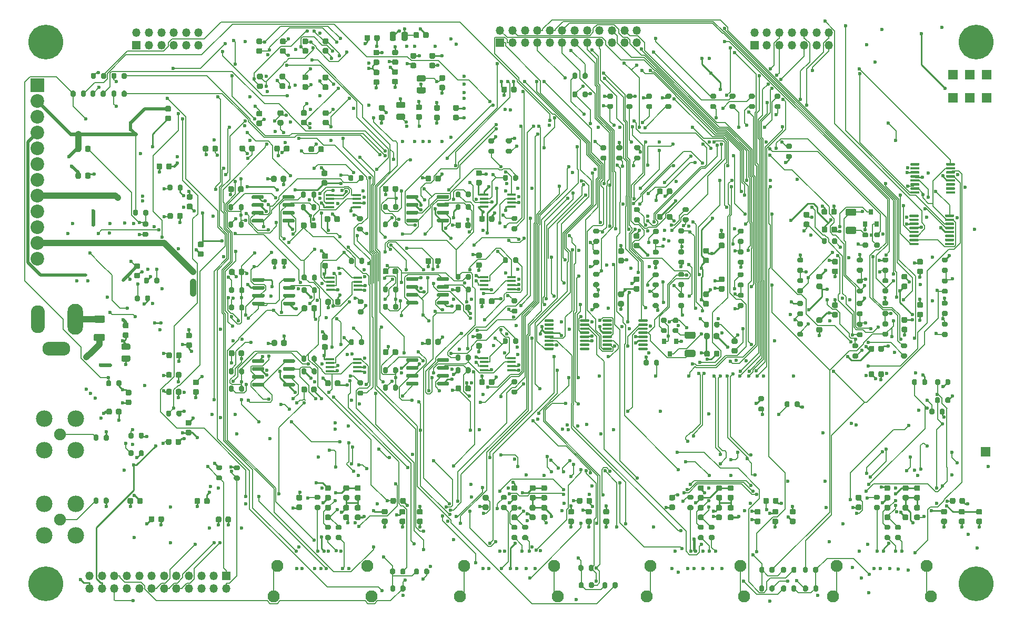
<source format=gbl>
G04 #@! TF.GenerationSoftware,KiCad,Pcbnew,(5.1.9-0-10_14)*
G04 #@! TF.CreationDate,2021-07-02T21:36:42-05:00*
G04 #@! TF.ProjectId,covg_daq_v2,636f7667-5f64-4617-915f-76322e6b6963,rev?*
G04 #@! TF.SameCoordinates,Original*
G04 #@! TF.FileFunction,Copper,L6,Bot*
G04 #@! TF.FilePolarity,Positive*
%FSLAX46Y46*%
G04 Gerber Fmt 4.6, Leading zero omitted, Abs format (unit mm)*
G04 Created by KiCad (PCBNEW (5.1.9-0-10_14)) date 2021-07-02 21:36:42*
%MOMM*%
%LPD*%
G01*
G04 APERTURE LIST*
G04 #@! TA.AperFunction,ComponentPad*
%ADD10C,1.950000*%
G04 #@! TD*
G04 #@! TA.AperFunction,ComponentPad*
%ADD11O,1.350000X1.350000*%
G04 #@! TD*
G04 #@! TA.AperFunction,ComponentPad*
%ADD12R,1.350000X1.350000*%
G04 #@! TD*
G04 #@! TA.AperFunction,ComponentPad*
%ADD13O,4.500000X2.250000*%
G04 #@! TD*
G04 #@! TA.AperFunction,ComponentPad*
%ADD14O,2.250000X4.500000*%
G04 #@! TD*
G04 #@! TA.AperFunction,ComponentPad*
%ADD15O,2.500000X5.000000*%
G04 #@! TD*
G04 #@! TA.AperFunction,ComponentPad*
%ADD16C,2.667000*%
G04 #@! TD*
G04 #@! TA.AperFunction,ComponentPad*
%ADD17C,1.905000*%
G04 #@! TD*
G04 #@! TA.AperFunction,ComponentPad*
%ADD18R,1.500000X1.500000*%
G04 #@! TD*
G04 #@! TA.AperFunction,SMDPad,CuDef*
%ADD19R,0.800000X0.900000*%
G04 #@! TD*
G04 #@! TA.AperFunction,ComponentPad*
%ADD20C,2.200000*%
G04 #@! TD*
G04 #@! TA.AperFunction,ComponentPad*
%ADD21R,2.200000X2.200000*%
G04 #@! TD*
G04 #@! TA.AperFunction,SMDPad,CuDef*
%ADD22R,1.450000X0.450000*%
G04 #@! TD*
G04 #@! TA.AperFunction,ComponentPad*
%ADD23C,5.600000*%
G04 #@! TD*
G04 #@! TA.AperFunction,ViaPad*
%ADD24C,0.600000*%
G04 #@! TD*
G04 #@! TA.AperFunction,Conductor*
%ADD25C,0.254000*%
G04 #@! TD*
G04 #@! TA.AperFunction,Conductor*
%ADD26C,1.000000*%
G04 #@! TD*
G04 #@! TA.AperFunction,Conductor*
%ADD27C,0.400000*%
G04 #@! TD*
G04 #@! TA.AperFunction,Conductor*
%ADD28C,0.600000*%
G04 #@! TD*
G04 #@! TA.AperFunction,Conductor*
%ADD29C,0.127000*%
G04 #@! TD*
G04 #@! TA.AperFunction,Conductor*
%ADD30C,0.508000*%
G04 #@! TD*
G04 #@! TA.AperFunction,Conductor*
%ADD31C,0.152400*%
G04 #@! TD*
G04 #@! TA.AperFunction,Conductor*
%ADD32C,0.304800*%
G04 #@! TD*
G04 APERTURE END LIST*
D10*
X40650000Y1960000D03*
X56350000Y1960000D03*
X55750000Y6860000D03*
X41250000Y6860000D03*
G04 #@! TA.AperFunction,SMDPad,CuDef*
G36*
G01*
X78836400Y83290600D02*
X78836400Y83790600D01*
G75*
G02*
X79061400Y84015600I225000J0D01*
G01*
X79511400Y84015600D01*
G75*
G02*
X79736400Y83790600I0J-225000D01*
G01*
X79736400Y83290600D01*
G75*
G02*
X79511400Y83065600I-225000J0D01*
G01*
X79061400Y83065600D01*
G75*
G02*
X78836400Y83290600I0J225000D01*
G01*
G37*
G04 #@! TD.AperFunction*
G04 #@! TA.AperFunction,SMDPad,CuDef*
G36*
G01*
X77286400Y83290600D02*
X77286400Y83790600D01*
G75*
G02*
X77511400Y84015600I225000J0D01*
G01*
X77961400Y84015600D01*
G75*
G02*
X78186400Y83790600I0J-225000D01*
G01*
X78186400Y83290600D01*
G75*
G02*
X77961400Y83065600I-225000J0D01*
G01*
X77511400Y83065600D01*
G75*
G02*
X77286400Y83290600I0J225000D01*
G01*
G37*
G04 #@! TD.AperFunction*
G04 #@! TA.AperFunction,SMDPad,CuDef*
G36*
G01*
X28655200Y57510800D02*
X29155200Y57510800D01*
G75*
G02*
X29380200Y57285800I0J-225000D01*
G01*
X29380200Y56835800D01*
G75*
G02*
X29155200Y56610800I-225000J0D01*
G01*
X28655200Y56610800D01*
G75*
G02*
X28430200Y56835800I0J225000D01*
G01*
X28430200Y57285800D01*
G75*
G02*
X28655200Y57510800I225000J0D01*
G01*
G37*
G04 #@! TD.AperFunction*
G04 #@! TA.AperFunction,SMDPad,CuDef*
G36*
G01*
X28655200Y59060800D02*
X29155200Y59060800D01*
G75*
G02*
X29380200Y58835800I0J-225000D01*
G01*
X29380200Y58385800D01*
G75*
G02*
X29155200Y58160800I-225000J0D01*
G01*
X28655200Y58160800D01*
G75*
G02*
X28430200Y58385800I0J225000D01*
G01*
X28430200Y58835800D01*
G75*
G02*
X28655200Y59060800I225000J0D01*
G01*
G37*
G04 #@! TD.AperFunction*
G04 #@! TA.AperFunction,SMDPad,CuDef*
G36*
G01*
X18039200Y17572800D02*
X18039200Y17072800D01*
G75*
G02*
X17814200Y16847800I-225000J0D01*
G01*
X17364200Y16847800D01*
G75*
G02*
X17139200Y17072800I0J225000D01*
G01*
X17139200Y17572800D01*
G75*
G02*
X17364200Y17797800I225000J0D01*
G01*
X17814200Y17797800D01*
G75*
G02*
X18039200Y17572800I0J-225000D01*
G01*
G37*
G04 #@! TD.AperFunction*
G04 #@! TA.AperFunction,SMDPad,CuDef*
G36*
G01*
X19589200Y17572800D02*
X19589200Y17072800D01*
G75*
G02*
X19364200Y16847800I-225000J0D01*
G01*
X18914200Y16847800D01*
G75*
G02*
X18689200Y17072800I0J225000D01*
G01*
X18689200Y17572800D01*
G75*
G02*
X18914200Y17797800I225000J0D01*
G01*
X19364200Y17797800D01*
G75*
G02*
X19589200Y17572800I0J-225000D01*
G01*
G37*
G04 #@! TD.AperFunction*
G04 #@! TA.AperFunction,SMDPad,CuDef*
G36*
G01*
X28808800Y17547400D02*
X28808800Y17047400D01*
G75*
G02*
X28583800Y16822400I-225000J0D01*
G01*
X28133800Y16822400D01*
G75*
G02*
X27908800Y17047400I0J225000D01*
G01*
X27908800Y17547400D01*
G75*
G02*
X28133800Y17772400I225000J0D01*
G01*
X28583800Y17772400D01*
G75*
G02*
X28808800Y17547400I0J-225000D01*
G01*
G37*
G04 #@! TD.AperFunction*
G04 #@! TA.AperFunction,SMDPad,CuDef*
G36*
G01*
X30358800Y17547400D02*
X30358800Y17047400D01*
G75*
G02*
X30133800Y16822400I-225000J0D01*
G01*
X29683800Y16822400D01*
G75*
G02*
X29458800Y17047400I0J225000D01*
G01*
X29458800Y17547400D01*
G75*
G02*
X29683800Y17772400I225000J0D01*
G01*
X30133800Y17772400D01*
G75*
G02*
X30358800Y17547400I0J-225000D01*
G01*
G37*
G04 #@! TD.AperFunction*
G04 #@! TA.AperFunction,SMDPad,CuDef*
G36*
G01*
X32237800Y14575600D02*
X32237800Y14075600D01*
G75*
G02*
X32012800Y13850600I-225000J0D01*
G01*
X31562800Y13850600D01*
G75*
G02*
X31337800Y14075600I0J225000D01*
G01*
X31337800Y14575600D01*
G75*
G02*
X31562800Y14800600I225000J0D01*
G01*
X32012800Y14800600D01*
G75*
G02*
X32237800Y14575600I0J-225000D01*
G01*
G37*
G04 #@! TD.AperFunction*
G04 #@! TA.AperFunction,SMDPad,CuDef*
G36*
G01*
X33787800Y14575600D02*
X33787800Y14075600D01*
G75*
G02*
X33562800Y13850600I-225000J0D01*
G01*
X33112800Y13850600D01*
G75*
G02*
X32887800Y14075600I0J225000D01*
G01*
X32887800Y14575600D01*
G75*
G02*
X33112800Y14800600I225000J0D01*
G01*
X33562800Y14800600D01*
G75*
G02*
X33787800Y14575600I0J-225000D01*
G01*
G37*
G04 #@! TD.AperFunction*
G04 #@! TA.AperFunction,SMDPad,CuDef*
G36*
G01*
X21442800Y14626400D02*
X21442800Y14126400D01*
G75*
G02*
X21217800Y13901400I-225000J0D01*
G01*
X20767800Y13901400D01*
G75*
G02*
X20542800Y14126400I0J225000D01*
G01*
X20542800Y14626400D01*
G75*
G02*
X20767800Y14851400I225000J0D01*
G01*
X21217800Y14851400D01*
G75*
G02*
X21442800Y14626400I0J-225000D01*
G01*
G37*
G04 #@! TD.AperFunction*
G04 #@! TA.AperFunction,SMDPad,CuDef*
G36*
G01*
X22992800Y14626400D02*
X22992800Y14126400D01*
G75*
G02*
X22767800Y13901400I-225000J0D01*
G01*
X22317800Y13901400D01*
G75*
G02*
X22092800Y14126400I0J225000D01*
G01*
X22092800Y14626400D01*
G75*
G02*
X22317800Y14851400I225000J0D01*
G01*
X22767800Y14851400D01*
G75*
G02*
X22992800Y14626400I0J-225000D01*
G01*
G37*
G04 #@! TD.AperFunction*
D11*
X99077200Y93084400D03*
X99077200Y91084400D03*
X97077200Y93084400D03*
X97077200Y91084400D03*
X95077200Y93084400D03*
X95077200Y91084400D03*
X93077200Y93084400D03*
X93077200Y91084400D03*
X91077200Y93084400D03*
X91077200Y91084400D03*
X89077200Y93084400D03*
X89077200Y91084400D03*
X87077200Y93084400D03*
X87077200Y91084400D03*
X85077200Y93084400D03*
X85077200Y91084400D03*
X83077200Y93084400D03*
X83077200Y91084400D03*
X81077200Y93084400D03*
X81077200Y91084400D03*
X79077200Y93084400D03*
X79077200Y91084400D03*
X77077200Y93084400D03*
D12*
X77077200Y91084400D03*
D11*
X28570400Y92679400D03*
X28570400Y90679400D03*
X26570400Y92679400D03*
X26570400Y90679400D03*
X24570400Y92679400D03*
X24570400Y90679400D03*
X22570400Y92679400D03*
X22570400Y90679400D03*
X20570400Y92679400D03*
X20570400Y90679400D03*
X18570400Y92679400D03*
D12*
X18570400Y90679400D03*
G04 #@! TA.AperFunction,SMDPad,CuDef*
G36*
G01*
X17334200Y41648800D02*
X16384200Y41648800D01*
G75*
G02*
X16134200Y41898800I0J250000D01*
G01*
X16134200Y42398800D01*
G75*
G02*
X16384200Y42648800I250000J0D01*
G01*
X17334200Y42648800D01*
G75*
G02*
X17584200Y42398800I0J-250000D01*
G01*
X17584200Y41898800D01*
G75*
G02*
X17334200Y41648800I-250000J0D01*
G01*
G37*
G04 #@! TD.AperFunction*
G04 #@! TA.AperFunction,SMDPad,CuDef*
G36*
G01*
X17334200Y39748800D02*
X16384200Y39748800D01*
G75*
G02*
X16134200Y39998800I0J250000D01*
G01*
X16134200Y40498800D01*
G75*
G02*
X16384200Y40748800I250000J0D01*
G01*
X17334200Y40748800D01*
G75*
G02*
X17584200Y40498800I0J-250000D01*
G01*
X17584200Y39998800D01*
G75*
G02*
X17334200Y39748800I-250000J0D01*
G01*
G37*
G04 #@! TD.AperFunction*
G04 #@! TA.AperFunction,SMDPad,CuDef*
G36*
G01*
X126626000Y3500800D02*
X126626000Y2950800D01*
G75*
G02*
X126426000Y2750800I-200000J0D01*
G01*
X126026000Y2750800D01*
G75*
G02*
X125826000Y2950800I0J200000D01*
G01*
X125826000Y3500800D01*
G75*
G02*
X126026000Y3700800I200000J0D01*
G01*
X126426000Y3700800D01*
G75*
G02*
X126626000Y3500800I0J-200000D01*
G01*
G37*
G04 #@! TD.AperFunction*
G04 #@! TA.AperFunction,SMDPad,CuDef*
G36*
G01*
X128276000Y3500800D02*
X128276000Y2950800D01*
G75*
G02*
X128076000Y2750800I-200000J0D01*
G01*
X127676000Y2750800D01*
G75*
G02*
X127476000Y2950800I0J200000D01*
G01*
X127476000Y3500800D01*
G75*
G02*
X127676000Y3700800I200000J0D01*
G01*
X128076000Y3700800D01*
G75*
G02*
X128276000Y3500800I0J-200000D01*
G01*
G37*
G04 #@! TD.AperFunction*
G04 #@! TA.AperFunction,SMDPad,CuDef*
G36*
G01*
X120430000Y2950800D02*
X120430000Y3500800D01*
G75*
G02*
X120630000Y3700800I200000J0D01*
G01*
X121030000Y3700800D01*
G75*
G02*
X121230000Y3500800I0J-200000D01*
G01*
X121230000Y2950800D01*
G75*
G02*
X121030000Y2750800I-200000J0D01*
G01*
X120630000Y2750800D01*
G75*
G02*
X120430000Y2950800I0J200000D01*
G01*
G37*
G04 #@! TD.AperFunction*
G04 #@! TA.AperFunction,SMDPad,CuDef*
G36*
G01*
X118780000Y2950800D02*
X118780000Y3500800D01*
G75*
G02*
X118980000Y3700800I200000J0D01*
G01*
X119380000Y3700800D01*
G75*
G02*
X119580000Y3500800I0J-200000D01*
G01*
X119580000Y2950800D01*
G75*
G02*
X119380000Y2750800I-200000J0D01*
G01*
X118980000Y2750800D01*
G75*
G02*
X118780000Y2950800I0J200000D01*
G01*
G37*
G04 #@! TD.AperFunction*
G04 #@! TA.AperFunction,SMDPad,CuDef*
G36*
G01*
X126600000Y6498000D02*
X126600000Y5948000D01*
G75*
G02*
X126400000Y5748000I-200000J0D01*
G01*
X126000000Y5748000D01*
G75*
G02*
X125800000Y5948000I0J200000D01*
G01*
X125800000Y6498000D01*
G75*
G02*
X126000000Y6698000I200000J0D01*
G01*
X126400000Y6698000D01*
G75*
G02*
X126600000Y6498000I0J-200000D01*
G01*
G37*
G04 #@! TD.AperFunction*
G04 #@! TA.AperFunction,SMDPad,CuDef*
G36*
G01*
X128250000Y6498000D02*
X128250000Y5948000D01*
G75*
G02*
X128050000Y5748000I-200000J0D01*
G01*
X127650000Y5748000D01*
G75*
G02*
X127450000Y5948000I0J200000D01*
G01*
X127450000Y6498000D01*
G75*
G02*
X127650000Y6698000I200000J0D01*
G01*
X128050000Y6698000D01*
G75*
G02*
X128250000Y6498000I0J-200000D01*
G01*
G37*
G04 #@! TD.AperFunction*
G04 #@! TA.AperFunction,SMDPad,CuDef*
G36*
G01*
X120440000Y5948000D02*
X120440000Y6498000D01*
G75*
G02*
X120640000Y6698000I200000J0D01*
G01*
X121040000Y6698000D01*
G75*
G02*
X121240000Y6498000I0J-200000D01*
G01*
X121240000Y5948000D01*
G75*
G02*
X121040000Y5748000I-200000J0D01*
G01*
X120640000Y5748000D01*
G75*
G02*
X120440000Y5948000I0J200000D01*
G01*
G37*
G04 #@! TD.AperFunction*
G04 #@! TA.AperFunction,SMDPad,CuDef*
G36*
G01*
X118790000Y5948000D02*
X118790000Y6498000D01*
G75*
G02*
X118990000Y6698000I200000J0D01*
G01*
X119390000Y6698000D01*
G75*
G02*
X119590000Y6498000I0J-200000D01*
G01*
X119590000Y5948000D01*
G75*
G02*
X119390000Y5748000I-200000J0D01*
G01*
X118990000Y5748000D01*
G75*
G02*
X118790000Y5948000I0J200000D01*
G01*
G37*
G04 #@! TD.AperFunction*
G04 #@! TA.AperFunction,SMDPad,CuDef*
G36*
G01*
X123103000Y3500800D02*
X123103000Y2950800D01*
G75*
G02*
X122903000Y2750800I-200000J0D01*
G01*
X122503000Y2750800D01*
G75*
G02*
X122303000Y2950800I0J200000D01*
G01*
X122303000Y3500800D01*
G75*
G02*
X122503000Y3700800I200000J0D01*
G01*
X122903000Y3700800D01*
G75*
G02*
X123103000Y3500800I0J-200000D01*
G01*
G37*
G04 #@! TD.AperFunction*
G04 #@! TA.AperFunction,SMDPad,CuDef*
G36*
G01*
X124753000Y3500800D02*
X124753000Y2950800D01*
G75*
G02*
X124553000Y2750800I-200000J0D01*
G01*
X124153000Y2750800D01*
G75*
G02*
X123953000Y2950800I0J200000D01*
G01*
X123953000Y3500800D01*
G75*
G02*
X124153000Y3700800I200000J0D01*
G01*
X124553000Y3700800D01*
G75*
G02*
X124753000Y3500800I0J-200000D01*
G01*
G37*
G04 #@! TD.AperFunction*
G04 #@! TA.AperFunction,SMDPad,CuDef*
G36*
G01*
X123945000Y5948000D02*
X123945000Y6498000D01*
G75*
G02*
X124145000Y6698000I200000J0D01*
G01*
X124545000Y6698000D01*
G75*
G02*
X124745000Y6498000I0J-200000D01*
G01*
X124745000Y5948000D01*
G75*
G02*
X124545000Y5748000I-200000J0D01*
G01*
X124145000Y5748000D01*
G75*
G02*
X123945000Y5948000I0J200000D01*
G01*
G37*
G04 #@! TD.AperFunction*
G04 #@! TA.AperFunction,SMDPad,CuDef*
G36*
G01*
X122295000Y5948000D02*
X122295000Y6498000D01*
G75*
G02*
X122495000Y6698000I200000J0D01*
G01*
X122895000Y6698000D01*
G75*
G02*
X123095000Y6498000I0J-200000D01*
G01*
X123095000Y5948000D01*
G75*
G02*
X122895000Y5748000I-200000J0D01*
G01*
X122495000Y5748000D01*
G75*
G02*
X122295000Y5948000I0J200000D01*
G01*
G37*
G04 #@! TD.AperFunction*
G04 #@! TA.AperFunction,SMDPad,CuDef*
G36*
G01*
X61029400Y5668600D02*
X61029400Y6218600D01*
G75*
G02*
X61229400Y6418600I200000J0D01*
G01*
X61629400Y6418600D01*
G75*
G02*
X61829400Y6218600I0J-200000D01*
G01*
X61829400Y5668600D01*
G75*
G02*
X61629400Y5468600I-200000J0D01*
G01*
X61229400Y5468600D01*
G75*
G02*
X61029400Y5668600I0J200000D01*
G01*
G37*
G04 #@! TD.AperFunction*
G04 #@! TA.AperFunction,SMDPad,CuDef*
G36*
G01*
X59379400Y5668600D02*
X59379400Y6218600D01*
G75*
G02*
X59579400Y6418600I200000J0D01*
G01*
X59979400Y6418600D01*
G75*
G02*
X60179400Y6218600I0J-200000D01*
G01*
X60179400Y5668600D01*
G75*
G02*
X59979400Y5468600I-200000J0D01*
G01*
X59579400Y5468600D01*
G75*
G02*
X59379400Y5668600I0J200000D01*
G01*
G37*
G04 #@! TD.AperFunction*
G04 #@! TA.AperFunction,SMDPad,CuDef*
G36*
G01*
X95192400Y3458800D02*
X95192400Y4008800D01*
G75*
G02*
X95392400Y4208800I200000J0D01*
G01*
X95792400Y4208800D01*
G75*
G02*
X95992400Y4008800I0J-200000D01*
G01*
X95992400Y3458800D01*
G75*
G02*
X95792400Y3258800I-200000J0D01*
G01*
X95392400Y3258800D01*
G75*
G02*
X95192400Y3458800I0J200000D01*
G01*
G37*
G04 #@! TD.AperFunction*
G04 #@! TA.AperFunction,SMDPad,CuDef*
G36*
G01*
X93542400Y3458800D02*
X93542400Y4008800D01*
G75*
G02*
X93742400Y4208800I200000J0D01*
G01*
X94142400Y4208800D01*
G75*
G02*
X94342400Y4008800I0J-200000D01*
G01*
X94342400Y3458800D01*
G75*
G02*
X94142400Y3258800I-200000J0D01*
G01*
X93742400Y3258800D01*
G75*
G02*
X93542400Y3458800I0J200000D01*
G01*
G37*
G04 #@! TD.AperFunction*
G04 #@! TA.AperFunction,SMDPad,CuDef*
G36*
G01*
X64864800Y5668600D02*
X64864800Y6218600D01*
G75*
G02*
X65064800Y6418600I200000J0D01*
G01*
X65464800Y6418600D01*
G75*
G02*
X65664800Y6218600I0J-200000D01*
G01*
X65664800Y5668600D01*
G75*
G02*
X65464800Y5468600I-200000J0D01*
G01*
X65064800Y5468600D01*
G75*
G02*
X64864800Y5668600I0J200000D01*
G01*
G37*
G04 #@! TD.AperFunction*
G04 #@! TA.AperFunction,SMDPad,CuDef*
G36*
G01*
X63214800Y5668600D02*
X63214800Y6218600D01*
G75*
G02*
X63414800Y6418600I200000J0D01*
G01*
X63814800Y6418600D01*
G75*
G02*
X64014800Y6218600I0J-200000D01*
G01*
X64014800Y5668600D01*
G75*
G02*
X63814800Y5468600I-200000J0D01*
G01*
X63414800Y5468600D01*
G75*
G02*
X63214800Y5668600I0J200000D01*
G01*
G37*
G04 #@! TD.AperFunction*
G04 #@! TA.AperFunction,SMDPad,CuDef*
G36*
G01*
X91382400Y3484200D02*
X91382400Y4034200D01*
G75*
G02*
X91582400Y4234200I200000J0D01*
G01*
X91982400Y4234200D01*
G75*
G02*
X92182400Y4034200I0J-200000D01*
G01*
X92182400Y3484200D01*
G75*
G02*
X91982400Y3284200I-200000J0D01*
G01*
X91582400Y3284200D01*
G75*
G02*
X91382400Y3484200I0J200000D01*
G01*
G37*
G04 #@! TD.AperFunction*
G04 #@! TA.AperFunction,SMDPad,CuDef*
G36*
G01*
X89732400Y3484200D02*
X89732400Y4034200D01*
G75*
G02*
X89932400Y4234200I200000J0D01*
G01*
X90332400Y4234200D01*
G75*
G02*
X90532400Y4034200I0J-200000D01*
G01*
X90532400Y3484200D01*
G75*
G02*
X90332400Y3284200I-200000J0D01*
G01*
X89932400Y3284200D01*
G75*
G02*
X89732400Y3484200I0J200000D01*
G01*
G37*
G04 #@! TD.AperFunction*
G04 #@! TA.AperFunction,SMDPad,CuDef*
G36*
G01*
X61054800Y2950800D02*
X61054800Y3500800D01*
G75*
G02*
X61254800Y3700800I200000J0D01*
G01*
X61654800Y3700800D01*
G75*
G02*
X61854800Y3500800I0J-200000D01*
G01*
X61854800Y2950800D01*
G75*
G02*
X61654800Y2750800I-200000J0D01*
G01*
X61254800Y2750800D01*
G75*
G02*
X61054800Y2950800I0J200000D01*
G01*
G37*
G04 #@! TD.AperFunction*
G04 #@! TA.AperFunction,SMDPad,CuDef*
G36*
G01*
X59404800Y2950800D02*
X59404800Y3500800D01*
G75*
G02*
X59604800Y3700800I200000J0D01*
G01*
X60004800Y3700800D01*
G75*
G02*
X60204800Y3500800I0J-200000D01*
G01*
X60204800Y2950800D01*
G75*
G02*
X60004800Y2750800I-200000J0D01*
G01*
X59604800Y2750800D01*
G75*
G02*
X59404800Y2950800I0J200000D01*
G01*
G37*
G04 #@! TD.AperFunction*
G04 #@! TA.AperFunction,SMDPad,CuDef*
G36*
G01*
X91331600Y6252800D02*
X91331600Y6802800D01*
G75*
G02*
X91531600Y7002800I200000J0D01*
G01*
X91931600Y7002800D01*
G75*
G02*
X92131600Y6802800I0J-200000D01*
G01*
X92131600Y6252800D01*
G75*
G02*
X91931600Y6052800I-200000J0D01*
G01*
X91531600Y6052800D01*
G75*
G02*
X91331600Y6252800I0J200000D01*
G01*
G37*
G04 #@! TD.AperFunction*
G04 #@! TA.AperFunction,SMDPad,CuDef*
G36*
G01*
X89681600Y6252800D02*
X89681600Y6802800D01*
G75*
G02*
X89881600Y7002800I200000J0D01*
G01*
X90281600Y7002800D01*
G75*
G02*
X90481600Y6802800I0J-200000D01*
G01*
X90481600Y6252800D01*
G75*
G02*
X90281600Y6052800I-200000J0D01*
G01*
X89881600Y6052800D01*
G75*
G02*
X89681600Y6252800I0J200000D01*
G01*
G37*
G04 #@! TD.AperFunction*
G04 #@! TA.AperFunction,SMDPad,CuDef*
G36*
G01*
X138790000Y51526800D02*
X139340000Y51526800D01*
G75*
G02*
X139540000Y51326800I0J-200000D01*
G01*
X139540000Y50926800D01*
G75*
G02*
X139340000Y50726800I-200000J0D01*
G01*
X138790000Y50726800D01*
G75*
G02*
X138590000Y50926800I0J200000D01*
G01*
X138590000Y51326800D01*
G75*
G02*
X138790000Y51526800I200000J0D01*
G01*
G37*
G04 #@! TD.AperFunction*
G04 #@! TA.AperFunction,SMDPad,CuDef*
G36*
G01*
X138790000Y53176800D02*
X139340000Y53176800D01*
G75*
G02*
X139540000Y52976800I0J-200000D01*
G01*
X139540000Y52576800D01*
G75*
G02*
X139340000Y52376800I-200000J0D01*
G01*
X138790000Y52376800D01*
G75*
G02*
X138590000Y52576800I0J200000D01*
G01*
X138590000Y52976800D01*
G75*
G02*
X138790000Y53176800I200000J0D01*
G01*
G37*
G04 #@! TD.AperFunction*
G04 #@! TA.AperFunction,SMDPad,CuDef*
G36*
G01*
X148366000Y51476000D02*
X148916000Y51476000D01*
G75*
G02*
X149116000Y51276000I0J-200000D01*
G01*
X149116000Y50876000D01*
G75*
G02*
X148916000Y50676000I-200000J0D01*
G01*
X148366000Y50676000D01*
G75*
G02*
X148166000Y50876000I0J200000D01*
G01*
X148166000Y51276000D01*
G75*
G02*
X148366000Y51476000I200000J0D01*
G01*
G37*
G04 #@! TD.AperFunction*
G04 #@! TA.AperFunction,SMDPad,CuDef*
G36*
G01*
X148366000Y53126000D02*
X148916000Y53126000D01*
G75*
G02*
X149116000Y52926000I0J-200000D01*
G01*
X149116000Y52526000D01*
G75*
G02*
X148916000Y52326000I-200000J0D01*
G01*
X148366000Y52326000D01*
G75*
G02*
X148166000Y52526000I0J200000D01*
G01*
X148166000Y52926000D01*
G75*
G02*
X148366000Y53126000I200000J0D01*
G01*
G37*
G04 #@! TD.AperFunction*
G04 #@! TA.AperFunction,SMDPad,CuDef*
G36*
G01*
X138790000Y54854200D02*
X139340000Y54854200D01*
G75*
G02*
X139540000Y54654200I0J-200000D01*
G01*
X139540000Y54254200D01*
G75*
G02*
X139340000Y54054200I-200000J0D01*
G01*
X138790000Y54054200D01*
G75*
G02*
X138590000Y54254200I0J200000D01*
G01*
X138590000Y54654200D01*
G75*
G02*
X138790000Y54854200I200000J0D01*
G01*
G37*
G04 #@! TD.AperFunction*
G04 #@! TA.AperFunction,SMDPad,CuDef*
G36*
G01*
X138790000Y56504200D02*
X139340000Y56504200D01*
G75*
G02*
X139540000Y56304200I0J-200000D01*
G01*
X139540000Y55904200D01*
G75*
G02*
X139340000Y55704200I-200000J0D01*
G01*
X138790000Y55704200D01*
G75*
G02*
X138590000Y55904200I0J200000D01*
G01*
X138590000Y56304200D01*
G75*
G02*
X138790000Y56504200I200000J0D01*
G01*
G37*
G04 #@! TD.AperFunction*
G04 #@! TA.AperFunction,SMDPad,CuDef*
G36*
G01*
X148366000Y54854200D02*
X148916000Y54854200D01*
G75*
G02*
X149116000Y54654200I0J-200000D01*
G01*
X149116000Y54254200D01*
G75*
G02*
X148916000Y54054200I-200000J0D01*
G01*
X148366000Y54054200D01*
G75*
G02*
X148166000Y54254200I0J200000D01*
G01*
X148166000Y54654200D01*
G75*
G02*
X148366000Y54854200I200000J0D01*
G01*
G37*
G04 #@! TD.AperFunction*
G04 #@! TA.AperFunction,SMDPad,CuDef*
G36*
G01*
X148366000Y56504200D02*
X148916000Y56504200D01*
G75*
G02*
X149116000Y56304200I0J-200000D01*
G01*
X149116000Y55904200D01*
G75*
G02*
X148916000Y55704200I-200000J0D01*
G01*
X148366000Y55704200D01*
G75*
G02*
X148166000Y55904200I0J200000D01*
G01*
X148166000Y56304200D01*
G75*
G02*
X148366000Y56504200I200000J0D01*
G01*
G37*
G04 #@! TD.AperFunction*
G04 #@! TA.AperFunction,SMDPad,CuDef*
G36*
G01*
X138778000Y44571000D02*
X139328000Y44571000D01*
G75*
G02*
X139528000Y44371000I0J-200000D01*
G01*
X139528000Y43971000D01*
G75*
G02*
X139328000Y43771000I-200000J0D01*
G01*
X138778000Y43771000D01*
G75*
G02*
X138578000Y43971000I0J200000D01*
G01*
X138578000Y44371000D01*
G75*
G02*
X138778000Y44571000I200000J0D01*
G01*
G37*
G04 #@! TD.AperFunction*
G04 #@! TA.AperFunction,SMDPad,CuDef*
G36*
G01*
X138778000Y46221000D02*
X139328000Y46221000D01*
G75*
G02*
X139528000Y46021000I0J-200000D01*
G01*
X139528000Y45621000D01*
G75*
G02*
X139328000Y45421000I-200000J0D01*
G01*
X138778000Y45421000D01*
G75*
G02*
X138578000Y45621000I0J200000D01*
G01*
X138578000Y46021000D01*
G75*
G02*
X138778000Y46221000I200000J0D01*
G01*
G37*
G04 #@! TD.AperFunction*
G04 #@! TA.AperFunction,SMDPad,CuDef*
G36*
G01*
X148354000Y44520200D02*
X148904000Y44520200D01*
G75*
G02*
X149104000Y44320200I0J-200000D01*
G01*
X149104000Y43920200D01*
G75*
G02*
X148904000Y43720200I-200000J0D01*
G01*
X148354000Y43720200D01*
G75*
G02*
X148154000Y43920200I0J200000D01*
G01*
X148154000Y44320200D01*
G75*
G02*
X148354000Y44520200I200000J0D01*
G01*
G37*
G04 #@! TD.AperFunction*
G04 #@! TA.AperFunction,SMDPad,CuDef*
G36*
G01*
X148354000Y46170200D02*
X148904000Y46170200D01*
G75*
G02*
X149104000Y45970200I0J-200000D01*
G01*
X149104000Y45570200D01*
G75*
G02*
X148904000Y45370200I-200000J0D01*
G01*
X148354000Y45370200D01*
G75*
G02*
X148154000Y45570200I0J200000D01*
G01*
X148154000Y45970200D01*
G75*
G02*
X148354000Y46170200I200000J0D01*
G01*
G37*
G04 #@! TD.AperFunction*
G04 #@! TA.AperFunction,SMDPad,CuDef*
G36*
G01*
X138778000Y47898400D02*
X139328000Y47898400D01*
G75*
G02*
X139528000Y47698400I0J-200000D01*
G01*
X139528000Y47298400D01*
G75*
G02*
X139328000Y47098400I-200000J0D01*
G01*
X138778000Y47098400D01*
G75*
G02*
X138578000Y47298400I0J200000D01*
G01*
X138578000Y47698400D01*
G75*
G02*
X138778000Y47898400I200000J0D01*
G01*
G37*
G04 #@! TD.AperFunction*
G04 #@! TA.AperFunction,SMDPad,CuDef*
G36*
G01*
X138778000Y49548400D02*
X139328000Y49548400D01*
G75*
G02*
X139528000Y49348400I0J-200000D01*
G01*
X139528000Y48948400D01*
G75*
G02*
X139328000Y48748400I-200000J0D01*
G01*
X138778000Y48748400D01*
G75*
G02*
X138578000Y48948400I0J200000D01*
G01*
X138578000Y49348400D01*
G75*
G02*
X138778000Y49548400I200000J0D01*
G01*
G37*
G04 #@! TD.AperFunction*
G04 #@! TA.AperFunction,SMDPad,CuDef*
G36*
G01*
X148354000Y47898400D02*
X148904000Y47898400D01*
G75*
G02*
X149104000Y47698400I0J-200000D01*
G01*
X149104000Y47298400D01*
G75*
G02*
X148904000Y47098400I-200000J0D01*
G01*
X148354000Y47098400D01*
G75*
G02*
X148154000Y47298400I0J200000D01*
G01*
X148154000Y47698400D01*
G75*
G02*
X148354000Y47898400I200000J0D01*
G01*
G37*
G04 #@! TD.AperFunction*
G04 #@! TA.AperFunction,SMDPad,CuDef*
G36*
G01*
X148354000Y49548400D02*
X148904000Y49548400D01*
G75*
G02*
X149104000Y49348400I0J-200000D01*
G01*
X149104000Y48948400D01*
G75*
G02*
X148904000Y48748400I-200000J0D01*
G01*
X148354000Y48748400D01*
G75*
G02*
X148154000Y48948400I0J200000D01*
G01*
X148154000Y49348400D01*
G75*
G02*
X148354000Y49548400I200000J0D01*
G01*
G37*
G04 #@! TD.AperFunction*
G04 #@! TA.AperFunction,SMDPad,CuDef*
G36*
G01*
X125093000Y44536800D02*
X125643000Y44536800D01*
G75*
G02*
X125843000Y44336800I0J-200000D01*
G01*
X125843000Y43936800D01*
G75*
G02*
X125643000Y43736800I-200000J0D01*
G01*
X125093000Y43736800D01*
G75*
G02*
X124893000Y43936800I0J200000D01*
G01*
X124893000Y44336800D01*
G75*
G02*
X125093000Y44536800I200000J0D01*
G01*
G37*
G04 #@! TD.AperFunction*
G04 #@! TA.AperFunction,SMDPad,CuDef*
G36*
G01*
X125093000Y46186800D02*
X125643000Y46186800D01*
G75*
G02*
X125843000Y45986800I0J-200000D01*
G01*
X125843000Y45586800D01*
G75*
G02*
X125643000Y45386800I-200000J0D01*
G01*
X125093000Y45386800D01*
G75*
G02*
X124893000Y45586800I0J200000D01*
G01*
X124893000Y45986800D01*
G75*
G02*
X125093000Y46186800I200000J0D01*
G01*
G37*
G04 #@! TD.AperFunction*
G04 #@! TA.AperFunction,SMDPad,CuDef*
G36*
G01*
X134669000Y44486000D02*
X135219000Y44486000D01*
G75*
G02*
X135419000Y44286000I0J-200000D01*
G01*
X135419000Y43886000D01*
G75*
G02*
X135219000Y43686000I-200000J0D01*
G01*
X134669000Y43686000D01*
G75*
G02*
X134469000Y43886000I0J200000D01*
G01*
X134469000Y44286000D01*
G75*
G02*
X134669000Y44486000I200000J0D01*
G01*
G37*
G04 #@! TD.AperFunction*
G04 #@! TA.AperFunction,SMDPad,CuDef*
G36*
G01*
X134669000Y46136000D02*
X135219000Y46136000D01*
G75*
G02*
X135419000Y45936000I0J-200000D01*
G01*
X135419000Y45536000D01*
G75*
G02*
X135219000Y45336000I-200000J0D01*
G01*
X134669000Y45336000D01*
G75*
G02*
X134469000Y45536000I0J200000D01*
G01*
X134469000Y45936000D01*
G75*
G02*
X134669000Y46136000I200000J0D01*
G01*
G37*
G04 #@! TD.AperFunction*
G04 #@! TA.AperFunction,SMDPad,CuDef*
G36*
G01*
X125093000Y47864200D02*
X125643000Y47864200D01*
G75*
G02*
X125843000Y47664200I0J-200000D01*
G01*
X125843000Y47264200D01*
G75*
G02*
X125643000Y47064200I-200000J0D01*
G01*
X125093000Y47064200D01*
G75*
G02*
X124893000Y47264200I0J200000D01*
G01*
X124893000Y47664200D01*
G75*
G02*
X125093000Y47864200I200000J0D01*
G01*
G37*
G04 #@! TD.AperFunction*
G04 #@! TA.AperFunction,SMDPad,CuDef*
G36*
G01*
X125093000Y49514200D02*
X125643000Y49514200D01*
G75*
G02*
X125843000Y49314200I0J-200000D01*
G01*
X125843000Y48914200D01*
G75*
G02*
X125643000Y48714200I-200000J0D01*
G01*
X125093000Y48714200D01*
G75*
G02*
X124893000Y48914200I0J200000D01*
G01*
X124893000Y49314200D01*
G75*
G02*
X125093000Y49514200I200000J0D01*
G01*
G37*
G04 #@! TD.AperFunction*
G04 #@! TA.AperFunction,SMDPad,CuDef*
G36*
G01*
X134669000Y47864200D02*
X135219000Y47864200D01*
G75*
G02*
X135419000Y47664200I0J-200000D01*
G01*
X135419000Y47264200D01*
G75*
G02*
X135219000Y47064200I-200000J0D01*
G01*
X134669000Y47064200D01*
G75*
G02*
X134469000Y47264200I0J200000D01*
G01*
X134469000Y47664200D01*
G75*
G02*
X134669000Y47864200I200000J0D01*
G01*
G37*
G04 #@! TD.AperFunction*
G04 #@! TA.AperFunction,SMDPad,CuDef*
G36*
G01*
X134669000Y49514200D02*
X135219000Y49514200D01*
G75*
G02*
X135419000Y49314200I0J-200000D01*
G01*
X135419000Y48914200D01*
G75*
G02*
X135219000Y48714200I-200000J0D01*
G01*
X134669000Y48714200D01*
G75*
G02*
X134469000Y48914200I0J200000D01*
G01*
X134469000Y49314200D01*
G75*
G02*
X134669000Y49514200I200000J0D01*
G01*
G37*
G04 #@! TD.AperFunction*
G04 #@! TA.AperFunction,SMDPad,CuDef*
G36*
G01*
X125101000Y51528800D02*
X125651000Y51528800D01*
G75*
G02*
X125851000Y51328800I0J-200000D01*
G01*
X125851000Y50928800D01*
G75*
G02*
X125651000Y50728800I-200000J0D01*
G01*
X125101000Y50728800D01*
G75*
G02*
X124901000Y50928800I0J200000D01*
G01*
X124901000Y51328800D01*
G75*
G02*
X125101000Y51528800I200000J0D01*
G01*
G37*
G04 #@! TD.AperFunction*
G04 #@! TA.AperFunction,SMDPad,CuDef*
G36*
G01*
X125101000Y53178800D02*
X125651000Y53178800D01*
G75*
G02*
X125851000Y52978800I0J-200000D01*
G01*
X125851000Y52578800D01*
G75*
G02*
X125651000Y52378800I-200000J0D01*
G01*
X125101000Y52378800D01*
G75*
G02*
X124901000Y52578800I0J200000D01*
G01*
X124901000Y52978800D01*
G75*
G02*
X125101000Y53178800I200000J0D01*
G01*
G37*
G04 #@! TD.AperFunction*
G04 #@! TA.AperFunction,SMDPad,CuDef*
G36*
G01*
X134677000Y51478000D02*
X135227000Y51478000D01*
G75*
G02*
X135427000Y51278000I0J-200000D01*
G01*
X135427000Y50878000D01*
G75*
G02*
X135227000Y50678000I-200000J0D01*
G01*
X134677000Y50678000D01*
G75*
G02*
X134477000Y50878000I0J200000D01*
G01*
X134477000Y51278000D01*
G75*
G02*
X134677000Y51478000I200000J0D01*
G01*
G37*
G04 #@! TD.AperFunction*
G04 #@! TA.AperFunction,SMDPad,CuDef*
G36*
G01*
X134677000Y53128000D02*
X135227000Y53128000D01*
G75*
G02*
X135427000Y52928000I0J-200000D01*
G01*
X135427000Y52528000D01*
G75*
G02*
X135227000Y52328000I-200000J0D01*
G01*
X134677000Y52328000D01*
G75*
G02*
X134477000Y52528000I0J200000D01*
G01*
X134477000Y52928000D01*
G75*
G02*
X134677000Y53128000I200000J0D01*
G01*
G37*
G04 #@! TD.AperFunction*
G04 #@! TA.AperFunction,SMDPad,CuDef*
G36*
G01*
X125101000Y54856200D02*
X125651000Y54856200D01*
G75*
G02*
X125851000Y54656200I0J-200000D01*
G01*
X125851000Y54256200D01*
G75*
G02*
X125651000Y54056200I-200000J0D01*
G01*
X125101000Y54056200D01*
G75*
G02*
X124901000Y54256200I0J200000D01*
G01*
X124901000Y54656200D01*
G75*
G02*
X125101000Y54856200I200000J0D01*
G01*
G37*
G04 #@! TD.AperFunction*
G04 #@! TA.AperFunction,SMDPad,CuDef*
G36*
G01*
X125101000Y56506200D02*
X125651000Y56506200D01*
G75*
G02*
X125851000Y56306200I0J-200000D01*
G01*
X125851000Y55906200D01*
G75*
G02*
X125651000Y55706200I-200000J0D01*
G01*
X125101000Y55706200D01*
G75*
G02*
X124901000Y55906200I0J200000D01*
G01*
X124901000Y56306200D01*
G75*
G02*
X125101000Y56506200I200000J0D01*
G01*
G37*
G04 #@! TD.AperFunction*
G04 #@! TA.AperFunction,SMDPad,CuDef*
G36*
G01*
X134677000Y54856200D02*
X135227000Y54856200D01*
G75*
G02*
X135427000Y54656200I0J-200000D01*
G01*
X135427000Y54256200D01*
G75*
G02*
X135227000Y54056200I-200000J0D01*
G01*
X134677000Y54056200D01*
G75*
G02*
X134477000Y54256200I0J200000D01*
G01*
X134477000Y54656200D01*
G75*
G02*
X134677000Y54856200I200000J0D01*
G01*
G37*
G04 #@! TD.AperFunction*
G04 #@! TA.AperFunction,SMDPad,CuDef*
G36*
G01*
X134677000Y56506200D02*
X135227000Y56506200D01*
G75*
G02*
X135427000Y56306200I0J-200000D01*
G01*
X135427000Y55906200D01*
G75*
G02*
X135227000Y55706200I-200000J0D01*
G01*
X134677000Y55706200D01*
G75*
G02*
X134477000Y55906200I0J200000D01*
G01*
X134477000Y56306200D01*
G75*
G02*
X134677000Y56506200I200000J0D01*
G01*
G37*
G04 #@! TD.AperFunction*
G04 #@! TA.AperFunction,SMDPad,CuDef*
G36*
G01*
X116083000Y60333800D02*
X115533000Y60333800D01*
G75*
G02*
X115333000Y60533800I0J200000D01*
G01*
X115333000Y60933800D01*
G75*
G02*
X115533000Y61133800I200000J0D01*
G01*
X116083000Y61133800D01*
G75*
G02*
X116283000Y60933800I0J-200000D01*
G01*
X116283000Y60533800D01*
G75*
G02*
X116083000Y60333800I-200000J0D01*
G01*
G37*
G04 #@! TD.AperFunction*
G04 #@! TA.AperFunction,SMDPad,CuDef*
G36*
G01*
X116083000Y58683800D02*
X115533000Y58683800D01*
G75*
G02*
X115333000Y58883800I0J200000D01*
G01*
X115333000Y59283800D01*
G75*
G02*
X115533000Y59483800I200000J0D01*
G01*
X116083000Y59483800D01*
G75*
G02*
X116283000Y59283800I0J-200000D01*
G01*
X116283000Y58883800D01*
G75*
G02*
X116083000Y58683800I-200000J0D01*
G01*
G37*
G04 #@! TD.AperFunction*
G04 #@! TA.AperFunction,SMDPad,CuDef*
G36*
G01*
X106507000Y60384600D02*
X105957000Y60384600D01*
G75*
G02*
X105757000Y60584600I0J200000D01*
G01*
X105757000Y60984600D01*
G75*
G02*
X105957000Y61184600I200000J0D01*
G01*
X106507000Y61184600D01*
G75*
G02*
X106707000Y60984600I0J-200000D01*
G01*
X106707000Y60584600D01*
G75*
G02*
X106507000Y60384600I-200000J0D01*
G01*
G37*
G04 #@! TD.AperFunction*
G04 #@! TA.AperFunction,SMDPad,CuDef*
G36*
G01*
X106507000Y58734600D02*
X105957000Y58734600D01*
G75*
G02*
X105757000Y58934600I0J200000D01*
G01*
X105757000Y59334600D01*
G75*
G02*
X105957000Y59534600I200000J0D01*
G01*
X106507000Y59534600D01*
G75*
G02*
X106707000Y59334600I0J-200000D01*
G01*
X106707000Y58934600D01*
G75*
G02*
X106507000Y58734600I-200000J0D01*
G01*
G37*
G04 #@! TD.AperFunction*
G04 #@! TA.AperFunction,SMDPad,CuDef*
G36*
G01*
X116075000Y53341800D02*
X115525000Y53341800D01*
G75*
G02*
X115325000Y53541800I0J200000D01*
G01*
X115325000Y53941800D01*
G75*
G02*
X115525000Y54141800I200000J0D01*
G01*
X116075000Y54141800D01*
G75*
G02*
X116275000Y53941800I0J-200000D01*
G01*
X116275000Y53541800D01*
G75*
G02*
X116075000Y53341800I-200000J0D01*
G01*
G37*
G04 #@! TD.AperFunction*
G04 #@! TA.AperFunction,SMDPad,CuDef*
G36*
G01*
X116075000Y51691800D02*
X115525000Y51691800D01*
G75*
G02*
X115325000Y51891800I0J200000D01*
G01*
X115325000Y52291800D01*
G75*
G02*
X115525000Y52491800I200000J0D01*
G01*
X116075000Y52491800D01*
G75*
G02*
X116275000Y52291800I0J-200000D01*
G01*
X116275000Y51891800D01*
G75*
G02*
X116075000Y51691800I-200000J0D01*
G01*
G37*
G04 #@! TD.AperFunction*
G04 #@! TA.AperFunction,SMDPad,CuDef*
G36*
G01*
X106499000Y53392600D02*
X105949000Y53392600D01*
G75*
G02*
X105749000Y53592600I0J200000D01*
G01*
X105749000Y53992600D01*
G75*
G02*
X105949000Y54192600I200000J0D01*
G01*
X106499000Y54192600D01*
G75*
G02*
X106699000Y53992600I0J-200000D01*
G01*
X106699000Y53592600D01*
G75*
G02*
X106499000Y53392600I-200000J0D01*
G01*
G37*
G04 #@! TD.AperFunction*
G04 #@! TA.AperFunction,SMDPad,CuDef*
G36*
G01*
X106499000Y51742600D02*
X105949000Y51742600D01*
G75*
G02*
X105749000Y51942600I0J200000D01*
G01*
X105749000Y52342600D01*
G75*
G02*
X105949000Y52542600I200000J0D01*
G01*
X106499000Y52542600D01*
G75*
G02*
X106699000Y52342600I0J-200000D01*
G01*
X106699000Y51942600D01*
G75*
G02*
X106499000Y51742600I-200000J0D01*
G01*
G37*
G04 #@! TD.AperFunction*
G04 #@! TA.AperFunction,SMDPad,CuDef*
G36*
G01*
X116083000Y57006400D02*
X115533000Y57006400D01*
G75*
G02*
X115333000Y57206400I0J200000D01*
G01*
X115333000Y57606400D01*
G75*
G02*
X115533000Y57806400I200000J0D01*
G01*
X116083000Y57806400D01*
G75*
G02*
X116283000Y57606400I0J-200000D01*
G01*
X116283000Y57206400D01*
G75*
G02*
X116083000Y57006400I-200000J0D01*
G01*
G37*
G04 #@! TD.AperFunction*
G04 #@! TA.AperFunction,SMDPad,CuDef*
G36*
G01*
X116083000Y55356400D02*
X115533000Y55356400D01*
G75*
G02*
X115333000Y55556400I0J200000D01*
G01*
X115333000Y55956400D01*
G75*
G02*
X115533000Y56156400I200000J0D01*
G01*
X116083000Y56156400D01*
G75*
G02*
X116283000Y55956400I0J-200000D01*
G01*
X116283000Y55556400D01*
G75*
G02*
X116083000Y55356400I-200000J0D01*
G01*
G37*
G04 #@! TD.AperFunction*
G04 #@! TA.AperFunction,SMDPad,CuDef*
G36*
G01*
X106507000Y57006400D02*
X105957000Y57006400D01*
G75*
G02*
X105757000Y57206400I0J200000D01*
G01*
X105757000Y57606400D01*
G75*
G02*
X105957000Y57806400I200000J0D01*
G01*
X106507000Y57806400D01*
G75*
G02*
X106707000Y57606400I0J-200000D01*
G01*
X106707000Y57206400D01*
G75*
G02*
X106507000Y57006400I-200000J0D01*
G01*
G37*
G04 #@! TD.AperFunction*
G04 #@! TA.AperFunction,SMDPad,CuDef*
G36*
G01*
X106507000Y55356400D02*
X105957000Y55356400D01*
G75*
G02*
X105757000Y55556400I0J200000D01*
G01*
X105757000Y55956400D01*
G75*
G02*
X105957000Y56156400I200000J0D01*
G01*
X106507000Y56156400D01*
G75*
G02*
X106707000Y55956400I0J-200000D01*
G01*
X106707000Y55556400D01*
G75*
G02*
X106507000Y55356400I-200000J0D01*
G01*
G37*
G04 #@! TD.AperFunction*
G04 #@! TA.AperFunction,SMDPad,CuDef*
G36*
G01*
X116075000Y50014400D02*
X115525000Y50014400D01*
G75*
G02*
X115325000Y50214400I0J200000D01*
G01*
X115325000Y50614400D01*
G75*
G02*
X115525000Y50814400I200000J0D01*
G01*
X116075000Y50814400D01*
G75*
G02*
X116275000Y50614400I0J-200000D01*
G01*
X116275000Y50214400D01*
G75*
G02*
X116075000Y50014400I-200000J0D01*
G01*
G37*
G04 #@! TD.AperFunction*
G04 #@! TA.AperFunction,SMDPad,CuDef*
G36*
G01*
X116075000Y48364400D02*
X115525000Y48364400D01*
G75*
G02*
X115325000Y48564400I0J200000D01*
G01*
X115325000Y48964400D01*
G75*
G02*
X115525000Y49164400I200000J0D01*
G01*
X116075000Y49164400D01*
G75*
G02*
X116275000Y48964400I0J-200000D01*
G01*
X116275000Y48564400D01*
G75*
G02*
X116075000Y48364400I-200000J0D01*
G01*
G37*
G04 #@! TD.AperFunction*
G04 #@! TA.AperFunction,SMDPad,CuDef*
G36*
G01*
X106499000Y50014400D02*
X105949000Y50014400D01*
G75*
G02*
X105749000Y50214400I0J200000D01*
G01*
X105749000Y50614400D01*
G75*
G02*
X105949000Y50814400I200000J0D01*
G01*
X106499000Y50814400D01*
G75*
G02*
X106699000Y50614400I0J-200000D01*
G01*
X106699000Y50214400D01*
G75*
G02*
X106499000Y50014400I-200000J0D01*
G01*
G37*
G04 #@! TD.AperFunction*
G04 #@! TA.AperFunction,SMDPad,CuDef*
G36*
G01*
X106499000Y48364400D02*
X105949000Y48364400D01*
G75*
G02*
X105749000Y48564400I0J200000D01*
G01*
X105749000Y48964400D01*
G75*
G02*
X105949000Y49164400I200000J0D01*
G01*
X106499000Y49164400D01*
G75*
G02*
X106699000Y48964400I0J-200000D01*
G01*
X106699000Y48564400D01*
G75*
G02*
X106499000Y48364400I-200000J0D01*
G01*
G37*
G04 #@! TD.AperFunction*
G04 #@! TA.AperFunction,SMDPad,CuDef*
G36*
G01*
X102385400Y53343800D02*
X101835400Y53343800D01*
G75*
G02*
X101635400Y53543800I0J200000D01*
G01*
X101635400Y53943800D01*
G75*
G02*
X101835400Y54143800I200000J0D01*
G01*
X102385400Y54143800D01*
G75*
G02*
X102585400Y53943800I0J-200000D01*
G01*
X102585400Y53543800D01*
G75*
G02*
X102385400Y53343800I-200000J0D01*
G01*
G37*
G04 #@! TD.AperFunction*
G04 #@! TA.AperFunction,SMDPad,CuDef*
G36*
G01*
X102385400Y51693800D02*
X101835400Y51693800D01*
G75*
G02*
X101635400Y51893800I0J200000D01*
G01*
X101635400Y52293800D01*
G75*
G02*
X101835400Y52493800I200000J0D01*
G01*
X102385400Y52493800D01*
G75*
G02*
X102585400Y52293800I0J-200000D01*
G01*
X102585400Y51893800D01*
G75*
G02*
X102385400Y51693800I-200000J0D01*
G01*
G37*
G04 #@! TD.AperFunction*
G04 #@! TA.AperFunction,SMDPad,CuDef*
G36*
G01*
X92809400Y53394600D02*
X92259400Y53394600D01*
G75*
G02*
X92059400Y53594600I0J200000D01*
G01*
X92059400Y53994600D01*
G75*
G02*
X92259400Y54194600I200000J0D01*
G01*
X92809400Y54194600D01*
G75*
G02*
X93009400Y53994600I0J-200000D01*
G01*
X93009400Y53594600D01*
G75*
G02*
X92809400Y53394600I-200000J0D01*
G01*
G37*
G04 #@! TD.AperFunction*
G04 #@! TA.AperFunction,SMDPad,CuDef*
G36*
G01*
X92809400Y51744600D02*
X92259400Y51744600D01*
G75*
G02*
X92059400Y51944600I0J200000D01*
G01*
X92059400Y52344600D01*
G75*
G02*
X92259400Y52544600I200000J0D01*
G01*
X92809400Y52544600D01*
G75*
G02*
X93009400Y52344600I0J-200000D01*
G01*
X93009400Y51944600D01*
G75*
G02*
X92809400Y51744600I-200000J0D01*
G01*
G37*
G04 #@! TD.AperFunction*
G04 #@! TA.AperFunction,SMDPad,CuDef*
G36*
G01*
X102397600Y60299600D02*
X101847600Y60299600D01*
G75*
G02*
X101647600Y60499600I0J200000D01*
G01*
X101647600Y60899600D01*
G75*
G02*
X101847600Y61099600I200000J0D01*
G01*
X102397600Y61099600D01*
G75*
G02*
X102597600Y60899600I0J-200000D01*
G01*
X102597600Y60499600D01*
G75*
G02*
X102397600Y60299600I-200000J0D01*
G01*
G37*
G04 #@! TD.AperFunction*
G04 #@! TA.AperFunction,SMDPad,CuDef*
G36*
G01*
X102397600Y58649600D02*
X101847600Y58649600D01*
G75*
G02*
X101647600Y58849600I0J200000D01*
G01*
X101647600Y59249600D01*
G75*
G02*
X101847600Y59449600I200000J0D01*
G01*
X102397600Y59449600D01*
G75*
G02*
X102597600Y59249600I0J-200000D01*
G01*
X102597600Y58849600D01*
G75*
G02*
X102397600Y58649600I-200000J0D01*
G01*
G37*
G04 #@! TD.AperFunction*
G04 #@! TA.AperFunction,SMDPad,CuDef*
G36*
G01*
X92821600Y60350400D02*
X92271600Y60350400D01*
G75*
G02*
X92071600Y60550400I0J200000D01*
G01*
X92071600Y60950400D01*
G75*
G02*
X92271600Y61150400I200000J0D01*
G01*
X92821600Y61150400D01*
G75*
G02*
X93021600Y60950400I0J-200000D01*
G01*
X93021600Y60550400D01*
G75*
G02*
X92821600Y60350400I-200000J0D01*
G01*
G37*
G04 #@! TD.AperFunction*
G04 #@! TA.AperFunction,SMDPad,CuDef*
G36*
G01*
X92821600Y58700400D02*
X92271600Y58700400D01*
G75*
G02*
X92071600Y58900400I0J200000D01*
G01*
X92071600Y59300400D01*
G75*
G02*
X92271600Y59500400I200000J0D01*
G01*
X92821600Y59500400D01*
G75*
G02*
X93021600Y59300400I0J-200000D01*
G01*
X93021600Y58900400D01*
G75*
G02*
X92821600Y58700400I-200000J0D01*
G01*
G37*
G04 #@! TD.AperFunction*
G04 #@! TA.AperFunction,SMDPad,CuDef*
G36*
G01*
X102385400Y50016400D02*
X101835400Y50016400D01*
G75*
G02*
X101635400Y50216400I0J200000D01*
G01*
X101635400Y50616400D01*
G75*
G02*
X101835400Y50816400I200000J0D01*
G01*
X102385400Y50816400D01*
G75*
G02*
X102585400Y50616400I0J-200000D01*
G01*
X102585400Y50216400D01*
G75*
G02*
X102385400Y50016400I-200000J0D01*
G01*
G37*
G04 #@! TD.AperFunction*
G04 #@! TA.AperFunction,SMDPad,CuDef*
G36*
G01*
X102385400Y48366400D02*
X101835400Y48366400D01*
G75*
G02*
X101635400Y48566400I0J200000D01*
G01*
X101635400Y48966400D01*
G75*
G02*
X101835400Y49166400I200000J0D01*
G01*
X102385400Y49166400D01*
G75*
G02*
X102585400Y48966400I0J-200000D01*
G01*
X102585400Y48566400D01*
G75*
G02*
X102385400Y48366400I-200000J0D01*
G01*
G37*
G04 #@! TD.AperFunction*
G04 #@! TA.AperFunction,SMDPad,CuDef*
G36*
G01*
X92809400Y50016400D02*
X92259400Y50016400D01*
G75*
G02*
X92059400Y50216400I0J200000D01*
G01*
X92059400Y50616400D01*
G75*
G02*
X92259400Y50816400I200000J0D01*
G01*
X92809400Y50816400D01*
G75*
G02*
X93009400Y50616400I0J-200000D01*
G01*
X93009400Y50216400D01*
G75*
G02*
X92809400Y50016400I-200000J0D01*
G01*
G37*
G04 #@! TD.AperFunction*
G04 #@! TA.AperFunction,SMDPad,CuDef*
G36*
G01*
X92809400Y48366400D02*
X92259400Y48366400D01*
G75*
G02*
X92059400Y48566400I0J200000D01*
G01*
X92059400Y48966400D01*
G75*
G02*
X92259400Y49166400I200000J0D01*
G01*
X92809400Y49166400D01*
G75*
G02*
X93009400Y48966400I0J-200000D01*
G01*
X93009400Y48566400D01*
G75*
G02*
X92809400Y48366400I-200000J0D01*
G01*
G37*
G04 #@! TD.AperFunction*
G04 #@! TA.AperFunction,SMDPad,CuDef*
G36*
G01*
X102397600Y56972200D02*
X101847600Y56972200D01*
G75*
G02*
X101647600Y57172200I0J200000D01*
G01*
X101647600Y57572200D01*
G75*
G02*
X101847600Y57772200I200000J0D01*
G01*
X102397600Y57772200D01*
G75*
G02*
X102597600Y57572200I0J-200000D01*
G01*
X102597600Y57172200D01*
G75*
G02*
X102397600Y56972200I-200000J0D01*
G01*
G37*
G04 #@! TD.AperFunction*
G04 #@! TA.AperFunction,SMDPad,CuDef*
G36*
G01*
X102397600Y55322200D02*
X101847600Y55322200D01*
G75*
G02*
X101647600Y55522200I0J200000D01*
G01*
X101647600Y55922200D01*
G75*
G02*
X101847600Y56122200I200000J0D01*
G01*
X102397600Y56122200D01*
G75*
G02*
X102597600Y55922200I0J-200000D01*
G01*
X102597600Y55522200D01*
G75*
G02*
X102397600Y55322200I-200000J0D01*
G01*
G37*
G04 #@! TD.AperFunction*
G04 #@! TA.AperFunction,SMDPad,CuDef*
G36*
G01*
X92821600Y56972200D02*
X92271600Y56972200D01*
G75*
G02*
X92071600Y57172200I0J200000D01*
G01*
X92071600Y57572200D01*
G75*
G02*
X92271600Y57772200I200000J0D01*
G01*
X92821600Y57772200D01*
G75*
G02*
X93021600Y57572200I0J-200000D01*
G01*
X93021600Y57172200D01*
G75*
G02*
X92821600Y56972200I-200000J0D01*
G01*
G37*
G04 #@! TD.AperFunction*
G04 #@! TA.AperFunction,SMDPad,CuDef*
G36*
G01*
X92821600Y55322200D02*
X92271600Y55322200D01*
G75*
G02*
X92071600Y55522200I0J200000D01*
G01*
X92071600Y55922200D01*
G75*
G02*
X92271600Y56122200I200000J0D01*
G01*
X92821600Y56122200D01*
G75*
G02*
X93021600Y55922200I0J-200000D01*
G01*
X93021600Y55522200D01*
G75*
G02*
X92821600Y55322200I-200000J0D01*
G01*
G37*
G04 #@! TD.AperFunction*
G04 #@! TA.AperFunction,SMDPad,CuDef*
G36*
G01*
X128691000Y45972600D02*
X128191000Y45972600D01*
G75*
G02*
X127966000Y46197600I0J225000D01*
G01*
X127966000Y46647600D01*
G75*
G02*
X128191000Y46872600I225000J0D01*
G01*
X128691000Y46872600D01*
G75*
G02*
X128916000Y46647600I0J-225000D01*
G01*
X128916000Y46197600D01*
G75*
G02*
X128691000Y45972600I-225000J0D01*
G01*
G37*
G04 #@! TD.AperFunction*
G04 #@! TA.AperFunction,SMDPad,CuDef*
G36*
G01*
X128691000Y44422600D02*
X128191000Y44422600D01*
G75*
G02*
X127966000Y44647600I0J225000D01*
G01*
X127966000Y45097600D01*
G75*
G02*
X128191000Y45322600I225000J0D01*
G01*
X128691000Y45322600D01*
G75*
G02*
X128916000Y45097600I0J-225000D01*
G01*
X128916000Y44647600D01*
G75*
G02*
X128691000Y44422600I-225000J0D01*
G01*
G37*
G04 #@! TD.AperFunction*
G04 #@! TA.AperFunction,SMDPad,CuDef*
G36*
G01*
X131206000Y48385600D02*
X130706000Y48385600D01*
G75*
G02*
X130481000Y48610600I0J225000D01*
G01*
X130481000Y49060600D01*
G75*
G02*
X130706000Y49285600I225000J0D01*
G01*
X131206000Y49285600D01*
G75*
G02*
X131431000Y49060600I0J-225000D01*
G01*
X131431000Y48610600D01*
G75*
G02*
X131206000Y48385600I-225000J0D01*
G01*
G37*
G04 #@! TD.AperFunction*
G04 #@! TA.AperFunction,SMDPad,CuDef*
G36*
G01*
X131206000Y46835600D02*
X130706000Y46835600D01*
G75*
G02*
X130481000Y47060600I0J225000D01*
G01*
X130481000Y47510600D01*
G75*
G02*
X130706000Y47735600I225000J0D01*
G01*
X131206000Y47735600D01*
G75*
G02*
X131431000Y47510600I0J-225000D01*
G01*
X131431000Y47060600D01*
G75*
G02*
X131206000Y46835600I-225000J0D01*
G01*
G37*
G04 #@! TD.AperFunction*
G04 #@! TA.AperFunction,SMDPad,CuDef*
G36*
G01*
X128699000Y52964600D02*
X128199000Y52964600D01*
G75*
G02*
X127974000Y53189600I0J225000D01*
G01*
X127974000Y53639600D01*
G75*
G02*
X128199000Y53864600I225000J0D01*
G01*
X128699000Y53864600D01*
G75*
G02*
X128924000Y53639600I0J-225000D01*
G01*
X128924000Y53189600D01*
G75*
G02*
X128699000Y52964600I-225000J0D01*
G01*
G37*
G04 #@! TD.AperFunction*
G04 #@! TA.AperFunction,SMDPad,CuDef*
G36*
G01*
X128699000Y51414600D02*
X128199000Y51414600D01*
G75*
G02*
X127974000Y51639600I0J225000D01*
G01*
X127974000Y52089600D01*
G75*
G02*
X128199000Y52314600I225000J0D01*
G01*
X128699000Y52314600D01*
G75*
G02*
X128924000Y52089600I0J-225000D01*
G01*
X128924000Y51639600D01*
G75*
G02*
X128699000Y51414600I-225000J0D01*
G01*
G37*
G04 #@! TD.AperFunction*
G04 #@! TA.AperFunction,SMDPad,CuDef*
G36*
G01*
X131214000Y55377600D02*
X130714000Y55377600D01*
G75*
G02*
X130489000Y55602600I0J225000D01*
G01*
X130489000Y56052600D01*
G75*
G02*
X130714000Y56277600I225000J0D01*
G01*
X131214000Y56277600D01*
G75*
G02*
X131439000Y56052600I0J-225000D01*
G01*
X131439000Y55602600D01*
G75*
G02*
X131214000Y55377600I-225000J0D01*
G01*
G37*
G04 #@! TD.AperFunction*
G04 #@! TA.AperFunction,SMDPad,CuDef*
G36*
G01*
X131214000Y53827600D02*
X130714000Y53827600D01*
G75*
G02*
X130489000Y54052600I0J225000D01*
G01*
X130489000Y54502600D01*
G75*
G02*
X130714000Y54727600I225000J0D01*
G01*
X131214000Y54727600D01*
G75*
G02*
X131439000Y54502600I0J-225000D01*
G01*
X131439000Y54052600D01*
G75*
G02*
X131214000Y53827600I-225000J0D01*
G01*
G37*
G04 #@! TD.AperFunction*
G04 #@! TA.AperFunction,SMDPad,CuDef*
G36*
G01*
X142388000Y52962600D02*
X141888000Y52962600D01*
G75*
G02*
X141663000Y53187600I0J225000D01*
G01*
X141663000Y53637600D01*
G75*
G02*
X141888000Y53862600I225000J0D01*
G01*
X142388000Y53862600D01*
G75*
G02*
X142613000Y53637600I0J-225000D01*
G01*
X142613000Y53187600D01*
G75*
G02*
X142388000Y52962600I-225000J0D01*
G01*
G37*
G04 #@! TD.AperFunction*
G04 #@! TA.AperFunction,SMDPad,CuDef*
G36*
G01*
X142388000Y51412600D02*
X141888000Y51412600D01*
G75*
G02*
X141663000Y51637600I0J225000D01*
G01*
X141663000Y52087600D01*
G75*
G02*
X141888000Y52312600I225000J0D01*
G01*
X142388000Y52312600D01*
G75*
G02*
X142613000Y52087600I0J-225000D01*
G01*
X142613000Y51637600D01*
G75*
G02*
X142388000Y51412600I-225000J0D01*
G01*
G37*
G04 #@! TD.AperFunction*
G04 #@! TA.AperFunction,SMDPad,CuDef*
G36*
G01*
X144903000Y55375600D02*
X144403000Y55375600D01*
G75*
G02*
X144178000Y55600600I0J225000D01*
G01*
X144178000Y56050600D01*
G75*
G02*
X144403000Y56275600I225000J0D01*
G01*
X144903000Y56275600D01*
G75*
G02*
X145128000Y56050600I0J-225000D01*
G01*
X145128000Y55600600D01*
G75*
G02*
X144903000Y55375600I-225000J0D01*
G01*
G37*
G04 #@! TD.AperFunction*
G04 #@! TA.AperFunction,SMDPad,CuDef*
G36*
G01*
X144903000Y53825600D02*
X144403000Y53825600D01*
G75*
G02*
X144178000Y54050600I0J225000D01*
G01*
X144178000Y54500600D01*
G75*
G02*
X144403000Y54725600I225000J0D01*
G01*
X144903000Y54725600D01*
G75*
G02*
X145128000Y54500600I0J-225000D01*
G01*
X145128000Y54050600D01*
G75*
G02*
X144903000Y53825600I-225000J0D01*
G01*
G37*
G04 #@! TD.AperFunction*
G04 #@! TA.AperFunction,SMDPad,CuDef*
G36*
G01*
X142376000Y46006800D02*
X141876000Y46006800D01*
G75*
G02*
X141651000Y46231800I0J225000D01*
G01*
X141651000Y46681800D01*
G75*
G02*
X141876000Y46906800I225000J0D01*
G01*
X142376000Y46906800D01*
G75*
G02*
X142601000Y46681800I0J-225000D01*
G01*
X142601000Y46231800D01*
G75*
G02*
X142376000Y46006800I-225000J0D01*
G01*
G37*
G04 #@! TD.AperFunction*
G04 #@! TA.AperFunction,SMDPad,CuDef*
G36*
G01*
X142376000Y44456800D02*
X141876000Y44456800D01*
G75*
G02*
X141651000Y44681800I0J225000D01*
G01*
X141651000Y45131800D01*
G75*
G02*
X141876000Y45356800I225000J0D01*
G01*
X142376000Y45356800D01*
G75*
G02*
X142601000Y45131800I0J-225000D01*
G01*
X142601000Y44681800D01*
G75*
G02*
X142376000Y44456800I-225000J0D01*
G01*
G37*
G04 #@! TD.AperFunction*
G04 #@! TA.AperFunction,SMDPad,CuDef*
G36*
G01*
X144891000Y48419800D02*
X144391000Y48419800D01*
G75*
G02*
X144166000Y48644800I0J225000D01*
G01*
X144166000Y49094800D01*
G75*
G02*
X144391000Y49319800I225000J0D01*
G01*
X144891000Y49319800D01*
G75*
G02*
X145116000Y49094800I0J-225000D01*
G01*
X145116000Y48644800D01*
G75*
G02*
X144891000Y48419800I-225000J0D01*
G01*
G37*
G04 #@! TD.AperFunction*
G04 #@! TA.AperFunction,SMDPad,CuDef*
G36*
G01*
X144891000Y46869800D02*
X144391000Y46869800D01*
G75*
G02*
X144166000Y47094800I0J225000D01*
G01*
X144166000Y47544800D01*
G75*
G02*
X144391000Y47769800I225000J0D01*
G01*
X144891000Y47769800D01*
G75*
G02*
X145116000Y47544800I0J-225000D01*
G01*
X145116000Y47094800D01*
G75*
G02*
X144891000Y46869800I-225000J0D01*
G01*
G37*
G04 #@! TD.AperFunction*
G04 #@! TA.AperFunction,SMDPad,CuDef*
G36*
G01*
X112485000Y58898000D02*
X112985000Y58898000D01*
G75*
G02*
X113210000Y58673000I0J-225000D01*
G01*
X113210000Y58223000D01*
G75*
G02*
X112985000Y57998000I-225000J0D01*
G01*
X112485000Y57998000D01*
G75*
G02*
X112260000Y58223000I0J225000D01*
G01*
X112260000Y58673000D01*
G75*
G02*
X112485000Y58898000I225000J0D01*
G01*
G37*
G04 #@! TD.AperFunction*
G04 #@! TA.AperFunction,SMDPad,CuDef*
G36*
G01*
X112485000Y60448000D02*
X112985000Y60448000D01*
G75*
G02*
X113210000Y60223000I0J-225000D01*
G01*
X113210000Y59773000D01*
G75*
G02*
X112985000Y59548000I-225000J0D01*
G01*
X112485000Y59548000D01*
G75*
G02*
X112260000Y59773000I0J225000D01*
G01*
X112260000Y60223000D01*
G75*
G02*
X112485000Y60448000I225000J0D01*
G01*
G37*
G04 #@! TD.AperFunction*
G04 #@! TA.AperFunction,SMDPad,CuDef*
G36*
G01*
X109970000Y56485000D02*
X110470000Y56485000D01*
G75*
G02*
X110695000Y56260000I0J-225000D01*
G01*
X110695000Y55810000D01*
G75*
G02*
X110470000Y55585000I-225000J0D01*
G01*
X109970000Y55585000D01*
G75*
G02*
X109745000Y55810000I0J225000D01*
G01*
X109745000Y56260000D01*
G75*
G02*
X109970000Y56485000I225000J0D01*
G01*
G37*
G04 #@! TD.AperFunction*
G04 #@! TA.AperFunction,SMDPad,CuDef*
G36*
G01*
X109970000Y58035000D02*
X110470000Y58035000D01*
G75*
G02*
X110695000Y57810000I0J-225000D01*
G01*
X110695000Y57360000D01*
G75*
G02*
X110470000Y57135000I-225000J0D01*
G01*
X109970000Y57135000D01*
G75*
G02*
X109745000Y57360000I0J225000D01*
G01*
X109745000Y57810000D01*
G75*
G02*
X109970000Y58035000I225000J0D01*
G01*
G37*
G04 #@! TD.AperFunction*
G04 #@! TA.AperFunction,SMDPad,CuDef*
G36*
G01*
X112477000Y51906000D02*
X112977000Y51906000D01*
G75*
G02*
X113202000Y51681000I0J-225000D01*
G01*
X113202000Y51231000D01*
G75*
G02*
X112977000Y51006000I-225000J0D01*
G01*
X112477000Y51006000D01*
G75*
G02*
X112252000Y51231000I0J225000D01*
G01*
X112252000Y51681000D01*
G75*
G02*
X112477000Y51906000I225000J0D01*
G01*
G37*
G04 #@! TD.AperFunction*
G04 #@! TA.AperFunction,SMDPad,CuDef*
G36*
G01*
X112477000Y53456000D02*
X112977000Y53456000D01*
G75*
G02*
X113202000Y53231000I0J-225000D01*
G01*
X113202000Y52781000D01*
G75*
G02*
X112977000Y52556000I-225000J0D01*
G01*
X112477000Y52556000D01*
G75*
G02*
X112252000Y52781000I0J225000D01*
G01*
X112252000Y53231000D01*
G75*
G02*
X112477000Y53456000I225000J0D01*
G01*
G37*
G04 #@! TD.AperFunction*
G04 #@! TA.AperFunction,SMDPad,CuDef*
G36*
G01*
X109962000Y49493000D02*
X110462000Y49493000D01*
G75*
G02*
X110687000Y49268000I0J-225000D01*
G01*
X110687000Y48818000D01*
G75*
G02*
X110462000Y48593000I-225000J0D01*
G01*
X109962000Y48593000D01*
G75*
G02*
X109737000Y48818000I0J225000D01*
G01*
X109737000Y49268000D01*
G75*
G02*
X109962000Y49493000I225000J0D01*
G01*
G37*
G04 #@! TD.AperFunction*
G04 #@! TA.AperFunction,SMDPad,CuDef*
G36*
G01*
X109962000Y51043000D02*
X110462000Y51043000D01*
G75*
G02*
X110687000Y50818000I0J-225000D01*
G01*
X110687000Y50368000D01*
G75*
G02*
X110462000Y50143000I-225000J0D01*
G01*
X109962000Y50143000D01*
G75*
G02*
X109737000Y50368000I0J225000D01*
G01*
X109737000Y50818000D01*
G75*
G02*
X109962000Y51043000I225000J0D01*
G01*
G37*
G04 #@! TD.AperFunction*
G04 #@! TA.AperFunction,SMDPad,CuDef*
G36*
G01*
X98787400Y51908000D02*
X99287400Y51908000D01*
G75*
G02*
X99512400Y51683000I0J-225000D01*
G01*
X99512400Y51233000D01*
G75*
G02*
X99287400Y51008000I-225000J0D01*
G01*
X98787400Y51008000D01*
G75*
G02*
X98562400Y51233000I0J225000D01*
G01*
X98562400Y51683000D01*
G75*
G02*
X98787400Y51908000I225000J0D01*
G01*
G37*
G04 #@! TD.AperFunction*
G04 #@! TA.AperFunction,SMDPad,CuDef*
G36*
G01*
X98787400Y53458000D02*
X99287400Y53458000D01*
G75*
G02*
X99512400Y53233000I0J-225000D01*
G01*
X99512400Y52783000D01*
G75*
G02*
X99287400Y52558000I-225000J0D01*
G01*
X98787400Y52558000D01*
G75*
G02*
X98562400Y52783000I0J225000D01*
G01*
X98562400Y53233000D01*
G75*
G02*
X98787400Y53458000I225000J0D01*
G01*
G37*
G04 #@! TD.AperFunction*
G04 #@! TA.AperFunction,SMDPad,CuDef*
G36*
G01*
X96272400Y49495000D02*
X96772400Y49495000D01*
G75*
G02*
X96997400Y49270000I0J-225000D01*
G01*
X96997400Y48820000D01*
G75*
G02*
X96772400Y48595000I-225000J0D01*
G01*
X96272400Y48595000D01*
G75*
G02*
X96047400Y48820000I0J225000D01*
G01*
X96047400Y49270000D01*
G75*
G02*
X96272400Y49495000I225000J0D01*
G01*
G37*
G04 #@! TD.AperFunction*
G04 #@! TA.AperFunction,SMDPad,CuDef*
G36*
G01*
X96272400Y51045000D02*
X96772400Y51045000D01*
G75*
G02*
X96997400Y50820000I0J-225000D01*
G01*
X96997400Y50370000D01*
G75*
G02*
X96772400Y50145000I-225000J0D01*
G01*
X96272400Y50145000D01*
G75*
G02*
X96047400Y50370000I0J225000D01*
G01*
X96047400Y50820000D01*
G75*
G02*
X96272400Y51045000I225000J0D01*
G01*
G37*
G04 #@! TD.AperFunction*
G04 #@! TA.AperFunction,SMDPad,CuDef*
G36*
G01*
X98799600Y58863800D02*
X99299600Y58863800D01*
G75*
G02*
X99524600Y58638800I0J-225000D01*
G01*
X99524600Y58188800D01*
G75*
G02*
X99299600Y57963800I-225000J0D01*
G01*
X98799600Y57963800D01*
G75*
G02*
X98574600Y58188800I0J225000D01*
G01*
X98574600Y58638800D01*
G75*
G02*
X98799600Y58863800I225000J0D01*
G01*
G37*
G04 #@! TD.AperFunction*
G04 #@! TA.AperFunction,SMDPad,CuDef*
G36*
G01*
X98799600Y60413800D02*
X99299600Y60413800D01*
G75*
G02*
X99524600Y60188800I0J-225000D01*
G01*
X99524600Y59738800D01*
G75*
G02*
X99299600Y59513800I-225000J0D01*
G01*
X98799600Y59513800D01*
G75*
G02*
X98574600Y59738800I0J225000D01*
G01*
X98574600Y60188800D01*
G75*
G02*
X98799600Y60413800I225000J0D01*
G01*
G37*
G04 #@! TD.AperFunction*
G04 #@! TA.AperFunction,SMDPad,CuDef*
G36*
G01*
X96284600Y56450800D02*
X96784600Y56450800D01*
G75*
G02*
X97009600Y56225800I0J-225000D01*
G01*
X97009600Y55775800D01*
G75*
G02*
X96784600Y55550800I-225000J0D01*
G01*
X96284600Y55550800D01*
G75*
G02*
X96059600Y55775800I0J225000D01*
G01*
X96059600Y56225800D01*
G75*
G02*
X96284600Y56450800I225000J0D01*
G01*
G37*
G04 #@! TD.AperFunction*
G04 #@! TA.AperFunction,SMDPad,CuDef*
G36*
G01*
X96284600Y58000800D02*
X96784600Y58000800D01*
G75*
G02*
X97009600Y57775800I0J-225000D01*
G01*
X97009600Y57325800D01*
G75*
G02*
X96784600Y57100800I-225000J0D01*
G01*
X96284600Y57100800D01*
G75*
G02*
X96059600Y57325800I0J225000D01*
G01*
X96059600Y57775800D01*
G75*
G02*
X96284600Y58000800I225000J0D01*
G01*
G37*
G04 #@! TD.AperFunction*
G04 #@! TA.AperFunction,SMDPad,CuDef*
G36*
G01*
X13321800Y27233200D02*
X13321800Y27783200D01*
G75*
G02*
X13521800Y27983200I200000J0D01*
G01*
X13921800Y27983200D01*
G75*
G02*
X14121800Y27783200I0J-200000D01*
G01*
X14121800Y27233200D01*
G75*
G02*
X13921800Y27033200I-200000J0D01*
G01*
X13521800Y27033200D01*
G75*
G02*
X13321800Y27233200I0J200000D01*
G01*
G37*
G04 #@! TD.AperFunction*
G04 #@! TA.AperFunction,SMDPad,CuDef*
G36*
G01*
X11671800Y27233200D02*
X11671800Y27783200D01*
G75*
G02*
X11871800Y27983200I200000J0D01*
G01*
X12271800Y27983200D01*
G75*
G02*
X12471800Y27783200I0J-200000D01*
G01*
X12471800Y27233200D01*
G75*
G02*
X12271800Y27033200I-200000J0D01*
G01*
X11871800Y27033200D01*
G75*
G02*
X11671800Y27233200I0J200000D01*
G01*
G37*
G04 #@! TD.AperFunction*
G04 #@! TA.AperFunction,SMDPad,CuDef*
G36*
G01*
X13302800Y17073200D02*
X13302800Y17623200D01*
G75*
G02*
X13502800Y17823200I200000J0D01*
G01*
X13902800Y17823200D01*
G75*
G02*
X14102800Y17623200I0J-200000D01*
G01*
X14102800Y17073200D01*
G75*
G02*
X13902800Y16873200I-200000J0D01*
G01*
X13502800Y16873200D01*
G75*
G02*
X13302800Y17073200I0J200000D01*
G01*
G37*
G04 #@! TD.AperFunction*
G04 #@! TA.AperFunction,SMDPad,CuDef*
G36*
G01*
X11652800Y17073200D02*
X11652800Y17623200D01*
G75*
G02*
X11852800Y17823200I200000J0D01*
G01*
X12252800Y17823200D01*
G75*
G02*
X12452800Y17623200I0J-200000D01*
G01*
X12452800Y17073200D01*
G75*
G02*
X12252800Y16873200I-200000J0D01*
G01*
X11852800Y16873200D01*
G75*
G02*
X11652800Y17073200I0J200000D01*
G01*
G37*
G04 #@! TD.AperFunction*
D11*
X11020000Y3207000D03*
X11020000Y5207000D03*
X13020000Y3207000D03*
X13020000Y5207000D03*
X15020000Y3207000D03*
X15020000Y5207000D03*
X17020000Y3207000D03*
X17020000Y5207000D03*
X19020000Y3207000D03*
X19020000Y5207000D03*
X21020000Y3207000D03*
X21020000Y5207000D03*
X23020000Y3207000D03*
X23020000Y5207000D03*
X25020000Y3207000D03*
X25020000Y5207000D03*
X27020000Y3207000D03*
X27020000Y5207000D03*
X29020000Y3207000D03*
X29020000Y5207000D03*
X31020000Y3207000D03*
X31020000Y5207000D03*
X33020000Y3207000D03*
D12*
X33020000Y5207000D03*
D11*
X130000000Y92679400D03*
X130000000Y90679400D03*
X128000000Y92679400D03*
X128000000Y90679400D03*
X126000000Y92679400D03*
X126000000Y90679400D03*
X124000000Y92679400D03*
X124000000Y90679400D03*
X122000000Y92679400D03*
X122000000Y90679400D03*
X120000000Y92679400D03*
X120000000Y90679400D03*
X118000000Y92679400D03*
D12*
X118000000Y90679400D03*
D13*
X5705800Y41858200D03*
D14*
X2705800Y46558200D03*
D15*
X8705800Y46558200D03*
D16*
X8842700Y16850100D03*
X3742900Y16850100D03*
X3742900Y11750300D03*
X8842700Y11750300D03*
D17*
X6292800Y14300200D03*
D16*
X8842700Y30566100D03*
X3742900Y30566100D03*
X3742900Y25466300D03*
X8842700Y25466300D03*
D17*
X6292800Y28016200D03*
G04 #@! TA.AperFunction,SMDPad,CuDef*
G36*
G01*
X148810000Y66865400D02*
X148810000Y67065400D01*
G75*
G02*
X148910000Y67165400I100000J0D01*
G01*
X150185000Y67165400D01*
G75*
G02*
X150285000Y67065400I0J-100000D01*
G01*
X150285000Y66865400D01*
G75*
G02*
X150185000Y66765400I-100000J0D01*
G01*
X148910000Y66765400D01*
G75*
G02*
X148810000Y66865400I0J100000D01*
G01*
G37*
G04 #@! TD.AperFunction*
G04 #@! TA.AperFunction,SMDPad,CuDef*
G36*
G01*
X148810000Y67515400D02*
X148810000Y67715400D01*
G75*
G02*
X148910000Y67815400I100000J0D01*
G01*
X150185000Y67815400D01*
G75*
G02*
X150285000Y67715400I0J-100000D01*
G01*
X150285000Y67515400D01*
G75*
G02*
X150185000Y67415400I-100000J0D01*
G01*
X148910000Y67415400D01*
G75*
G02*
X148810000Y67515400I0J100000D01*
G01*
G37*
G04 #@! TD.AperFunction*
G04 #@! TA.AperFunction,SMDPad,CuDef*
G36*
G01*
X148810000Y68165400D02*
X148810000Y68365400D01*
G75*
G02*
X148910000Y68465400I100000J0D01*
G01*
X150185000Y68465400D01*
G75*
G02*
X150285000Y68365400I0J-100000D01*
G01*
X150285000Y68165400D01*
G75*
G02*
X150185000Y68065400I-100000J0D01*
G01*
X148910000Y68065400D01*
G75*
G02*
X148810000Y68165400I0J100000D01*
G01*
G37*
G04 #@! TD.AperFunction*
G04 #@! TA.AperFunction,SMDPad,CuDef*
G36*
G01*
X148810000Y68815400D02*
X148810000Y69015400D01*
G75*
G02*
X148910000Y69115400I100000J0D01*
G01*
X150185000Y69115400D01*
G75*
G02*
X150285000Y69015400I0J-100000D01*
G01*
X150285000Y68815400D01*
G75*
G02*
X150185000Y68715400I-100000J0D01*
G01*
X148910000Y68715400D01*
G75*
G02*
X148810000Y68815400I0J100000D01*
G01*
G37*
G04 #@! TD.AperFunction*
G04 #@! TA.AperFunction,SMDPad,CuDef*
G36*
G01*
X148810000Y69465400D02*
X148810000Y69665400D01*
G75*
G02*
X148910000Y69765400I100000J0D01*
G01*
X150185000Y69765400D01*
G75*
G02*
X150285000Y69665400I0J-100000D01*
G01*
X150285000Y69465400D01*
G75*
G02*
X150185000Y69365400I-100000J0D01*
G01*
X148910000Y69365400D01*
G75*
G02*
X148810000Y69465400I0J100000D01*
G01*
G37*
G04 #@! TD.AperFunction*
G04 #@! TA.AperFunction,SMDPad,CuDef*
G36*
G01*
X148810000Y70115400D02*
X148810000Y70315400D01*
G75*
G02*
X148910000Y70415400I100000J0D01*
G01*
X150185000Y70415400D01*
G75*
G02*
X150285000Y70315400I0J-100000D01*
G01*
X150285000Y70115400D01*
G75*
G02*
X150185000Y70015400I-100000J0D01*
G01*
X148910000Y70015400D01*
G75*
G02*
X148810000Y70115400I0J100000D01*
G01*
G37*
G04 #@! TD.AperFunction*
G04 #@! TA.AperFunction,SMDPad,CuDef*
G36*
G01*
X148810000Y70765400D02*
X148810000Y70965400D01*
G75*
G02*
X148910000Y71065400I100000J0D01*
G01*
X150185000Y71065400D01*
G75*
G02*
X150285000Y70965400I0J-100000D01*
G01*
X150285000Y70765400D01*
G75*
G02*
X150185000Y70665400I-100000J0D01*
G01*
X148910000Y70665400D01*
G75*
G02*
X148810000Y70765400I0J100000D01*
G01*
G37*
G04 #@! TD.AperFunction*
G04 #@! TA.AperFunction,SMDPad,CuDef*
G36*
G01*
X148810000Y71415400D02*
X148810000Y71615400D01*
G75*
G02*
X148910000Y71715400I100000J0D01*
G01*
X150185000Y71715400D01*
G75*
G02*
X150285000Y71615400I0J-100000D01*
G01*
X150285000Y71415400D01*
G75*
G02*
X150185000Y71315400I-100000J0D01*
G01*
X148910000Y71315400D01*
G75*
G02*
X148810000Y71415400I0J100000D01*
G01*
G37*
G04 #@! TD.AperFunction*
G04 #@! TA.AperFunction,SMDPad,CuDef*
G36*
G01*
X143085000Y71415400D02*
X143085000Y71615400D01*
G75*
G02*
X143185000Y71715400I100000J0D01*
G01*
X144460000Y71715400D01*
G75*
G02*
X144560000Y71615400I0J-100000D01*
G01*
X144560000Y71415400D01*
G75*
G02*
X144460000Y71315400I-100000J0D01*
G01*
X143185000Y71315400D01*
G75*
G02*
X143085000Y71415400I0J100000D01*
G01*
G37*
G04 #@! TD.AperFunction*
G04 #@! TA.AperFunction,SMDPad,CuDef*
G36*
G01*
X143085000Y70765400D02*
X143085000Y70965400D01*
G75*
G02*
X143185000Y71065400I100000J0D01*
G01*
X144460000Y71065400D01*
G75*
G02*
X144560000Y70965400I0J-100000D01*
G01*
X144560000Y70765400D01*
G75*
G02*
X144460000Y70665400I-100000J0D01*
G01*
X143185000Y70665400D01*
G75*
G02*
X143085000Y70765400I0J100000D01*
G01*
G37*
G04 #@! TD.AperFunction*
G04 #@! TA.AperFunction,SMDPad,CuDef*
G36*
G01*
X143085000Y70115400D02*
X143085000Y70315400D01*
G75*
G02*
X143185000Y70415400I100000J0D01*
G01*
X144460000Y70415400D01*
G75*
G02*
X144560000Y70315400I0J-100000D01*
G01*
X144560000Y70115400D01*
G75*
G02*
X144460000Y70015400I-100000J0D01*
G01*
X143185000Y70015400D01*
G75*
G02*
X143085000Y70115400I0J100000D01*
G01*
G37*
G04 #@! TD.AperFunction*
G04 #@! TA.AperFunction,SMDPad,CuDef*
G36*
G01*
X143085000Y69465400D02*
X143085000Y69665400D01*
G75*
G02*
X143185000Y69765400I100000J0D01*
G01*
X144460000Y69765400D01*
G75*
G02*
X144560000Y69665400I0J-100000D01*
G01*
X144560000Y69465400D01*
G75*
G02*
X144460000Y69365400I-100000J0D01*
G01*
X143185000Y69365400D01*
G75*
G02*
X143085000Y69465400I0J100000D01*
G01*
G37*
G04 #@! TD.AperFunction*
G04 #@! TA.AperFunction,SMDPad,CuDef*
G36*
G01*
X143085000Y68815400D02*
X143085000Y69015400D01*
G75*
G02*
X143185000Y69115400I100000J0D01*
G01*
X144460000Y69115400D01*
G75*
G02*
X144560000Y69015400I0J-100000D01*
G01*
X144560000Y68815400D01*
G75*
G02*
X144460000Y68715400I-100000J0D01*
G01*
X143185000Y68715400D01*
G75*
G02*
X143085000Y68815400I0J100000D01*
G01*
G37*
G04 #@! TD.AperFunction*
G04 #@! TA.AperFunction,SMDPad,CuDef*
G36*
G01*
X143085000Y68165400D02*
X143085000Y68365400D01*
G75*
G02*
X143185000Y68465400I100000J0D01*
G01*
X144460000Y68465400D01*
G75*
G02*
X144560000Y68365400I0J-100000D01*
G01*
X144560000Y68165400D01*
G75*
G02*
X144460000Y68065400I-100000J0D01*
G01*
X143185000Y68065400D01*
G75*
G02*
X143085000Y68165400I0J100000D01*
G01*
G37*
G04 #@! TD.AperFunction*
G04 #@! TA.AperFunction,SMDPad,CuDef*
G36*
G01*
X143085000Y67515400D02*
X143085000Y67715400D01*
G75*
G02*
X143185000Y67815400I100000J0D01*
G01*
X144460000Y67815400D01*
G75*
G02*
X144560000Y67715400I0J-100000D01*
G01*
X144560000Y67515400D01*
G75*
G02*
X144460000Y67415400I-100000J0D01*
G01*
X143185000Y67415400D01*
G75*
G02*
X143085000Y67515400I0J100000D01*
G01*
G37*
G04 #@! TD.AperFunction*
G04 #@! TA.AperFunction,SMDPad,CuDef*
G36*
G01*
X143085000Y66865400D02*
X143085000Y67065400D01*
G75*
G02*
X143185000Y67165400I100000J0D01*
G01*
X144460000Y67165400D01*
G75*
G02*
X144560000Y67065400I0J-100000D01*
G01*
X144560000Y66865400D01*
G75*
G02*
X144460000Y66765400I-100000J0D01*
G01*
X143185000Y66765400D01*
G75*
G02*
X143085000Y66865400I0J100000D01*
G01*
G37*
G04 #@! TD.AperFunction*
G04 #@! TA.AperFunction,SMDPad,CuDef*
G36*
G01*
X148667000Y58579000D02*
X148667000Y58779000D01*
G75*
G02*
X148767000Y58879000I100000J0D01*
G01*
X150042000Y58879000D01*
G75*
G02*
X150142000Y58779000I0J-100000D01*
G01*
X150142000Y58579000D01*
G75*
G02*
X150042000Y58479000I-100000J0D01*
G01*
X148767000Y58479000D01*
G75*
G02*
X148667000Y58579000I0J100000D01*
G01*
G37*
G04 #@! TD.AperFunction*
G04 #@! TA.AperFunction,SMDPad,CuDef*
G36*
G01*
X148667000Y59229000D02*
X148667000Y59429000D01*
G75*
G02*
X148767000Y59529000I100000J0D01*
G01*
X150042000Y59529000D01*
G75*
G02*
X150142000Y59429000I0J-100000D01*
G01*
X150142000Y59229000D01*
G75*
G02*
X150042000Y59129000I-100000J0D01*
G01*
X148767000Y59129000D01*
G75*
G02*
X148667000Y59229000I0J100000D01*
G01*
G37*
G04 #@! TD.AperFunction*
G04 #@! TA.AperFunction,SMDPad,CuDef*
G36*
G01*
X148667000Y59879000D02*
X148667000Y60079000D01*
G75*
G02*
X148767000Y60179000I100000J0D01*
G01*
X150042000Y60179000D01*
G75*
G02*
X150142000Y60079000I0J-100000D01*
G01*
X150142000Y59879000D01*
G75*
G02*
X150042000Y59779000I-100000J0D01*
G01*
X148767000Y59779000D01*
G75*
G02*
X148667000Y59879000I0J100000D01*
G01*
G37*
G04 #@! TD.AperFunction*
G04 #@! TA.AperFunction,SMDPad,CuDef*
G36*
G01*
X148667000Y60529000D02*
X148667000Y60729000D01*
G75*
G02*
X148767000Y60829000I100000J0D01*
G01*
X150042000Y60829000D01*
G75*
G02*
X150142000Y60729000I0J-100000D01*
G01*
X150142000Y60529000D01*
G75*
G02*
X150042000Y60429000I-100000J0D01*
G01*
X148767000Y60429000D01*
G75*
G02*
X148667000Y60529000I0J100000D01*
G01*
G37*
G04 #@! TD.AperFunction*
G04 #@! TA.AperFunction,SMDPad,CuDef*
G36*
G01*
X148667000Y61179000D02*
X148667000Y61379000D01*
G75*
G02*
X148767000Y61479000I100000J0D01*
G01*
X150042000Y61479000D01*
G75*
G02*
X150142000Y61379000I0J-100000D01*
G01*
X150142000Y61179000D01*
G75*
G02*
X150042000Y61079000I-100000J0D01*
G01*
X148767000Y61079000D01*
G75*
G02*
X148667000Y61179000I0J100000D01*
G01*
G37*
G04 #@! TD.AperFunction*
G04 #@! TA.AperFunction,SMDPad,CuDef*
G36*
G01*
X148667000Y61829000D02*
X148667000Y62029000D01*
G75*
G02*
X148767000Y62129000I100000J0D01*
G01*
X150042000Y62129000D01*
G75*
G02*
X150142000Y62029000I0J-100000D01*
G01*
X150142000Y61829000D01*
G75*
G02*
X150042000Y61729000I-100000J0D01*
G01*
X148767000Y61729000D01*
G75*
G02*
X148667000Y61829000I0J100000D01*
G01*
G37*
G04 #@! TD.AperFunction*
G04 #@! TA.AperFunction,SMDPad,CuDef*
G36*
G01*
X148667000Y62479000D02*
X148667000Y62679000D01*
G75*
G02*
X148767000Y62779000I100000J0D01*
G01*
X150042000Y62779000D01*
G75*
G02*
X150142000Y62679000I0J-100000D01*
G01*
X150142000Y62479000D01*
G75*
G02*
X150042000Y62379000I-100000J0D01*
G01*
X148767000Y62379000D01*
G75*
G02*
X148667000Y62479000I0J100000D01*
G01*
G37*
G04 #@! TD.AperFunction*
G04 #@! TA.AperFunction,SMDPad,CuDef*
G36*
G01*
X148667000Y63129000D02*
X148667000Y63329000D01*
G75*
G02*
X148767000Y63429000I100000J0D01*
G01*
X150042000Y63429000D01*
G75*
G02*
X150142000Y63329000I0J-100000D01*
G01*
X150142000Y63129000D01*
G75*
G02*
X150042000Y63029000I-100000J0D01*
G01*
X148767000Y63029000D01*
G75*
G02*
X148667000Y63129000I0J100000D01*
G01*
G37*
G04 #@! TD.AperFunction*
G04 #@! TA.AperFunction,SMDPad,CuDef*
G36*
G01*
X142942000Y63129000D02*
X142942000Y63329000D01*
G75*
G02*
X143042000Y63429000I100000J0D01*
G01*
X144317000Y63429000D01*
G75*
G02*
X144417000Y63329000I0J-100000D01*
G01*
X144417000Y63129000D01*
G75*
G02*
X144317000Y63029000I-100000J0D01*
G01*
X143042000Y63029000D01*
G75*
G02*
X142942000Y63129000I0J100000D01*
G01*
G37*
G04 #@! TD.AperFunction*
G04 #@! TA.AperFunction,SMDPad,CuDef*
G36*
G01*
X142942000Y62479000D02*
X142942000Y62679000D01*
G75*
G02*
X143042000Y62779000I100000J0D01*
G01*
X144317000Y62779000D01*
G75*
G02*
X144417000Y62679000I0J-100000D01*
G01*
X144417000Y62479000D01*
G75*
G02*
X144317000Y62379000I-100000J0D01*
G01*
X143042000Y62379000D01*
G75*
G02*
X142942000Y62479000I0J100000D01*
G01*
G37*
G04 #@! TD.AperFunction*
G04 #@! TA.AperFunction,SMDPad,CuDef*
G36*
G01*
X142942000Y61829000D02*
X142942000Y62029000D01*
G75*
G02*
X143042000Y62129000I100000J0D01*
G01*
X144317000Y62129000D01*
G75*
G02*
X144417000Y62029000I0J-100000D01*
G01*
X144417000Y61829000D01*
G75*
G02*
X144317000Y61729000I-100000J0D01*
G01*
X143042000Y61729000D01*
G75*
G02*
X142942000Y61829000I0J100000D01*
G01*
G37*
G04 #@! TD.AperFunction*
G04 #@! TA.AperFunction,SMDPad,CuDef*
G36*
G01*
X142942000Y61179000D02*
X142942000Y61379000D01*
G75*
G02*
X143042000Y61479000I100000J0D01*
G01*
X144317000Y61479000D01*
G75*
G02*
X144417000Y61379000I0J-100000D01*
G01*
X144417000Y61179000D01*
G75*
G02*
X144317000Y61079000I-100000J0D01*
G01*
X143042000Y61079000D01*
G75*
G02*
X142942000Y61179000I0J100000D01*
G01*
G37*
G04 #@! TD.AperFunction*
G04 #@! TA.AperFunction,SMDPad,CuDef*
G36*
G01*
X142942000Y60529000D02*
X142942000Y60729000D01*
G75*
G02*
X143042000Y60829000I100000J0D01*
G01*
X144317000Y60829000D01*
G75*
G02*
X144417000Y60729000I0J-100000D01*
G01*
X144417000Y60529000D01*
G75*
G02*
X144317000Y60429000I-100000J0D01*
G01*
X143042000Y60429000D01*
G75*
G02*
X142942000Y60529000I0J100000D01*
G01*
G37*
G04 #@! TD.AperFunction*
G04 #@! TA.AperFunction,SMDPad,CuDef*
G36*
G01*
X142942000Y59879000D02*
X142942000Y60079000D01*
G75*
G02*
X143042000Y60179000I100000J0D01*
G01*
X144317000Y60179000D01*
G75*
G02*
X144417000Y60079000I0J-100000D01*
G01*
X144417000Y59879000D01*
G75*
G02*
X144317000Y59779000I-100000J0D01*
G01*
X143042000Y59779000D01*
G75*
G02*
X142942000Y59879000I0J100000D01*
G01*
G37*
G04 #@! TD.AperFunction*
G04 #@! TA.AperFunction,SMDPad,CuDef*
G36*
G01*
X142942000Y59229000D02*
X142942000Y59429000D01*
G75*
G02*
X143042000Y59529000I100000J0D01*
G01*
X144317000Y59529000D01*
G75*
G02*
X144417000Y59429000I0J-100000D01*
G01*
X144417000Y59229000D01*
G75*
G02*
X144317000Y59129000I-100000J0D01*
G01*
X143042000Y59129000D01*
G75*
G02*
X142942000Y59229000I0J100000D01*
G01*
G37*
G04 #@! TD.AperFunction*
G04 #@! TA.AperFunction,SMDPad,CuDef*
G36*
G01*
X142942000Y58579000D02*
X142942000Y58779000D01*
G75*
G02*
X143042000Y58879000I100000J0D01*
G01*
X144317000Y58879000D01*
G75*
G02*
X144417000Y58779000I0J-100000D01*
G01*
X144417000Y58579000D01*
G75*
G02*
X144317000Y58479000I-100000J0D01*
G01*
X143042000Y58479000D01*
G75*
G02*
X142942000Y58579000I0J100000D01*
G01*
G37*
G04 #@! TD.AperFunction*
G04 #@! TA.AperFunction,SMDPad,CuDef*
G36*
G01*
X66917400Y62323200D02*
X66917400Y62623200D01*
G75*
G02*
X67067400Y62773200I150000J0D01*
G01*
X68717400Y62773200D01*
G75*
G02*
X68867400Y62623200I0J-150000D01*
G01*
X68867400Y62323200D01*
G75*
G02*
X68717400Y62173200I-150000J0D01*
G01*
X67067400Y62173200D01*
G75*
G02*
X66917400Y62323200I0J150000D01*
G01*
G37*
G04 #@! TD.AperFunction*
G04 #@! TA.AperFunction,SMDPad,CuDef*
G36*
G01*
X66917400Y63593200D02*
X66917400Y63893200D01*
G75*
G02*
X67067400Y64043200I150000J0D01*
G01*
X68717400Y64043200D01*
G75*
G02*
X68867400Y63893200I0J-150000D01*
G01*
X68867400Y63593200D01*
G75*
G02*
X68717400Y63443200I-150000J0D01*
G01*
X67067400Y63443200D01*
G75*
G02*
X66917400Y63593200I0J150000D01*
G01*
G37*
G04 #@! TD.AperFunction*
G04 #@! TA.AperFunction,SMDPad,CuDef*
G36*
G01*
X66917400Y64863200D02*
X66917400Y65163200D01*
G75*
G02*
X67067400Y65313200I150000J0D01*
G01*
X68717400Y65313200D01*
G75*
G02*
X68867400Y65163200I0J-150000D01*
G01*
X68867400Y64863200D01*
G75*
G02*
X68717400Y64713200I-150000J0D01*
G01*
X67067400Y64713200D01*
G75*
G02*
X66917400Y64863200I0J150000D01*
G01*
G37*
G04 #@! TD.AperFunction*
G04 #@! TA.AperFunction,SMDPad,CuDef*
G36*
G01*
X66917400Y66133200D02*
X66917400Y66433200D01*
G75*
G02*
X67067400Y66583200I150000J0D01*
G01*
X68717400Y66583200D01*
G75*
G02*
X68867400Y66433200I0J-150000D01*
G01*
X68867400Y66133200D01*
G75*
G02*
X68717400Y65983200I-150000J0D01*
G01*
X67067400Y65983200D01*
G75*
G02*
X66917400Y66133200I0J150000D01*
G01*
G37*
G04 #@! TD.AperFunction*
G04 #@! TA.AperFunction,SMDPad,CuDef*
G36*
G01*
X61967400Y66133200D02*
X61967400Y66433200D01*
G75*
G02*
X62117400Y66583200I150000J0D01*
G01*
X63767400Y66583200D01*
G75*
G02*
X63917400Y66433200I0J-150000D01*
G01*
X63917400Y66133200D01*
G75*
G02*
X63767400Y65983200I-150000J0D01*
G01*
X62117400Y65983200D01*
G75*
G02*
X61967400Y66133200I0J150000D01*
G01*
G37*
G04 #@! TD.AperFunction*
G04 #@! TA.AperFunction,SMDPad,CuDef*
G36*
G01*
X61967400Y64863200D02*
X61967400Y65163200D01*
G75*
G02*
X62117400Y65313200I150000J0D01*
G01*
X63767400Y65313200D01*
G75*
G02*
X63917400Y65163200I0J-150000D01*
G01*
X63917400Y64863200D01*
G75*
G02*
X63767400Y64713200I-150000J0D01*
G01*
X62117400Y64713200D01*
G75*
G02*
X61967400Y64863200I0J150000D01*
G01*
G37*
G04 #@! TD.AperFunction*
G04 #@! TA.AperFunction,SMDPad,CuDef*
G36*
G01*
X61967400Y63593200D02*
X61967400Y63893200D01*
G75*
G02*
X62117400Y64043200I150000J0D01*
G01*
X63767400Y64043200D01*
G75*
G02*
X63917400Y63893200I0J-150000D01*
G01*
X63917400Y63593200D01*
G75*
G02*
X63767400Y63443200I-150000J0D01*
G01*
X62117400Y63443200D01*
G75*
G02*
X61967400Y63593200I0J150000D01*
G01*
G37*
G04 #@! TD.AperFunction*
G04 #@! TA.AperFunction,SMDPad,CuDef*
G36*
G01*
X61967400Y62323200D02*
X61967400Y62623200D01*
G75*
G02*
X62117400Y62773200I150000J0D01*
G01*
X63767400Y62773200D01*
G75*
G02*
X63917400Y62623200I0J-150000D01*
G01*
X63917400Y62323200D01*
G75*
G02*
X63767400Y62173200I-150000J0D01*
G01*
X62117400Y62173200D01*
G75*
G02*
X61967400Y62323200I0J150000D01*
G01*
G37*
G04 #@! TD.AperFunction*
G04 #@! TA.AperFunction,SMDPad,CuDef*
G36*
G01*
X66919400Y36039200D02*
X66919400Y36339200D01*
G75*
G02*
X67069400Y36489200I150000J0D01*
G01*
X68719400Y36489200D01*
G75*
G02*
X68869400Y36339200I0J-150000D01*
G01*
X68869400Y36039200D01*
G75*
G02*
X68719400Y35889200I-150000J0D01*
G01*
X67069400Y35889200D01*
G75*
G02*
X66919400Y36039200I0J150000D01*
G01*
G37*
G04 #@! TD.AperFunction*
G04 #@! TA.AperFunction,SMDPad,CuDef*
G36*
G01*
X66919400Y37309200D02*
X66919400Y37609200D01*
G75*
G02*
X67069400Y37759200I150000J0D01*
G01*
X68719400Y37759200D01*
G75*
G02*
X68869400Y37609200I0J-150000D01*
G01*
X68869400Y37309200D01*
G75*
G02*
X68719400Y37159200I-150000J0D01*
G01*
X67069400Y37159200D01*
G75*
G02*
X66919400Y37309200I0J150000D01*
G01*
G37*
G04 #@! TD.AperFunction*
G04 #@! TA.AperFunction,SMDPad,CuDef*
G36*
G01*
X66919400Y38579200D02*
X66919400Y38879200D01*
G75*
G02*
X67069400Y39029200I150000J0D01*
G01*
X68719400Y39029200D01*
G75*
G02*
X68869400Y38879200I0J-150000D01*
G01*
X68869400Y38579200D01*
G75*
G02*
X68719400Y38429200I-150000J0D01*
G01*
X67069400Y38429200D01*
G75*
G02*
X66919400Y38579200I0J150000D01*
G01*
G37*
G04 #@! TD.AperFunction*
G04 #@! TA.AperFunction,SMDPad,CuDef*
G36*
G01*
X66919400Y39849200D02*
X66919400Y40149200D01*
G75*
G02*
X67069400Y40299200I150000J0D01*
G01*
X68719400Y40299200D01*
G75*
G02*
X68869400Y40149200I0J-150000D01*
G01*
X68869400Y39849200D01*
G75*
G02*
X68719400Y39699200I-150000J0D01*
G01*
X67069400Y39699200D01*
G75*
G02*
X66919400Y39849200I0J150000D01*
G01*
G37*
G04 #@! TD.AperFunction*
G04 #@! TA.AperFunction,SMDPad,CuDef*
G36*
G01*
X61969400Y39849200D02*
X61969400Y40149200D01*
G75*
G02*
X62119400Y40299200I150000J0D01*
G01*
X63769400Y40299200D01*
G75*
G02*
X63919400Y40149200I0J-150000D01*
G01*
X63919400Y39849200D01*
G75*
G02*
X63769400Y39699200I-150000J0D01*
G01*
X62119400Y39699200D01*
G75*
G02*
X61969400Y39849200I0J150000D01*
G01*
G37*
G04 #@! TD.AperFunction*
G04 #@! TA.AperFunction,SMDPad,CuDef*
G36*
G01*
X61969400Y38579200D02*
X61969400Y38879200D01*
G75*
G02*
X62119400Y39029200I150000J0D01*
G01*
X63769400Y39029200D01*
G75*
G02*
X63919400Y38879200I0J-150000D01*
G01*
X63919400Y38579200D01*
G75*
G02*
X63769400Y38429200I-150000J0D01*
G01*
X62119400Y38429200D01*
G75*
G02*
X61969400Y38579200I0J150000D01*
G01*
G37*
G04 #@! TD.AperFunction*
G04 #@! TA.AperFunction,SMDPad,CuDef*
G36*
G01*
X61969400Y37309200D02*
X61969400Y37609200D01*
G75*
G02*
X62119400Y37759200I150000J0D01*
G01*
X63769400Y37759200D01*
G75*
G02*
X63919400Y37609200I0J-150000D01*
G01*
X63919400Y37309200D01*
G75*
G02*
X63769400Y37159200I-150000J0D01*
G01*
X62119400Y37159200D01*
G75*
G02*
X61969400Y37309200I0J150000D01*
G01*
G37*
G04 #@! TD.AperFunction*
G04 #@! TA.AperFunction,SMDPad,CuDef*
G36*
G01*
X61969400Y36039200D02*
X61969400Y36339200D01*
G75*
G02*
X62119400Y36489200I150000J0D01*
G01*
X63769400Y36489200D01*
G75*
G02*
X63919400Y36339200I0J-150000D01*
G01*
X63919400Y36039200D01*
G75*
G02*
X63769400Y35889200I-150000J0D01*
G01*
X62119400Y35889200D01*
G75*
G02*
X61969400Y36039200I0J150000D01*
G01*
G37*
G04 #@! TD.AperFunction*
G04 #@! TA.AperFunction,SMDPad,CuDef*
G36*
G01*
X66918400Y49061200D02*
X66918400Y49361200D01*
G75*
G02*
X67068400Y49511200I150000J0D01*
G01*
X68718400Y49511200D01*
G75*
G02*
X68868400Y49361200I0J-150000D01*
G01*
X68868400Y49061200D01*
G75*
G02*
X68718400Y48911200I-150000J0D01*
G01*
X67068400Y48911200D01*
G75*
G02*
X66918400Y49061200I0J150000D01*
G01*
G37*
G04 #@! TD.AperFunction*
G04 #@! TA.AperFunction,SMDPad,CuDef*
G36*
G01*
X66918400Y50331200D02*
X66918400Y50631200D01*
G75*
G02*
X67068400Y50781200I150000J0D01*
G01*
X68718400Y50781200D01*
G75*
G02*
X68868400Y50631200I0J-150000D01*
G01*
X68868400Y50331200D01*
G75*
G02*
X68718400Y50181200I-150000J0D01*
G01*
X67068400Y50181200D01*
G75*
G02*
X66918400Y50331200I0J150000D01*
G01*
G37*
G04 #@! TD.AperFunction*
G04 #@! TA.AperFunction,SMDPad,CuDef*
G36*
G01*
X66918400Y51601200D02*
X66918400Y51901200D01*
G75*
G02*
X67068400Y52051200I150000J0D01*
G01*
X68718400Y52051200D01*
G75*
G02*
X68868400Y51901200I0J-150000D01*
G01*
X68868400Y51601200D01*
G75*
G02*
X68718400Y51451200I-150000J0D01*
G01*
X67068400Y51451200D01*
G75*
G02*
X66918400Y51601200I0J150000D01*
G01*
G37*
G04 #@! TD.AperFunction*
G04 #@! TA.AperFunction,SMDPad,CuDef*
G36*
G01*
X66918400Y52871200D02*
X66918400Y53171200D01*
G75*
G02*
X67068400Y53321200I150000J0D01*
G01*
X68718400Y53321200D01*
G75*
G02*
X68868400Y53171200I0J-150000D01*
G01*
X68868400Y52871200D01*
G75*
G02*
X68718400Y52721200I-150000J0D01*
G01*
X67068400Y52721200D01*
G75*
G02*
X66918400Y52871200I0J150000D01*
G01*
G37*
G04 #@! TD.AperFunction*
G04 #@! TA.AperFunction,SMDPad,CuDef*
G36*
G01*
X61968400Y52871200D02*
X61968400Y53171200D01*
G75*
G02*
X62118400Y53321200I150000J0D01*
G01*
X63768400Y53321200D01*
G75*
G02*
X63918400Y53171200I0J-150000D01*
G01*
X63918400Y52871200D01*
G75*
G02*
X63768400Y52721200I-150000J0D01*
G01*
X62118400Y52721200D01*
G75*
G02*
X61968400Y52871200I0J150000D01*
G01*
G37*
G04 #@! TD.AperFunction*
G04 #@! TA.AperFunction,SMDPad,CuDef*
G36*
G01*
X61968400Y51601200D02*
X61968400Y51901200D01*
G75*
G02*
X62118400Y52051200I150000J0D01*
G01*
X63768400Y52051200D01*
G75*
G02*
X63918400Y51901200I0J-150000D01*
G01*
X63918400Y51601200D01*
G75*
G02*
X63768400Y51451200I-150000J0D01*
G01*
X62118400Y51451200D01*
G75*
G02*
X61968400Y51601200I0J150000D01*
G01*
G37*
G04 #@! TD.AperFunction*
G04 #@! TA.AperFunction,SMDPad,CuDef*
G36*
G01*
X61968400Y50331200D02*
X61968400Y50631200D01*
G75*
G02*
X62118400Y50781200I150000J0D01*
G01*
X63768400Y50781200D01*
G75*
G02*
X63918400Y50631200I0J-150000D01*
G01*
X63918400Y50331200D01*
G75*
G02*
X63768400Y50181200I-150000J0D01*
G01*
X62118400Y50181200D01*
G75*
G02*
X61968400Y50331200I0J150000D01*
G01*
G37*
G04 #@! TD.AperFunction*
G04 #@! TA.AperFunction,SMDPad,CuDef*
G36*
G01*
X61968400Y49061200D02*
X61968400Y49361200D01*
G75*
G02*
X62118400Y49511200I150000J0D01*
G01*
X63768400Y49511200D01*
G75*
G02*
X63918400Y49361200I0J-150000D01*
G01*
X63918400Y49061200D01*
G75*
G02*
X63768400Y48911200I-150000J0D01*
G01*
X62118400Y48911200D01*
G75*
G02*
X61968400Y49061200I0J150000D01*
G01*
G37*
G04 #@! TD.AperFunction*
G04 #@! TA.AperFunction,SMDPad,CuDef*
G36*
G01*
X42161400Y48948200D02*
X42161400Y49248200D01*
G75*
G02*
X42311400Y49398200I150000J0D01*
G01*
X43961400Y49398200D01*
G75*
G02*
X44111400Y49248200I0J-150000D01*
G01*
X44111400Y48948200D01*
G75*
G02*
X43961400Y48798200I-150000J0D01*
G01*
X42311400Y48798200D01*
G75*
G02*
X42161400Y48948200I0J150000D01*
G01*
G37*
G04 #@! TD.AperFunction*
G04 #@! TA.AperFunction,SMDPad,CuDef*
G36*
G01*
X42161400Y50218200D02*
X42161400Y50518200D01*
G75*
G02*
X42311400Y50668200I150000J0D01*
G01*
X43961400Y50668200D01*
G75*
G02*
X44111400Y50518200I0J-150000D01*
G01*
X44111400Y50218200D01*
G75*
G02*
X43961400Y50068200I-150000J0D01*
G01*
X42311400Y50068200D01*
G75*
G02*
X42161400Y50218200I0J150000D01*
G01*
G37*
G04 #@! TD.AperFunction*
G04 #@! TA.AperFunction,SMDPad,CuDef*
G36*
G01*
X42161400Y51488200D02*
X42161400Y51788200D01*
G75*
G02*
X42311400Y51938200I150000J0D01*
G01*
X43961400Y51938200D01*
G75*
G02*
X44111400Y51788200I0J-150000D01*
G01*
X44111400Y51488200D01*
G75*
G02*
X43961400Y51338200I-150000J0D01*
G01*
X42311400Y51338200D01*
G75*
G02*
X42161400Y51488200I0J150000D01*
G01*
G37*
G04 #@! TD.AperFunction*
G04 #@! TA.AperFunction,SMDPad,CuDef*
G36*
G01*
X42161400Y52758200D02*
X42161400Y53058200D01*
G75*
G02*
X42311400Y53208200I150000J0D01*
G01*
X43961400Y53208200D01*
G75*
G02*
X44111400Y53058200I0J-150000D01*
G01*
X44111400Y52758200D01*
G75*
G02*
X43961400Y52608200I-150000J0D01*
G01*
X42311400Y52608200D01*
G75*
G02*
X42161400Y52758200I0J150000D01*
G01*
G37*
G04 #@! TD.AperFunction*
G04 #@! TA.AperFunction,SMDPad,CuDef*
G36*
G01*
X37211400Y52758200D02*
X37211400Y53058200D01*
G75*
G02*
X37361400Y53208200I150000J0D01*
G01*
X39011400Y53208200D01*
G75*
G02*
X39161400Y53058200I0J-150000D01*
G01*
X39161400Y52758200D01*
G75*
G02*
X39011400Y52608200I-150000J0D01*
G01*
X37361400Y52608200D01*
G75*
G02*
X37211400Y52758200I0J150000D01*
G01*
G37*
G04 #@! TD.AperFunction*
G04 #@! TA.AperFunction,SMDPad,CuDef*
G36*
G01*
X37211400Y51488200D02*
X37211400Y51788200D01*
G75*
G02*
X37361400Y51938200I150000J0D01*
G01*
X39011400Y51938200D01*
G75*
G02*
X39161400Y51788200I0J-150000D01*
G01*
X39161400Y51488200D01*
G75*
G02*
X39011400Y51338200I-150000J0D01*
G01*
X37361400Y51338200D01*
G75*
G02*
X37211400Y51488200I0J150000D01*
G01*
G37*
G04 #@! TD.AperFunction*
G04 #@! TA.AperFunction,SMDPad,CuDef*
G36*
G01*
X37211400Y50218200D02*
X37211400Y50518200D01*
G75*
G02*
X37361400Y50668200I150000J0D01*
G01*
X39011400Y50668200D01*
G75*
G02*
X39161400Y50518200I0J-150000D01*
G01*
X39161400Y50218200D01*
G75*
G02*
X39011400Y50068200I-150000J0D01*
G01*
X37361400Y50068200D01*
G75*
G02*
X37211400Y50218200I0J150000D01*
G01*
G37*
G04 #@! TD.AperFunction*
G04 #@! TA.AperFunction,SMDPad,CuDef*
G36*
G01*
X37211400Y48948200D02*
X37211400Y49248200D01*
G75*
G02*
X37361400Y49398200I150000J0D01*
G01*
X39011400Y49398200D01*
G75*
G02*
X39161400Y49248200I0J-150000D01*
G01*
X39161400Y48948200D01*
G75*
G02*
X39011400Y48798200I-150000J0D01*
G01*
X37361400Y48798200D01*
G75*
G02*
X37211400Y48948200I0J150000D01*
G01*
G37*
G04 #@! TD.AperFunction*
G04 #@! TA.AperFunction,SMDPad,CuDef*
G36*
G01*
X42057400Y62283200D02*
X42057400Y62583200D01*
G75*
G02*
X42207400Y62733200I150000J0D01*
G01*
X43857400Y62733200D01*
G75*
G02*
X44007400Y62583200I0J-150000D01*
G01*
X44007400Y62283200D01*
G75*
G02*
X43857400Y62133200I-150000J0D01*
G01*
X42207400Y62133200D01*
G75*
G02*
X42057400Y62283200I0J150000D01*
G01*
G37*
G04 #@! TD.AperFunction*
G04 #@! TA.AperFunction,SMDPad,CuDef*
G36*
G01*
X42057400Y63553200D02*
X42057400Y63853200D01*
G75*
G02*
X42207400Y64003200I150000J0D01*
G01*
X43857400Y64003200D01*
G75*
G02*
X44007400Y63853200I0J-150000D01*
G01*
X44007400Y63553200D01*
G75*
G02*
X43857400Y63403200I-150000J0D01*
G01*
X42207400Y63403200D01*
G75*
G02*
X42057400Y63553200I0J150000D01*
G01*
G37*
G04 #@! TD.AperFunction*
G04 #@! TA.AperFunction,SMDPad,CuDef*
G36*
G01*
X42057400Y64823200D02*
X42057400Y65123200D01*
G75*
G02*
X42207400Y65273200I150000J0D01*
G01*
X43857400Y65273200D01*
G75*
G02*
X44007400Y65123200I0J-150000D01*
G01*
X44007400Y64823200D01*
G75*
G02*
X43857400Y64673200I-150000J0D01*
G01*
X42207400Y64673200D01*
G75*
G02*
X42057400Y64823200I0J150000D01*
G01*
G37*
G04 #@! TD.AperFunction*
G04 #@! TA.AperFunction,SMDPad,CuDef*
G36*
G01*
X42057400Y66093200D02*
X42057400Y66393200D01*
G75*
G02*
X42207400Y66543200I150000J0D01*
G01*
X43857400Y66543200D01*
G75*
G02*
X44007400Y66393200I0J-150000D01*
G01*
X44007400Y66093200D01*
G75*
G02*
X43857400Y65943200I-150000J0D01*
G01*
X42207400Y65943200D01*
G75*
G02*
X42057400Y66093200I0J150000D01*
G01*
G37*
G04 #@! TD.AperFunction*
G04 #@! TA.AperFunction,SMDPad,CuDef*
G36*
G01*
X37107400Y66093200D02*
X37107400Y66393200D01*
G75*
G02*
X37257400Y66543200I150000J0D01*
G01*
X38907400Y66543200D01*
G75*
G02*
X39057400Y66393200I0J-150000D01*
G01*
X39057400Y66093200D01*
G75*
G02*
X38907400Y65943200I-150000J0D01*
G01*
X37257400Y65943200D01*
G75*
G02*
X37107400Y66093200I0J150000D01*
G01*
G37*
G04 #@! TD.AperFunction*
G04 #@! TA.AperFunction,SMDPad,CuDef*
G36*
G01*
X37107400Y64823200D02*
X37107400Y65123200D01*
G75*
G02*
X37257400Y65273200I150000J0D01*
G01*
X38907400Y65273200D01*
G75*
G02*
X39057400Y65123200I0J-150000D01*
G01*
X39057400Y64823200D01*
G75*
G02*
X38907400Y64673200I-150000J0D01*
G01*
X37257400Y64673200D01*
G75*
G02*
X37107400Y64823200I0J150000D01*
G01*
G37*
G04 #@! TD.AperFunction*
G04 #@! TA.AperFunction,SMDPad,CuDef*
G36*
G01*
X37107400Y63553200D02*
X37107400Y63853200D01*
G75*
G02*
X37257400Y64003200I150000J0D01*
G01*
X38907400Y64003200D01*
G75*
G02*
X39057400Y63853200I0J-150000D01*
G01*
X39057400Y63553200D01*
G75*
G02*
X38907400Y63403200I-150000J0D01*
G01*
X37257400Y63403200D01*
G75*
G02*
X37107400Y63553200I0J150000D01*
G01*
G37*
G04 #@! TD.AperFunction*
G04 #@! TA.AperFunction,SMDPad,CuDef*
G36*
G01*
X37107400Y62283200D02*
X37107400Y62583200D01*
G75*
G02*
X37257400Y62733200I150000J0D01*
G01*
X38907400Y62733200D01*
G75*
G02*
X39057400Y62583200I0J-150000D01*
G01*
X39057400Y62283200D01*
G75*
G02*
X38907400Y62133200I-150000J0D01*
G01*
X37257400Y62133200D01*
G75*
G02*
X37107400Y62283200I0J150000D01*
G01*
G37*
G04 #@! TD.AperFunction*
G04 #@! TA.AperFunction,SMDPad,CuDef*
G36*
G01*
X42131400Y35868200D02*
X42131400Y36168200D01*
G75*
G02*
X42281400Y36318200I150000J0D01*
G01*
X43931400Y36318200D01*
G75*
G02*
X44081400Y36168200I0J-150000D01*
G01*
X44081400Y35868200D01*
G75*
G02*
X43931400Y35718200I-150000J0D01*
G01*
X42281400Y35718200D01*
G75*
G02*
X42131400Y35868200I0J150000D01*
G01*
G37*
G04 #@! TD.AperFunction*
G04 #@! TA.AperFunction,SMDPad,CuDef*
G36*
G01*
X42131400Y37138200D02*
X42131400Y37438200D01*
G75*
G02*
X42281400Y37588200I150000J0D01*
G01*
X43931400Y37588200D01*
G75*
G02*
X44081400Y37438200I0J-150000D01*
G01*
X44081400Y37138200D01*
G75*
G02*
X43931400Y36988200I-150000J0D01*
G01*
X42281400Y36988200D01*
G75*
G02*
X42131400Y37138200I0J150000D01*
G01*
G37*
G04 #@! TD.AperFunction*
G04 #@! TA.AperFunction,SMDPad,CuDef*
G36*
G01*
X42131400Y38408200D02*
X42131400Y38708200D01*
G75*
G02*
X42281400Y38858200I150000J0D01*
G01*
X43931400Y38858200D01*
G75*
G02*
X44081400Y38708200I0J-150000D01*
G01*
X44081400Y38408200D01*
G75*
G02*
X43931400Y38258200I-150000J0D01*
G01*
X42281400Y38258200D01*
G75*
G02*
X42131400Y38408200I0J150000D01*
G01*
G37*
G04 #@! TD.AperFunction*
G04 #@! TA.AperFunction,SMDPad,CuDef*
G36*
G01*
X42131400Y39678200D02*
X42131400Y39978200D01*
G75*
G02*
X42281400Y40128200I150000J0D01*
G01*
X43931400Y40128200D01*
G75*
G02*
X44081400Y39978200I0J-150000D01*
G01*
X44081400Y39678200D01*
G75*
G02*
X43931400Y39528200I-150000J0D01*
G01*
X42281400Y39528200D01*
G75*
G02*
X42131400Y39678200I0J150000D01*
G01*
G37*
G04 #@! TD.AperFunction*
G04 #@! TA.AperFunction,SMDPad,CuDef*
G36*
G01*
X37181400Y39678200D02*
X37181400Y39978200D01*
G75*
G02*
X37331400Y40128200I150000J0D01*
G01*
X38981400Y40128200D01*
G75*
G02*
X39131400Y39978200I0J-150000D01*
G01*
X39131400Y39678200D01*
G75*
G02*
X38981400Y39528200I-150000J0D01*
G01*
X37331400Y39528200D01*
G75*
G02*
X37181400Y39678200I0J150000D01*
G01*
G37*
G04 #@! TD.AperFunction*
G04 #@! TA.AperFunction,SMDPad,CuDef*
G36*
G01*
X37181400Y38408200D02*
X37181400Y38708200D01*
G75*
G02*
X37331400Y38858200I150000J0D01*
G01*
X38981400Y38858200D01*
G75*
G02*
X39131400Y38708200I0J-150000D01*
G01*
X39131400Y38408200D01*
G75*
G02*
X38981400Y38258200I-150000J0D01*
G01*
X37331400Y38258200D01*
G75*
G02*
X37181400Y38408200I0J150000D01*
G01*
G37*
G04 #@! TD.AperFunction*
G04 #@! TA.AperFunction,SMDPad,CuDef*
G36*
G01*
X37181400Y37138200D02*
X37181400Y37438200D01*
G75*
G02*
X37331400Y37588200I150000J0D01*
G01*
X38981400Y37588200D01*
G75*
G02*
X39131400Y37438200I0J-150000D01*
G01*
X39131400Y37138200D01*
G75*
G02*
X38981400Y36988200I-150000J0D01*
G01*
X37331400Y36988200D01*
G75*
G02*
X37181400Y37138200I0J150000D01*
G01*
G37*
G04 #@! TD.AperFunction*
G04 #@! TA.AperFunction,SMDPad,CuDef*
G36*
G01*
X37181400Y35868200D02*
X37181400Y36168200D01*
G75*
G02*
X37331400Y36318200I150000J0D01*
G01*
X38981400Y36318200D01*
G75*
G02*
X39131400Y36168200I0J-150000D01*
G01*
X39131400Y35868200D01*
G75*
G02*
X38981400Y35718200I-150000J0D01*
G01*
X37331400Y35718200D01*
G75*
G02*
X37181400Y35868200I0J150000D01*
G01*
G37*
G04 #@! TD.AperFunction*
G04 #@! TA.AperFunction,SMDPad,CuDef*
G36*
G01*
X85701800Y46444000D02*
X85701800Y46244000D01*
G75*
G02*
X85601800Y46144000I-100000J0D01*
G01*
X84326800Y46144000D01*
G75*
G02*
X84226800Y46244000I0J100000D01*
G01*
X84226800Y46444000D01*
G75*
G02*
X84326800Y46544000I100000J0D01*
G01*
X85601800Y46544000D01*
G75*
G02*
X85701800Y46444000I0J-100000D01*
G01*
G37*
G04 #@! TD.AperFunction*
G04 #@! TA.AperFunction,SMDPad,CuDef*
G36*
G01*
X85701800Y45794000D02*
X85701800Y45594000D01*
G75*
G02*
X85601800Y45494000I-100000J0D01*
G01*
X84326800Y45494000D01*
G75*
G02*
X84226800Y45594000I0J100000D01*
G01*
X84226800Y45794000D01*
G75*
G02*
X84326800Y45894000I100000J0D01*
G01*
X85601800Y45894000D01*
G75*
G02*
X85701800Y45794000I0J-100000D01*
G01*
G37*
G04 #@! TD.AperFunction*
G04 #@! TA.AperFunction,SMDPad,CuDef*
G36*
G01*
X85701800Y45144000D02*
X85701800Y44944000D01*
G75*
G02*
X85601800Y44844000I-100000J0D01*
G01*
X84326800Y44844000D01*
G75*
G02*
X84226800Y44944000I0J100000D01*
G01*
X84226800Y45144000D01*
G75*
G02*
X84326800Y45244000I100000J0D01*
G01*
X85601800Y45244000D01*
G75*
G02*
X85701800Y45144000I0J-100000D01*
G01*
G37*
G04 #@! TD.AperFunction*
G04 #@! TA.AperFunction,SMDPad,CuDef*
G36*
G01*
X85701800Y44494000D02*
X85701800Y44294000D01*
G75*
G02*
X85601800Y44194000I-100000J0D01*
G01*
X84326800Y44194000D01*
G75*
G02*
X84226800Y44294000I0J100000D01*
G01*
X84226800Y44494000D01*
G75*
G02*
X84326800Y44594000I100000J0D01*
G01*
X85601800Y44594000D01*
G75*
G02*
X85701800Y44494000I0J-100000D01*
G01*
G37*
G04 #@! TD.AperFunction*
G04 #@! TA.AperFunction,SMDPad,CuDef*
G36*
G01*
X85701800Y43844000D02*
X85701800Y43644000D01*
G75*
G02*
X85601800Y43544000I-100000J0D01*
G01*
X84326800Y43544000D01*
G75*
G02*
X84226800Y43644000I0J100000D01*
G01*
X84226800Y43844000D01*
G75*
G02*
X84326800Y43944000I100000J0D01*
G01*
X85601800Y43944000D01*
G75*
G02*
X85701800Y43844000I0J-100000D01*
G01*
G37*
G04 #@! TD.AperFunction*
G04 #@! TA.AperFunction,SMDPad,CuDef*
G36*
G01*
X85701800Y43194000D02*
X85701800Y42994000D01*
G75*
G02*
X85601800Y42894000I-100000J0D01*
G01*
X84326800Y42894000D01*
G75*
G02*
X84226800Y42994000I0J100000D01*
G01*
X84226800Y43194000D01*
G75*
G02*
X84326800Y43294000I100000J0D01*
G01*
X85601800Y43294000D01*
G75*
G02*
X85701800Y43194000I0J-100000D01*
G01*
G37*
G04 #@! TD.AperFunction*
G04 #@! TA.AperFunction,SMDPad,CuDef*
G36*
G01*
X85701800Y42544000D02*
X85701800Y42344000D01*
G75*
G02*
X85601800Y42244000I-100000J0D01*
G01*
X84326800Y42244000D01*
G75*
G02*
X84226800Y42344000I0J100000D01*
G01*
X84226800Y42544000D01*
G75*
G02*
X84326800Y42644000I100000J0D01*
G01*
X85601800Y42644000D01*
G75*
G02*
X85701800Y42544000I0J-100000D01*
G01*
G37*
G04 #@! TD.AperFunction*
G04 #@! TA.AperFunction,SMDPad,CuDef*
G36*
G01*
X85701800Y41894000D02*
X85701800Y41694000D01*
G75*
G02*
X85601800Y41594000I-100000J0D01*
G01*
X84326800Y41594000D01*
G75*
G02*
X84226800Y41694000I0J100000D01*
G01*
X84226800Y41894000D01*
G75*
G02*
X84326800Y41994000I100000J0D01*
G01*
X85601800Y41994000D01*
G75*
G02*
X85701800Y41894000I0J-100000D01*
G01*
G37*
G04 #@! TD.AperFunction*
G04 #@! TA.AperFunction,SMDPad,CuDef*
G36*
G01*
X91426800Y41894000D02*
X91426800Y41694000D01*
G75*
G02*
X91326800Y41594000I-100000J0D01*
G01*
X90051800Y41594000D01*
G75*
G02*
X89951800Y41694000I0J100000D01*
G01*
X89951800Y41894000D01*
G75*
G02*
X90051800Y41994000I100000J0D01*
G01*
X91326800Y41994000D01*
G75*
G02*
X91426800Y41894000I0J-100000D01*
G01*
G37*
G04 #@! TD.AperFunction*
G04 #@! TA.AperFunction,SMDPad,CuDef*
G36*
G01*
X91426800Y42544000D02*
X91426800Y42344000D01*
G75*
G02*
X91326800Y42244000I-100000J0D01*
G01*
X90051800Y42244000D01*
G75*
G02*
X89951800Y42344000I0J100000D01*
G01*
X89951800Y42544000D01*
G75*
G02*
X90051800Y42644000I100000J0D01*
G01*
X91326800Y42644000D01*
G75*
G02*
X91426800Y42544000I0J-100000D01*
G01*
G37*
G04 #@! TD.AperFunction*
G04 #@! TA.AperFunction,SMDPad,CuDef*
G36*
G01*
X91426800Y43194000D02*
X91426800Y42994000D01*
G75*
G02*
X91326800Y42894000I-100000J0D01*
G01*
X90051800Y42894000D01*
G75*
G02*
X89951800Y42994000I0J100000D01*
G01*
X89951800Y43194000D01*
G75*
G02*
X90051800Y43294000I100000J0D01*
G01*
X91326800Y43294000D01*
G75*
G02*
X91426800Y43194000I0J-100000D01*
G01*
G37*
G04 #@! TD.AperFunction*
G04 #@! TA.AperFunction,SMDPad,CuDef*
G36*
G01*
X91426800Y43844000D02*
X91426800Y43644000D01*
G75*
G02*
X91326800Y43544000I-100000J0D01*
G01*
X90051800Y43544000D01*
G75*
G02*
X89951800Y43644000I0J100000D01*
G01*
X89951800Y43844000D01*
G75*
G02*
X90051800Y43944000I100000J0D01*
G01*
X91326800Y43944000D01*
G75*
G02*
X91426800Y43844000I0J-100000D01*
G01*
G37*
G04 #@! TD.AperFunction*
G04 #@! TA.AperFunction,SMDPad,CuDef*
G36*
G01*
X91426800Y44494000D02*
X91426800Y44294000D01*
G75*
G02*
X91326800Y44194000I-100000J0D01*
G01*
X90051800Y44194000D01*
G75*
G02*
X89951800Y44294000I0J100000D01*
G01*
X89951800Y44494000D01*
G75*
G02*
X90051800Y44594000I100000J0D01*
G01*
X91326800Y44594000D01*
G75*
G02*
X91426800Y44494000I0J-100000D01*
G01*
G37*
G04 #@! TD.AperFunction*
G04 #@! TA.AperFunction,SMDPad,CuDef*
G36*
G01*
X91426800Y45144000D02*
X91426800Y44944000D01*
G75*
G02*
X91326800Y44844000I-100000J0D01*
G01*
X90051800Y44844000D01*
G75*
G02*
X89951800Y44944000I0J100000D01*
G01*
X89951800Y45144000D01*
G75*
G02*
X90051800Y45244000I100000J0D01*
G01*
X91326800Y45244000D01*
G75*
G02*
X91426800Y45144000I0J-100000D01*
G01*
G37*
G04 #@! TD.AperFunction*
G04 #@! TA.AperFunction,SMDPad,CuDef*
G36*
G01*
X91426800Y45794000D02*
X91426800Y45594000D01*
G75*
G02*
X91326800Y45494000I-100000J0D01*
G01*
X90051800Y45494000D01*
G75*
G02*
X89951800Y45594000I0J100000D01*
G01*
X89951800Y45794000D01*
G75*
G02*
X90051800Y45894000I100000J0D01*
G01*
X91326800Y45894000D01*
G75*
G02*
X91426800Y45794000I0J-100000D01*
G01*
G37*
G04 #@! TD.AperFunction*
G04 #@! TA.AperFunction,SMDPad,CuDef*
G36*
G01*
X91426800Y46444000D02*
X91426800Y46244000D01*
G75*
G02*
X91326800Y46144000I-100000J0D01*
G01*
X90051800Y46144000D01*
G75*
G02*
X89951800Y46244000I0J100000D01*
G01*
X89951800Y46444000D01*
G75*
G02*
X90051800Y46544000I100000J0D01*
G01*
X91326800Y46544000D01*
G75*
G02*
X91426800Y46444000I0J-100000D01*
G01*
G37*
G04 #@! TD.AperFunction*
G04 #@! TA.AperFunction,SMDPad,CuDef*
G36*
G01*
X95074400Y46444000D02*
X95074400Y46244000D01*
G75*
G02*
X94974400Y46144000I-100000J0D01*
G01*
X93699400Y46144000D01*
G75*
G02*
X93599400Y46244000I0J100000D01*
G01*
X93599400Y46444000D01*
G75*
G02*
X93699400Y46544000I100000J0D01*
G01*
X94974400Y46544000D01*
G75*
G02*
X95074400Y46444000I0J-100000D01*
G01*
G37*
G04 #@! TD.AperFunction*
G04 #@! TA.AperFunction,SMDPad,CuDef*
G36*
G01*
X95074400Y45794000D02*
X95074400Y45594000D01*
G75*
G02*
X94974400Y45494000I-100000J0D01*
G01*
X93699400Y45494000D01*
G75*
G02*
X93599400Y45594000I0J100000D01*
G01*
X93599400Y45794000D01*
G75*
G02*
X93699400Y45894000I100000J0D01*
G01*
X94974400Y45894000D01*
G75*
G02*
X95074400Y45794000I0J-100000D01*
G01*
G37*
G04 #@! TD.AperFunction*
G04 #@! TA.AperFunction,SMDPad,CuDef*
G36*
G01*
X95074400Y45144000D02*
X95074400Y44944000D01*
G75*
G02*
X94974400Y44844000I-100000J0D01*
G01*
X93699400Y44844000D01*
G75*
G02*
X93599400Y44944000I0J100000D01*
G01*
X93599400Y45144000D01*
G75*
G02*
X93699400Y45244000I100000J0D01*
G01*
X94974400Y45244000D01*
G75*
G02*
X95074400Y45144000I0J-100000D01*
G01*
G37*
G04 #@! TD.AperFunction*
G04 #@! TA.AperFunction,SMDPad,CuDef*
G36*
G01*
X95074400Y44494000D02*
X95074400Y44294000D01*
G75*
G02*
X94974400Y44194000I-100000J0D01*
G01*
X93699400Y44194000D01*
G75*
G02*
X93599400Y44294000I0J100000D01*
G01*
X93599400Y44494000D01*
G75*
G02*
X93699400Y44594000I100000J0D01*
G01*
X94974400Y44594000D01*
G75*
G02*
X95074400Y44494000I0J-100000D01*
G01*
G37*
G04 #@! TD.AperFunction*
G04 #@! TA.AperFunction,SMDPad,CuDef*
G36*
G01*
X95074400Y43844000D02*
X95074400Y43644000D01*
G75*
G02*
X94974400Y43544000I-100000J0D01*
G01*
X93699400Y43544000D01*
G75*
G02*
X93599400Y43644000I0J100000D01*
G01*
X93599400Y43844000D01*
G75*
G02*
X93699400Y43944000I100000J0D01*
G01*
X94974400Y43944000D01*
G75*
G02*
X95074400Y43844000I0J-100000D01*
G01*
G37*
G04 #@! TD.AperFunction*
G04 #@! TA.AperFunction,SMDPad,CuDef*
G36*
G01*
X95074400Y43194000D02*
X95074400Y42994000D01*
G75*
G02*
X94974400Y42894000I-100000J0D01*
G01*
X93699400Y42894000D01*
G75*
G02*
X93599400Y42994000I0J100000D01*
G01*
X93599400Y43194000D01*
G75*
G02*
X93699400Y43294000I100000J0D01*
G01*
X94974400Y43294000D01*
G75*
G02*
X95074400Y43194000I0J-100000D01*
G01*
G37*
G04 #@! TD.AperFunction*
G04 #@! TA.AperFunction,SMDPad,CuDef*
G36*
G01*
X95074400Y42544000D02*
X95074400Y42344000D01*
G75*
G02*
X94974400Y42244000I-100000J0D01*
G01*
X93699400Y42244000D01*
G75*
G02*
X93599400Y42344000I0J100000D01*
G01*
X93599400Y42544000D01*
G75*
G02*
X93699400Y42644000I100000J0D01*
G01*
X94974400Y42644000D01*
G75*
G02*
X95074400Y42544000I0J-100000D01*
G01*
G37*
G04 #@! TD.AperFunction*
G04 #@! TA.AperFunction,SMDPad,CuDef*
G36*
G01*
X95074400Y41894000D02*
X95074400Y41694000D01*
G75*
G02*
X94974400Y41594000I-100000J0D01*
G01*
X93699400Y41594000D01*
G75*
G02*
X93599400Y41694000I0J100000D01*
G01*
X93599400Y41894000D01*
G75*
G02*
X93699400Y41994000I100000J0D01*
G01*
X94974400Y41994000D01*
G75*
G02*
X95074400Y41894000I0J-100000D01*
G01*
G37*
G04 #@! TD.AperFunction*
G04 #@! TA.AperFunction,SMDPad,CuDef*
G36*
G01*
X100799400Y41894000D02*
X100799400Y41694000D01*
G75*
G02*
X100699400Y41594000I-100000J0D01*
G01*
X99424400Y41594000D01*
G75*
G02*
X99324400Y41694000I0J100000D01*
G01*
X99324400Y41894000D01*
G75*
G02*
X99424400Y41994000I100000J0D01*
G01*
X100699400Y41994000D01*
G75*
G02*
X100799400Y41894000I0J-100000D01*
G01*
G37*
G04 #@! TD.AperFunction*
G04 #@! TA.AperFunction,SMDPad,CuDef*
G36*
G01*
X100799400Y42544000D02*
X100799400Y42344000D01*
G75*
G02*
X100699400Y42244000I-100000J0D01*
G01*
X99424400Y42244000D01*
G75*
G02*
X99324400Y42344000I0J100000D01*
G01*
X99324400Y42544000D01*
G75*
G02*
X99424400Y42644000I100000J0D01*
G01*
X100699400Y42644000D01*
G75*
G02*
X100799400Y42544000I0J-100000D01*
G01*
G37*
G04 #@! TD.AperFunction*
G04 #@! TA.AperFunction,SMDPad,CuDef*
G36*
G01*
X100799400Y43194000D02*
X100799400Y42994000D01*
G75*
G02*
X100699400Y42894000I-100000J0D01*
G01*
X99424400Y42894000D01*
G75*
G02*
X99324400Y42994000I0J100000D01*
G01*
X99324400Y43194000D01*
G75*
G02*
X99424400Y43294000I100000J0D01*
G01*
X100699400Y43294000D01*
G75*
G02*
X100799400Y43194000I0J-100000D01*
G01*
G37*
G04 #@! TD.AperFunction*
G04 #@! TA.AperFunction,SMDPad,CuDef*
G36*
G01*
X100799400Y43844000D02*
X100799400Y43644000D01*
G75*
G02*
X100699400Y43544000I-100000J0D01*
G01*
X99424400Y43544000D01*
G75*
G02*
X99324400Y43644000I0J100000D01*
G01*
X99324400Y43844000D01*
G75*
G02*
X99424400Y43944000I100000J0D01*
G01*
X100699400Y43944000D01*
G75*
G02*
X100799400Y43844000I0J-100000D01*
G01*
G37*
G04 #@! TD.AperFunction*
G04 #@! TA.AperFunction,SMDPad,CuDef*
G36*
G01*
X100799400Y44494000D02*
X100799400Y44294000D01*
G75*
G02*
X100699400Y44194000I-100000J0D01*
G01*
X99424400Y44194000D01*
G75*
G02*
X99324400Y44294000I0J100000D01*
G01*
X99324400Y44494000D01*
G75*
G02*
X99424400Y44594000I100000J0D01*
G01*
X100699400Y44594000D01*
G75*
G02*
X100799400Y44494000I0J-100000D01*
G01*
G37*
G04 #@! TD.AperFunction*
G04 #@! TA.AperFunction,SMDPad,CuDef*
G36*
G01*
X100799400Y45144000D02*
X100799400Y44944000D01*
G75*
G02*
X100699400Y44844000I-100000J0D01*
G01*
X99424400Y44844000D01*
G75*
G02*
X99324400Y44944000I0J100000D01*
G01*
X99324400Y45144000D01*
G75*
G02*
X99424400Y45244000I100000J0D01*
G01*
X100699400Y45244000D01*
G75*
G02*
X100799400Y45144000I0J-100000D01*
G01*
G37*
G04 #@! TD.AperFunction*
G04 #@! TA.AperFunction,SMDPad,CuDef*
G36*
G01*
X100799400Y45794000D02*
X100799400Y45594000D01*
G75*
G02*
X100699400Y45494000I-100000J0D01*
G01*
X99424400Y45494000D01*
G75*
G02*
X99324400Y45594000I0J100000D01*
G01*
X99324400Y45794000D01*
G75*
G02*
X99424400Y45894000I100000J0D01*
G01*
X100699400Y45894000D01*
G75*
G02*
X100799400Y45794000I0J-100000D01*
G01*
G37*
G04 #@! TD.AperFunction*
G04 #@! TA.AperFunction,SMDPad,CuDef*
G36*
G01*
X100799400Y46444000D02*
X100799400Y46244000D01*
G75*
G02*
X100699400Y46144000I-100000J0D01*
G01*
X99424400Y46144000D01*
G75*
G02*
X99324400Y46244000I0J100000D01*
G01*
X99324400Y46444000D01*
G75*
G02*
X99424400Y46544000I100000J0D01*
G01*
X100699400Y46544000D01*
G75*
G02*
X100799400Y46444000I0J-100000D01*
G01*
G37*
G04 #@! TD.AperFunction*
D18*
X155194000Y25247600D03*
X149961000Y85928200D03*
X152669000Y85928200D03*
X155391000Y85928200D03*
X152669000Y82245200D03*
X149961000Y82245200D03*
X155391000Y82245200D03*
G04 #@! TA.AperFunction,SMDPad,CuDef*
G36*
G01*
X123822000Y74028200D02*
X123272000Y74028200D01*
G75*
G02*
X123072000Y74228200I0J200000D01*
G01*
X123072000Y74628200D01*
G75*
G02*
X123272000Y74828200I200000J0D01*
G01*
X123822000Y74828200D01*
G75*
G02*
X124022000Y74628200I0J-200000D01*
G01*
X124022000Y74228200D01*
G75*
G02*
X123822000Y74028200I-200000J0D01*
G01*
G37*
G04 #@! TD.AperFunction*
G04 #@! TA.AperFunction,SMDPad,CuDef*
G36*
G01*
X123822000Y72378200D02*
X123272000Y72378200D01*
G75*
G02*
X123072000Y72578200I0J200000D01*
G01*
X123072000Y72978200D01*
G75*
G02*
X123272000Y73178200I200000J0D01*
G01*
X123822000Y73178200D01*
G75*
G02*
X124022000Y72978200I0J-200000D01*
G01*
X124022000Y72578200D01*
G75*
G02*
X123822000Y72378200I-200000J0D01*
G01*
G37*
G04 #@! TD.AperFunction*
G04 #@! TA.AperFunction,SMDPad,CuDef*
G36*
G01*
X138013000Y59738200D02*
X137463000Y59738200D01*
G75*
G02*
X137263000Y59938200I0J200000D01*
G01*
X137263000Y60338200D01*
G75*
G02*
X137463000Y60538200I200000J0D01*
G01*
X138013000Y60538200D01*
G75*
G02*
X138213000Y60338200I0J-200000D01*
G01*
X138213000Y59938200D01*
G75*
G02*
X138013000Y59738200I-200000J0D01*
G01*
G37*
G04 #@! TD.AperFunction*
G04 #@! TA.AperFunction,SMDPad,CuDef*
G36*
G01*
X138013000Y58088200D02*
X137463000Y58088200D01*
G75*
G02*
X137263000Y58288200I0J200000D01*
G01*
X137263000Y58688200D01*
G75*
G02*
X137463000Y58888200I200000J0D01*
G01*
X138013000Y58888200D01*
G75*
G02*
X138213000Y58688200I0J-200000D01*
G01*
X138213000Y58288200D01*
G75*
G02*
X138013000Y58088200I-200000J0D01*
G01*
G37*
G04 #@! TD.AperFunction*
G04 #@! TA.AperFunction,SMDPad,CuDef*
G36*
G01*
X130480000Y58885800D02*
X130480000Y59435800D01*
G75*
G02*
X130680000Y59635800I200000J0D01*
G01*
X131080000Y59635800D01*
G75*
G02*
X131280000Y59435800I0J-200000D01*
G01*
X131280000Y58885800D01*
G75*
G02*
X131080000Y58685800I-200000J0D01*
G01*
X130680000Y58685800D01*
G75*
G02*
X130480000Y58885800I0J200000D01*
G01*
G37*
G04 #@! TD.AperFunction*
G04 #@! TA.AperFunction,SMDPad,CuDef*
G36*
G01*
X128830000Y58885800D02*
X128830000Y59435800D01*
G75*
G02*
X129030000Y59635800I200000J0D01*
G01*
X129430000Y59635800D01*
G75*
G02*
X129630000Y59435800I0J-200000D01*
G01*
X129630000Y58885800D01*
G75*
G02*
X129430000Y58685800I-200000J0D01*
G01*
X129030000Y58685800D01*
G75*
G02*
X128830000Y58885800I0J200000D01*
G01*
G37*
G04 #@! TD.AperFunction*
G04 #@! TA.AperFunction,SMDPad,CuDef*
G36*
G01*
X136133000Y59738200D02*
X135583000Y59738200D01*
G75*
G02*
X135383000Y59938200I0J200000D01*
G01*
X135383000Y60338200D01*
G75*
G02*
X135583000Y60538200I200000J0D01*
G01*
X136133000Y60538200D01*
G75*
G02*
X136333000Y60338200I0J-200000D01*
G01*
X136333000Y59938200D01*
G75*
G02*
X136133000Y59738200I-200000J0D01*
G01*
G37*
G04 #@! TD.AperFunction*
G04 #@! TA.AperFunction,SMDPad,CuDef*
G36*
G01*
X136133000Y58088200D02*
X135583000Y58088200D01*
G75*
G02*
X135383000Y58288200I0J200000D01*
G01*
X135383000Y58688200D01*
G75*
G02*
X135583000Y58888200I200000J0D01*
G01*
X136133000Y58888200D01*
G75*
G02*
X136333000Y58688200I0J-200000D01*
G01*
X136333000Y58288200D01*
G75*
G02*
X136133000Y58088200I-200000J0D01*
G01*
G37*
G04 #@! TD.AperFunction*
G04 #@! TA.AperFunction,SMDPad,CuDef*
G36*
G01*
X134159003Y63235800D02*
X132908997Y63235800D01*
G75*
G02*
X132659000Y63485797I0J249997D01*
G01*
X132659000Y64110803D01*
G75*
G02*
X132908997Y64360800I249997J0D01*
G01*
X134159003Y64360800D01*
G75*
G02*
X134409000Y64110803I0J-249997D01*
G01*
X134409000Y63485797D01*
G75*
G02*
X134159003Y63235800I-249997J0D01*
G01*
G37*
G04 #@! TD.AperFunction*
G04 #@! TA.AperFunction,SMDPad,CuDef*
G36*
G01*
X134159003Y60310800D02*
X132908997Y60310800D01*
G75*
G02*
X132659000Y60560797I0J249997D01*
G01*
X132659000Y61185803D01*
G75*
G02*
X132908997Y61435800I249997J0D01*
G01*
X134159003Y61435800D01*
G75*
G02*
X134409000Y61185803I0J-249997D01*
G01*
X134409000Y60560797D01*
G75*
G02*
X134159003Y60310800I-249997J0D01*
G01*
G37*
G04 #@! TD.AperFunction*
G04 #@! TA.AperFunction,SMDPad,CuDef*
G36*
G01*
X141806000Y41053200D02*
X142356000Y41053200D01*
G75*
G02*
X142556000Y40853200I0J-200000D01*
G01*
X142556000Y40453200D01*
G75*
G02*
X142356000Y40253200I-200000J0D01*
G01*
X141806000Y40253200D01*
G75*
G02*
X141606000Y40453200I0J200000D01*
G01*
X141606000Y40853200D01*
G75*
G02*
X141806000Y41053200I200000J0D01*
G01*
G37*
G04 #@! TD.AperFunction*
G04 #@! TA.AperFunction,SMDPad,CuDef*
G36*
G01*
X141806000Y42703200D02*
X142356000Y42703200D01*
G75*
G02*
X142556000Y42503200I0J-200000D01*
G01*
X142556000Y42103200D01*
G75*
G02*
X142356000Y41903200I-200000J0D01*
G01*
X141806000Y41903200D01*
G75*
G02*
X141606000Y42103200I0J200000D01*
G01*
X141606000Y42503200D01*
G75*
G02*
X141806000Y42703200I200000J0D01*
G01*
G37*
G04 #@! TD.AperFunction*
G04 #@! TA.AperFunction,SMDPad,CuDef*
G36*
G01*
X133958000Y41041000D02*
X134508000Y41041000D01*
G75*
G02*
X134708000Y40841000I0J-200000D01*
G01*
X134708000Y40441000D01*
G75*
G02*
X134508000Y40241000I-200000J0D01*
G01*
X133958000Y40241000D01*
G75*
G02*
X133758000Y40441000I0J200000D01*
G01*
X133758000Y40841000D01*
G75*
G02*
X133958000Y41041000I200000J0D01*
G01*
G37*
G04 #@! TD.AperFunction*
G04 #@! TA.AperFunction,SMDPad,CuDef*
G36*
G01*
X133958000Y42691000D02*
X134508000Y42691000D01*
G75*
G02*
X134708000Y42491000I0J-200000D01*
G01*
X134708000Y42091000D01*
G75*
G02*
X134508000Y41891000I-200000J0D01*
G01*
X133958000Y41891000D01*
G75*
G02*
X133758000Y42091000I0J200000D01*
G01*
X133758000Y42491000D01*
G75*
G02*
X133958000Y42691000I200000J0D01*
G01*
G37*
G04 #@! TD.AperFunction*
G04 #@! TA.AperFunction,SMDPad,CuDef*
G36*
G01*
X71557400Y64357200D02*
X71557400Y64907200D01*
G75*
G02*
X71757400Y65107200I200000J0D01*
G01*
X72157400Y65107200D01*
G75*
G02*
X72357400Y64907200I0J-200000D01*
G01*
X72357400Y64357200D01*
G75*
G02*
X72157400Y64157200I-200000J0D01*
G01*
X71757400Y64157200D01*
G75*
G02*
X71557400Y64357200I0J200000D01*
G01*
G37*
G04 #@! TD.AperFunction*
G04 #@! TA.AperFunction,SMDPad,CuDef*
G36*
G01*
X69907400Y64357200D02*
X69907400Y64907200D01*
G75*
G02*
X70107400Y65107200I200000J0D01*
G01*
X70507400Y65107200D01*
G75*
G02*
X70707400Y64907200I0J-200000D01*
G01*
X70707400Y64357200D01*
G75*
G02*
X70507400Y64157200I-200000J0D01*
G01*
X70107400Y64157200D01*
G75*
G02*
X69907400Y64357200I0J200000D01*
G01*
G37*
G04 #@! TD.AperFunction*
G04 #@! TA.AperFunction,SMDPad,CuDef*
G36*
G01*
X78327400Y69606200D02*
X78327400Y69056200D01*
G75*
G02*
X78127400Y68856200I-200000J0D01*
G01*
X77727400Y68856200D01*
G75*
G02*
X77527400Y69056200I0J200000D01*
G01*
X77527400Y69606200D01*
G75*
G02*
X77727400Y69806200I200000J0D01*
G01*
X78127400Y69806200D01*
G75*
G02*
X78327400Y69606200I0J-200000D01*
G01*
G37*
G04 #@! TD.AperFunction*
G04 #@! TA.AperFunction,SMDPad,CuDef*
G36*
G01*
X79977400Y69606200D02*
X79977400Y69056200D01*
G75*
G02*
X79777400Y68856200I-200000J0D01*
G01*
X79377400Y68856200D01*
G75*
G02*
X79177400Y69056200I0J200000D01*
G01*
X79177400Y69606200D01*
G75*
G02*
X79377400Y69806200I200000J0D01*
G01*
X79777400Y69806200D01*
G75*
G02*
X79977400Y69606200I0J-200000D01*
G01*
G37*
G04 #@! TD.AperFunction*
G04 #@! TA.AperFunction,SMDPad,CuDef*
G36*
G01*
X79112400Y61540200D02*
X79662400Y61540200D01*
G75*
G02*
X79862400Y61340200I0J-200000D01*
G01*
X79862400Y60940200D01*
G75*
G02*
X79662400Y60740200I-200000J0D01*
G01*
X79112400Y60740200D01*
G75*
G02*
X78912400Y60940200I0J200000D01*
G01*
X78912400Y61340200D01*
G75*
G02*
X79112400Y61540200I200000J0D01*
G01*
G37*
G04 #@! TD.AperFunction*
G04 #@! TA.AperFunction,SMDPad,CuDef*
G36*
G01*
X79112400Y63190200D02*
X79662400Y63190200D01*
G75*
G02*
X79862400Y62990200I0J-200000D01*
G01*
X79862400Y62590200D01*
G75*
G02*
X79662400Y62390200I-200000J0D01*
G01*
X79112400Y62390200D01*
G75*
G02*
X78912400Y62590200I0J200000D01*
G01*
X78912400Y62990200D01*
G75*
G02*
X79112400Y63190200I200000J0D01*
G01*
G37*
G04 #@! TD.AperFunction*
G04 #@! TA.AperFunction,SMDPad,CuDef*
G36*
G01*
X59873400Y61563200D02*
X59873400Y62113200D01*
G75*
G02*
X60073400Y62313200I200000J0D01*
G01*
X60473400Y62313200D01*
G75*
G02*
X60673400Y62113200I0J-200000D01*
G01*
X60673400Y61563200D01*
G75*
G02*
X60473400Y61363200I-200000J0D01*
G01*
X60073400Y61363200D01*
G75*
G02*
X59873400Y61563200I0J200000D01*
G01*
G37*
G04 #@! TD.AperFunction*
G04 #@! TA.AperFunction,SMDPad,CuDef*
G36*
G01*
X58223400Y61563200D02*
X58223400Y62113200D01*
G75*
G02*
X58423400Y62313200I200000J0D01*
G01*
X58823400Y62313200D01*
G75*
G02*
X59023400Y62113200I0J-200000D01*
G01*
X59023400Y61563200D01*
G75*
G02*
X58823400Y61363200I-200000J0D01*
G01*
X58423400Y61363200D01*
G75*
G02*
X58223400Y61563200I0J200000D01*
G01*
G37*
G04 #@! TD.AperFunction*
G04 #@! TA.AperFunction,SMDPad,CuDef*
G36*
G01*
X59873400Y64357200D02*
X59873400Y64907200D01*
G75*
G02*
X60073400Y65107200I200000J0D01*
G01*
X60473400Y65107200D01*
G75*
G02*
X60673400Y64907200I0J-200000D01*
G01*
X60673400Y64357200D01*
G75*
G02*
X60473400Y64157200I-200000J0D01*
G01*
X60073400Y64157200D01*
G75*
G02*
X59873400Y64357200I0J200000D01*
G01*
G37*
G04 #@! TD.AperFunction*
G04 #@! TA.AperFunction,SMDPad,CuDef*
G36*
G01*
X58223400Y64357200D02*
X58223400Y64907200D01*
G75*
G02*
X58423400Y65107200I200000J0D01*
G01*
X58823400Y65107200D01*
G75*
G02*
X59023400Y64907200I0J-200000D01*
G01*
X59023400Y64357200D01*
G75*
G02*
X58823400Y64157200I-200000J0D01*
G01*
X58423400Y64157200D01*
G75*
G02*
X58223400Y64357200I0J200000D01*
G01*
G37*
G04 #@! TD.AperFunction*
G04 #@! TA.AperFunction,SMDPad,CuDef*
G36*
G01*
X70707400Y66939200D02*
X70707400Y66389200D01*
G75*
G02*
X70507400Y66189200I-200000J0D01*
G01*
X70107400Y66189200D01*
G75*
G02*
X69907400Y66389200I0J200000D01*
G01*
X69907400Y66939200D01*
G75*
G02*
X70107400Y67139200I200000J0D01*
G01*
X70507400Y67139200D01*
G75*
G02*
X70707400Y66939200I0J-200000D01*
G01*
G37*
G04 #@! TD.AperFunction*
G04 #@! TA.AperFunction,SMDPad,CuDef*
G36*
G01*
X72357400Y66939200D02*
X72357400Y66389200D01*
G75*
G02*
X72157400Y66189200I-200000J0D01*
G01*
X71757400Y66189200D01*
G75*
G02*
X71557400Y66389200I0J200000D01*
G01*
X71557400Y66939200D01*
G75*
G02*
X71757400Y67139200I200000J0D01*
G01*
X72157400Y67139200D01*
G75*
G02*
X72357400Y66939200I0J-200000D01*
G01*
G37*
G04 #@! TD.AperFunction*
G04 #@! TA.AperFunction,SMDPad,CuDef*
G36*
G01*
X71559400Y38073200D02*
X71559400Y38623200D01*
G75*
G02*
X71759400Y38823200I200000J0D01*
G01*
X72159400Y38823200D01*
G75*
G02*
X72359400Y38623200I0J-200000D01*
G01*
X72359400Y38073200D01*
G75*
G02*
X72159400Y37873200I-200000J0D01*
G01*
X71759400Y37873200D01*
G75*
G02*
X71559400Y38073200I0J200000D01*
G01*
G37*
G04 #@! TD.AperFunction*
G04 #@! TA.AperFunction,SMDPad,CuDef*
G36*
G01*
X69909400Y38073200D02*
X69909400Y38623200D01*
G75*
G02*
X70109400Y38823200I200000J0D01*
G01*
X70509400Y38823200D01*
G75*
G02*
X70709400Y38623200I0J-200000D01*
G01*
X70709400Y38073200D01*
G75*
G02*
X70509400Y37873200I-200000J0D01*
G01*
X70109400Y37873200D01*
G75*
G02*
X69909400Y38073200I0J200000D01*
G01*
G37*
G04 #@! TD.AperFunction*
G04 #@! TA.AperFunction,SMDPad,CuDef*
G36*
G01*
X78329400Y43322200D02*
X78329400Y42772200D01*
G75*
G02*
X78129400Y42572200I-200000J0D01*
G01*
X77729400Y42572200D01*
G75*
G02*
X77529400Y42772200I0J200000D01*
G01*
X77529400Y43322200D01*
G75*
G02*
X77729400Y43522200I200000J0D01*
G01*
X78129400Y43522200D01*
G75*
G02*
X78329400Y43322200I0J-200000D01*
G01*
G37*
G04 #@! TD.AperFunction*
G04 #@! TA.AperFunction,SMDPad,CuDef*
G36*
G01*
X79979400Y43322200D02*
X79979400Y42772200D01*
G75*
G02*
X79779400Y42572200I-200000J0D01*
G01*
X79379400Y42572200D01*
G75*
G02*
X79179400Y42772200I0J200000D01*
G01*
X79179400Y43322200D01*
G75*
G02*
X79379400Y43522200I200000J0D01*
G01*
X79779400Y43522200D01*
G75*
G02*
X79979400Y43322200I0J-200000D01*
G01*
G37*
G04 #@! TD.AperFunction*
G04 #@! TA.AperFunction,SMDPad,CuDef*
G36*
G01*
X79114400Y35256200D02*
X79664400Y35256200D01*
G75*
G02*
X79864400Y35056200I0J-200000D01*
G01*
X79864400Y34656200D01*
G75*
G02*
X79664400Y34456200I-200000J0D01*
G01*
X79114400Y34456200D01*
G75*
G02*
X78914400Y34656200I0J200000D01*
G01*
X78914400Y35056200D01*
G75*
G02*
X79114400Y35256200I200000J0D01*
G01*
G37*
G04 #@! TD.AperFunction*
G04 #@! TA.AperFunction,SMDPad,CuDef*
G36*
G01*
X79114400Y36906200D02*
X79664400Y36906200D01*
G75*
G02*
X79864400Y36706200I0J-200000D01*
G01*
X79864400Y36306200D01*
G75*
G02*
X79664400Y36106200I-200000J0D01*
G01*
X79114400Y36106200D01*
G75*
G02*
X78914400Y36306200I0J200000D01*
G01*
X78914400Y36706200D01*
G75*
G02*
X79114400Y36906200I200000J0D01*
G01*
G37*
G04 #@! TD.AperFunction*
G04 #@! TA.AperFunction,SMDPad,CuDef*
G36*
G01*
X59875400Y35279200D02*
X59875400Y35829200D01*
G75*
G02*
X60075400Y36029200I200000J0D01*
G01*
X60475400Y36029200D01*
G75*
G02*
X60675400Y35829200I0J-200000D01*
G01*
X60675400Y35279200D01*
G75*
G02*
X60475400Y35079200I-200000J0D01*
G01*
X60075400Y35079200D01*
G75*
G02*
X59875400Y35279200I0J200000D01*
G01*
G37*
G04 #@! TD.AperFunction*
G04 #@! TA.AperFunction,SMDPad,CuDef*
G36*
G01*
X58225400Y35279200D02*
X58225400Y35829200D01*
G75*
G02*
X58425400Y36029200I200000J0D01*
G01*
X58825400Y36029200D01*
G75*
G02*
X59025400Y35829200I0J-200000D01*
G01*
X59025400Y35279200D01*
G75*
G02*
X58825400Y35079200I-200000J0D01*
G01*
X58425400Y35079200D01*
G75*
G02*
X58225400Y35279200I0J200000D01*
G01*
G37*
G04 #@! TD.AperFunction*
G04 #@! TA.AperFunction,SMDPad,CuDef*
G36*
G01*
X59875400Y38073200D02*
X59875400Y38623200D01*
G75*
G02*
X60075400Y38823200I200000J0D01*
G01*
X60475400Y38823200D01*
G75*
G02*
X60675400Y38623200I0J-200000D01*
G01*
X60675400Y38073200D01*
G75*
G02*
X60475400Y37873200I-200000J0D01*
G01*
X60075400Y37873200D01*
G75*
G02*
X59875400Y38073200I0J200000D01*
G01*
G37*
G04 #@! TD.AperFunction*
G04 #@! TA.AperFunction,SMDPad,CuDef*
G36*
G01*
X58225400Y38073200D02*
X58225400Y38623200D01*
G75*
G02*
X58425400Y38823200I200000J0D01*
G01*
X58825400Y38823200D01*
G75*
G02*
X59025400Y38623200I0J-200000D01*
G01*
X59025400Y38073200D01*
G75*
G02*
X58825400Y37873200I-200000J0D01*
G01*
X58425400Y37873200D01*
G75*
G02*
X58225400Y38073200I0J200000D01*
G01*
G37*
G04 #@! TD.AperFunction*
G04 #@! TA.AperFunction,SMDPad,CuDef*
G36*
G01*
X70709400Y40655200D02*
X70709400Y40105200D01*
G75*
G02*
X70509400Y39905200I-200000J0D01*
G01*
X70109400Y39905200D01*
G75*
G02*
X69909400Y40105200I0J200000D01*
G01*
X69909400Y40655200D01*
G75*
G02*
X70109400Y40855200I200000J0D01*
G01*
X70509400Y40855200D01*
G75*
G02*
X70709400Y40655200I0J-200000D01*
G01*
G37*
G04 #@! TD.AperFunction*
G04 #@! TA.AperFunction,SMDPad,CuDef*
G36*
G01*
X72359400Y40655200D02*
X72359400Y40105200D01*
G75*
G02*
X72159400Y39905200I-200000J0D01*
G01*
X71759400Y39905200D01*
G75*
G02*
X71559400Y40105200I0J200000D01*
G01*
X71559400Y40655200D01*
G75*
G02*
X71759400Y40855200I200000J0D01*
G01*
X72159400Y40855200D01*
G75*
G02*
X72359400Y40655200I0J-200000D01*
G01*
G37*
G04 #@! TD.AperFunction*
G04 #@! TA.AperFunction,SMDPad,CuDef*
G36*
G01*
X71558400Y51095200D02*
X71558400Y51645200D01*
G75*
G02*
X71758400Y51845200I200000J0D01*
G01*
X72158400Y51845200D01*
G75*
G02*
X72358400Y51645200I0J-200000D01*
G01*
X72358400Y51095200D01*
G75*
G02*
X72158400Y50895200I-200000J0D01*
G01*
X71758400Y50895200D01*
G75*
G02*
X71558400Y51095200I0J200000D01*
G01*
G37*
G04 #@! TD.AperFunction*
G04 #@! TA.AperFunction,SMDPad,CuDef*
G36*
G01*
X69908400Y51095200D02*
X69908400Y51645200D01*
G75*
G02*
X70108400Y51845200I200000J0D01*
G01*
X70508400Y51845200D01*
G75*
G02*
X70708400Y51645200I0J-200000D01*
G01*
X70708400Y51095200D01*
G75*
G02*
X70508400Y50895200I-200000J0D01*
G01*
X70108400Y50895200D01*
G75*
G02*
X69908400Y51095200I0J200000D01*
G01*
G37*
G04 #@! TD.AperFunction*
G04 #@! TA.AperFunction,SMDPad,CuDef*
G36*
G01*
X78328400Y56344200D02*
X78328400Y55794200D01*
G75*
G02*
X78128400Y55594200I-200000J0D01*
G01*
X77728400Y55594200D01*
G75*
G02*
X77528400Y55794200I0J200000D01*
G01*
X77528400Y56344200D01*
G75*
G02*
X77728400Y56544200I200000J0D01*
G01*
X78128400Y56544200D01*
G75*
G02*
X78328400Y56344200I0J-200000D01*
G01*
G37*
G04 #@! TD.AperFunction*
G04 #@! TA.AperFunction,SMDPad,CuDef*
G36*
G01*
X79978400Y56344200D02*
X79978400Y55794200D01*
G75*
G02*
X79778400Y55594200I-200000J0D01*
G01*
X79378400Y55594200D01*
G75*
G02*
X79178400Y55794200I0J200000D01*
G01*
X79178400Y56344200D01*
G75*
G02*
X79378400Y56544200I200000J0D01*
G01*
X79778400Y56544200D01*
G75*
G02*
X79978400Y56344200I0J-200000D01*
G01*
G37*
G04 #@! TD.AperFunction*
G04 #@! TA.AperFunction,SMDPad,CuDef*
G36*
G01*
X79113400Y48278200D02*
X79663400Y48278200D01*
G75*
G02*
X79863400Y48078200I0J-200000D01*
G01*
X79863400Y47678200D01*
G75*
G02*
X79663400Y47478200I-200000J0D01*
G01*
X79113400Y47478200D01*
G75*
G02*
X78913400Y47678200I0J200000D01*
G01*
X78913400Y48078200D01*
G75*
G02*
X79113400Y48278200I200000J0D01*
G01*
G37*
G04 #@! TD.AperFunction*
G04 #@! TA.AperFunction,SMDPad,CuDef*
G36*
G01*
X79113400Y49928200D02*
X79663400Y49928200D01*
G75*
G02*
X79863400Y49728200I0J-200000D01*
G01*
X79863400Y49328200D01*
G75*
G02*
X79663400Y49128200I-200000J0D01*
G01*
X79113400Y49128200D01*
G75*
G02*
X78913400Y49328200I0J200000D01*
G01*
X78913400Y49728200D01*
G75*
G02*
X79113400Y49928200I200000J0D01*
G01*
G37*
G04 #@! TD.AperFunction*
G04 #@! TA.AperFunction,SMDPad,CuDef*
G36*
G01*
X59874400Y48301200D02*
X59874400Y48851200D01*
G75*
G02*
X60074400Y49051200I200000J0D01*
G01*
X60474400Y49051200D01*
G75*
G02*
X60674400Y48851200I0J-200000D01*
G01*
X60674400Y48301200D01*
G75*
G02*
X60474400Y48101200I-200000J0D01*
G01*
X60074400Y48101200D01*
G75*
G02*
X59874400Y48301200I0J200000D01*
G01*
G37*
G04 #@! TD.AperFunction*
G04 #@! TA.AperFunction,SMDPad,CuDef*
G36*
G01*
X58224400Y48301200D02*
X58224400Y48851200D01*
G75*
G02*
X58424400Y49051200I200000J0D01*
G01*
X58824400Y49051200D01*
G75*
G02*
X59024400Y48851200I0J-200000D01*
G01*
X59024400Y48301200D01*
G75*
G02*
X58824400Y48101200I-200000J0D01*
G01*
X58424400Y48101200D01*
G75*
G02*
X58224400Y48301200I0J200000D01*
G01*
G37*
G04 #@! TD.AperFunction*
G04 #@! TA.AperFunction,SMDPad,CuDef*
G36*
G01*
X59874400Y51095200D02*
X59874400Y51645200D01*
G75*
G02*
X60074400Y51845200I200000J0D01*
G01*
X60474400Y51845200D01*
G75*
G02*
X60674400Y51645200I0J-200000D01*
G01*
X60674400Y51095200D01*
G75*
G02*
X60474400Y50895200I-200000J0D01*
G01*
X60074400Y50895200D01*
G75*
G02*
X59874400Y51095200I0J200000D01*
G01*
G37*
G04 #@! TD.AperFunction*
G04 #@! TA.AperFunction,SMDPad,CuDef*
G36*
G01*
X58224400Y51095200D02*
X58224400Y51645200D01*
G75*
G02*
X58424400Y51845200I200000J0D01*
G01*
X58824400Y51845200D01*
G75*
G02*
X59024400Y51645200I0J-200000D01*
G01*
X59024400Y51095200D01*
G75*
G02*
X58824400Y50895200I-200000J0D01*
G01*
X58424400Y50895200D01*
G75*
G02*
X58224400Y51095200I0J200000D01*
G01*
G37*
G04 #@! TD.AperFunction*
G04 #@! TA.AperFunction,SMDPad,CuDef*
G36*
G01*
X70708400Y53677200D02*
X70708400Y53127200D01*
G75*
G02*
X70508400Y52927200I-200000J0D01*
G01*
X70108400Y52927200D01*
G75*
G02*
X69908400Y53127200I0J200000D01*
G01*
X69908400Y53677200D01*
G75*
G02*
X70108400Y53877200I200000J0D01*
G01*
X70508400Y53877200D01*
G75*
G02*
X70708400Y53677200I0J-200000D01*
G01*
G37*
G04 #@! TD.AperFunction*
G04 #@! TA.AperFunction,SMDPad,CuDef*
G36*
G01*
X72358400Y53677200D02*
X72358400Y53127200D01*
G75*
G02*
X72158400Y52927200I-200000J0D01*
G01*
X71758400Y52927200D01*
G75*
G02*
X71558400Y53127200I0J200000D01*
G01*
X71558400Y53677200D01*
G75*
G02*
X71758400Y53877200I200000J0D01*
G01*
X72158400Y53877200D01*
G75*
G02*
X72358400Y53677200I0J-200000D01*
G01*
G37*
G04 #@! TD.AperFunction*
G04 #@! TA.AperFunction,SMDPad,CuDef*
G36*
G01*
X46801400Y50982200D02*
X46801400Y51532200D01*
G75*
G02*
X47001400Y51732200I200000J0D01*
G01*
X47401400Y51732200D01*
G75*
G02*
X47601400Y51532200I0J-200000D01*
G01*
X47601400Y50982200D01*
G75*
G02*
X47401400Y50782200I-200000J0D01*
G01*
X47001400Y50782200D01*
G75*
G02*
X46801400Y50982200I0J200000D01*
G01*
G37*
G04 #@! TD.AperFunction*
G04 #@! TA.AperFunction,SMDPad,CuDef*
G36*
G01*
X45151400Y50982200D02*
X45151400Y51532200D01*
G75*
G02*
X45351400Y51732200I200000J0D01*
G01*
X45751400Y51732200D01*
G75*
G02*
X45951400Y51532200I0J-200000D01*
G01*
X45951400Y50982200D01*
G75*
G02*
X45751400Y50782200I-200000J0D01*
G01*
X45351400Y50782200D01*
G75*
G02*
X45151400Y50982200I0J200000D01*
G01*
G37*
G04 #@! TD.AperFunction*
G04 #@! TA.AperFunction,SMDPad,CuDef*
G36*
G01*
X53571400Y56231200D02*
X53571400Y55681200D01*
G75*
G02*
X53371400Y55481200I-200000J0D01*
G01*
X52971400Y55481200D01*
G75*
G02*
X52771400Y55681200I0J200000D01*
G01*
X52771400Y56231200D01*
G75*
G02*
X52971400Y56431200I200000J0D01*
G01*
X53371400Y56431200D01*
G75*
G02*
X53571400Y56231200I0J-200000D01*
G01*
G37*
G04 #@! TD.AperFunction*
G04 #@! TA.AperFunction,SMDPad,CuDef*
G36*
G01*
X55221400Y56231200D02*
X55221400Y55681200D01*
G75*
G02*
X55021400Y55481200I-200000J0D01*
G01*
X54621400Y55481200D01*
G75*
G02*
X54421400Y55681200I0J200000D01*
G01*
X54421400Y56231200D01*
G75*
G02*
X54621400Y56431200I200000J0D01*
G01*
X55021400Y56431200D01*
G75*
G02*
X55221400Y56231200I0J-200000D01*
G01*
G37*
G04 #@! TD.AperFunction*
G04 #@! TA.AperFunction,SMDPad,CuDef*
G36*
G01*
X54356400Y48165200D02*
X54906400Y48165200D01*
G75*
G02*
X55106400Y47965200I0J-200000D01*
G01*
X55106400Y47565200D01*
G75*
G02*
X54906400Y47365200I-200000J0D01*
G01*
X54356400Y47365200D01*
G75*
G02*
X54156400Y47565200I0J200000D01*
G01*
X54156400Y47965200D01*
G75*
G02*
X54356400Y48165200I200000J0D01*
G01*
G37*
G04 #@! TD.AperFunction*
G04 #@! TA.AperFunction,SMDPad,CuDef*
G36*
G01*
X54356400Y49815200D02*
X54906400Y49815200D01*
G75*
G02*
X55106400Y49615200I0J-200000D01*
G01*
X55106400Y49215200D01*
G75*
G02*
X54906400Y49015200I-200000J0D01*
G01*
X54356400Y49015200D01*
G75*
G02*
X54156400Y49215200I0J200000D01*
G01*
X54156400Y49615200D01*
G75*
G02*
X54356400Y49815200I200000J0D01*
G01*
G37*
G04 #@! TD.AperFunction*
G04 #@! TA.AperFunction,SMDPad,CuDef*
G36*
G01*
X35117400Y48188200D02*
X35117400Y48738200D01*
G75*
G02*
X35317400Y48938200I200000J0D01*
G01*
X35717400Y48938200D01*
G75*
G02*
X35917400Y48738200I0J-200000D01*
G01*
X35917400Y48188200D01*
G75*
G02*
X35717400Y47988200I-200000J0D01*
G01*
X35317400Y47988200D01*
G75*
G02*
X35117400Y48188200I0J200000D01*
G01*
G37*
G04 #@! TD.AperFunction*
G04 #@! TA.AperFunction,SMDPad,CuDef*
G36*
G01*
X33467400Y48188200D02*
X33467400Y48738200D01*
G75*
G02*
X33667400Y48938200I200000J0D01*
G01*
X34067400Y48938200D01*
G75*
G02*
X34267400Y48738200I0J-200000D01*
G01*
X34267400Y48188200D01*
G75*
G02*
X34067400Y47988200I-200000J0D01*
G01*
X33667400Y47988200D01*
G75*
G02*
X33467400Y48188200I0J200000D01*
G01*
G37*
G04 #@! TD.AperFunction*
G04 #@! TA.AperFunction,SMDPad,CuDef*
G36*
G01*
X35117400Y50982200D02*
X35117400Y51532200D01*
G75*
G02*
X35317400Y51732200I200000J0D01*
G01*
X35717400Y51732200D01*
G75*
G02*
X35917400Y51532200I0J-200000D01*
G01*
X35917400Y50982200D01*
G75*
G02*
X35717400Y50782200I-200000J0D01*
G01*
X35317400Y50782200D01*
G75*
G02*
X35117400Y50982200I0J200000D01*
G01*
G37*
G04 #@! TD.AperFunction*
G04 #@! TA.AperFunction,SMDPad,CuDef*
G36*
G01*
X33467400Y50982200D02*
X33467400Y51532200D01*
G75*
G02*
X33667400Y51732200I200000J0D01*
G01*
X34067400Y51732200D01*
G75*
G02*
X34267400Y51532200I0J-200000D01*
G01*
X34267400Y50982200D01*
G75*
G02*
X34067400Y50782200I-200000J0D01*
G01*
X33667400Y50782200D01*
G75*
G02*
X33467400Y50982200I0J200000D01*
G01*
G37*
G04 #@! TD.AperFunction*
G04 #@! TA.AperFunction,SMDPad,CuDef*
G36*
G01*
X45951400Y53564200D02*
X45951400Y53014200D01*
G75*
G02*
X45751400Y52814200I-200000J0D01*
G01*
X45351400Y52814200D01*
G75*
G02*
X45151400Y53014200I0J200000D01*
G01*
X45151400Y53564200D01*
G75*
G02*
X45351400Y53764200I200000J0D01*
G01*
X45751400Y53764200D01*
G75*
G02*
X45951400Y53564200I0J-200000D01*
G01*
G37*
G04 #@! TD.AperFunction*
G04 #@! TA.AperFunction,SMDPad,CuDef*
G36*
G01*
X47601400Y53564200D02*
X47601400Y53014200D01*
G75*
G02*
X47401400Y52814200I-200000J0D01*
G01*
X47001400Y52814200D01*
G75*
G02*
X46801400Y53014200I0J200000D01*
G01*
X46801400Y53564200D01*
G75*
G02*
X47001400Y53764200I200000J0D01*
G01*
X47401400Y53764200D01*
G75*
G02*
X47601400Y53564200I0J-200000D01*
G01*
G37*
G04 #@! TD.AperFunction*
G04 #@! TA.AperFunction,SMDPad,CuDef*
G36*
G01*
X46697400Y64317200D02*
X46697400Y64867200D01*
G75*
G02*
X46897400Y65067200I200000J0D01*
G01*
X47297400Y65067200D01*
G75*
G02*
X47497400Y64867200I0J-200000D01*
G01*
X47497400Y64317200D01*
G75*
G02*
X47297400Y64117200I-200000J0D01*
G01*
X46897400Y64117200D01*
G75*
G02*
X46697400Y64317200I0J200000D01*
G01*
G37*
G04 #@! TD.AperFunction*
G04 #@! TA.AperFunction,SMDPad,CuDef*
G36*
G01*
X45047400Y64317200D02*
X45047400Y64867200D01*
G75*
G02*
X45247400Y65067200I200000J0D01*
G01*
X45647400Y65067200D01*
G75*
G02*
X45847400Y64867200I0J-200000D01*
G01*
X45847400Y64317200D01*
G75*
G02*
X45647400Y64117200I-200000J0D01*
G01*
X45247400Y64117200D01*
G75*
G02*
X45047400Y64317200I0J200000D01*
G01*
G37*
G04 #@! TD.AperFunction*
G04 #@! TA.AperFunction,SMDPad,CuDef*
G36*
G01*
X53467400Y69566200D02*
X53467400Y69016200D01*
G75*
G02*
X53267400Y68816200I-200000J0D01*
G01*
X52867400Y68816200D01*
G75*
G02*
X52667400Y69016200I0J200000D01*
G01*
X52667400Y69566200D01*
G75*
G02*
X52867400Y69766200I200000J0D01*
G01*
X53267400Y69766200D01*
G75*
G02*
X53467400Y69566200I0J-200000D01*
G01*
G37*
G04 #@! TD.AperFunction*
G04 #@! TA.AperFunction,SMDPad,CuDef*
G36*
G01*
X55117400Y69566200D02*
X55117400Y69016200D01*
G75*
G02*
X54917400Y68816200I-200000J0D01*
G01*
X54517400Y68816200D01*
G75*
G02*
X54317400Y69016200I0J200000D01*
G01*
X54317400Y69566200D01*
G75*
G02*
X54517400Y69766200I200000J0D01*
G01*
X54917400Y69766200D01*
G75*
G02*
X55117400Y69566200I0J-200000D01*
G01*
G37*
G04 #@! TD.AperFunction*
G04 #@! TA.AperFunction,SMDPad,CuDef*
G36*
G01*
X54252400Y61500200D02*
X54802400Y61500200D01*
G75*
G02*
X55002400Y61300200I0J-200000D01*
G01*
X55002400Y60900200D01*
G75*
G02*
X54802400Y60700200I-200000J0D01*
G01*
X54252400Y60700200D01*
G75*
G02*
X54052400Y60900200I0J200000D01*
G01*
X54052400Y61300200D01*
G75*
G02*
X54252400Y61500200I200000J0D01*
G01*
G37*
G04 #@! TD.AperFunction*
G04 #@! TA.AperFunction,SMDPad,CuDef*
G36*
G01*
X54252400Y63150200D02*
X54802400Y63150200D01*
G75*
G02*
X55002400Y62950200I0J-200000D01*
G01*
X55002400Y62550200D01*
G75*
G02*
X54802400Y62350200I-200000J0D01*
G01*
X54252400Y62350200D01*
G75*
G02*
X54052400Y62550200I0J200000D01*
G01*
X54052400Y62950200D01*
G75*
G02*
X54252400Y63150200I200000J0D01*
G01*
G37*
G04 #@! TD.AperFunction*
G04 #@! TA.AperFunction,SMDPad,CuDef*
G36*
G01*
X35013400Y61523200D02*
X35013400Y62073200D01*
G75*
G02*
X35213400Y62273200I200000J0D01*
G01*
X35613400Y62273200D01*
G75*
G02*
X35813400Y62073200I0J-200000D01*
G01*
X35813400Y61523200D01*
G75*
G02*
X35613400Y61323200I-200000J0D01*
G01*
X35213400Y61323200D01*
G75*
G02*
X35013400Y61523200I0J200000D01*
G01*
G37*
G04 #@! TD.AperFunction*
G04 #@! TA.AperFunction,SMDPad,CuDef*
G36*
G01*
X33363400Y61523200D02*
X33363400Y62073200D01*
G75*
G02*
X33563400Y62273200I200000J0D01*
G01*
X33963400Y62273200D01*
G75*
G02*
X34163400Y62073200I0J-200000D01*
G01*
X34163400Y61523200D01*
G75*
G02*
X33963400Y61323200I-200000J0D01*
G01*
X33563400Y61323200D01*
G75*
G02*
X33363400Y61523200I0J200000D01*
G01*
G37*
G04 #@! TD.AperFunction*
G04 #@! TA.AperFunction,SMDPad,CuDef*
G36*
G01*
X35013400Y64317200D02*
X35013400Y64867200D01*
G75*
G02*
X35213400Y65067200I200000J0D01*
G01*
X35613400Y65067200D01*
G75*
G02*
X35813400Y64867200I0J-200000D01*
G01*
X35813400Y64317200D01*
G75*
G02*
X35613400Y64117200I-200000J0D01*
G01*
X35213400Y64117200D01*
G75*
G02*
X35013400Y64317200I0J200000D01*
G01*
G37*
G04 #@! TD.AperFunction*
G04 #@! TA.AperFunction,SMDPad,CuDef*
G36*
G01*
X33363400Y64317200D02*
X33363400Y64867200D01*
G75*
G02*
X33563400Y65067200I200000J0D01*
G01*
X33963400Y65067200D01*
G75*
G02*
X34163400Y64867200I0J-200000D01*
G01*
X34163400Y64317200D01*
G75*
G02*
X33963400Y64117200I-200000J0D01*
G01*
X33563400Y64117200D01*
G75*
G02*
X33363400Y64317200I0J200000D01*
G01*
G37*
G04 #@! TD.AperFunction*
G04 #@! TA.AperFunction,SMDPad,CuDef*
G36*
G01*
X45847400Y66899200D02*
X45847400Y66349200D01*
G75*
G02*
X45647400Y66149200I-200000J0D01*
G01*
X45247400Y66149200D01*
G75*
G02*
X45047400Y66349200I0J200000D01*
G01*
X45047400Y66899200D01*
G75*
G02*
X45247400Y67099200I200000J0D01*
G01*
X45647400Y67099200D01*
G75*
G02*
X45847400Y66899200I0J-200000D01*
G01*
G37*
G04 #@! TD.AperFunction*
G04 #@! TA.AperFunction,SMDPad,CuDef*
G36*
G01*
X47497400Y66899200D02*
X47497400Y66349200D01*
G75*
G02*
X47297400Y66149200I-200000J0D01*
G01*
X46897400Y66149200D01*
G75*
G02*
X46697400Y66349200I0J200000D01*
G01*
X46697400Y66899200D01*
G75*
G02*
X46897400Y67099200I200000J0D01*
G01*
X47297400Y67099200D01*
G75*
G02*
X47497400Y66899200I0J-200000D01*
G01*
G37*
G04 #@! TD.AperFunction*
G04 #@! TA.AperFunction,SMDPad,CuDef*
G36*
G01*
X46771400Y37902200D02*
X46771400Y38452200D01*
G75*
G02*
X46971400Y38652200I200000J0D01*
G01*
X47371400Y38652200D01*
G75*
G02*
X47571400Y38452200I0J-200000D01*
G01*
X47571400Y37902200D01*
G75*
G02*
X47371400Y37702200I-200000J0D01*
G01*
X46971400Y37702200D01*
G75*
G02*
X46771400Y37902200I0J200000D01*
G01*
G37*
G04 #@! TD.AperFunction*
G04 #@! TA.AperFunction,SMDPad,CuDef*
G36*
G01*
X45121400Y37902200D02*
X45121400Y38452200D01*
G75*
G02*
X45321400Y38652200I200000J0D01*
G01*
X45721400Y38652200D01*
G75*
G02*
X45921400Y38452200I0J-200000D01*
G01*
X45921400Y37902200D01*
G75*
G02*
X45721400Y37702200I-200000J0D01*
G01*
X45321400Y37702200D01*
G75*
G02*
X45121400Y37902200I0J200000D01*
G01*
G37*
G04 #@! TD.AperFunction*
G04 #@! TA.AperFunction,SMDPad,CuDef*
G36*
G01*
X53541400Y43151200D02*
X53541400Y42601200D01*
G75*
G02*
X53341400Y42401200I-200000J0D01*
G01*
X52941400Y42401200D01*
G75*
G02*
X52741400Y42601200I0J200000D01*
G01*
X52741400Y43151200D01*
G75*
G02*
X52941400Y43351200I200000J0D01*
G01*
X53341400Y43351200D01*
G75*
G02*
X53541400Y43151200I0J-200000D01*
G01*
G37*
G04 #@! TD.AperFunction*
G04 #@! TA.AperFunction,SMDPad,CuDef*
G36*
G01*
X55191400Y43151200D02*
X55191400Y42601200D01*
G75*
G02*
X54991400Y42401200I-200000J0D01*
G01*
X54591400Y42401200D01*
G75*
G02*
X54391400Y42601200I0J200000D01*
G01*
X54391400Y43151200D01*
G75*
G02*
X54591400Y43351200I200000J0D01*
G01*
X54991400Y43351200D01*
G75*
G02*
X55191400Y43151200I0J-200000D01*
G01*
G37*
G04 #@! TD.AperFunction*
G04 #@! TA.AperFunction,SMDPad,CuDef*
G36*
G01*
X54326400Y35085200D02*
X54876400Y35085200D01*
G75*
G02*
X55076400Y34885200I0J-200000D01*
G01*
X55076400Y34485200D01*
G75*
G02*
X54876400Y34285200I-200000J0D01*
G01*
X54326400Y34285200D01*
G75*
G02*
X54126400Y34485200I0J200000D01*
G01*
X54126400Y34885200D01*
G75*
G02*
X54326400Y35085200I200000J0D01*
G01*
G37*
G04 #@! TD.AperFunction*
G04 #@! TA.AperFunction,SMDPad,CuDef*
G36*
G01*
X54326400Y36735200D02*
X54876400Y36735200D01*
G75*
G02*
X55076400Y36535200I0J-200000D01*
G01*
X55076400Y36135200D01*
G75*
G02*
X54876400Y35935200I-200000J0D01*
G01*
X54326400Y35935200D01*
G75*
G02*
X54126400Y36135200I0J200000D01*
G01*
X54126400Y36535200D01*
G75*
G02*
X54326400Y36735200I200000J0D01*
G01*
G37*
G04 #@! TD.AperFunction*
G04 #@! TA.AperFunction,SMDPad,CuDef*
G36*
G01*
X35087400Y35108200D02*
X35087400Y35658200D01*
G75*
G02*
X35287400Y35858200I200000J0D01*
G01*
X35687400Y35858200D01*
G75*
G02*
X35887400Y35658200I0J-200000D01*
G01*
X35887400Y35108200D01*
G75*
G02*
X35687400Y34908200I-200000J0D01*
G01*
X35287400Y34908200D01*
G75*
G02*
X35087400Y35108200I0J200000D01*
G01*
G37*
G04 #@! TD.AperFunction*
G04 #@! TA.AperFunction,SMDPad,CuDef*
G36*
G01*
X33437400Y35108200D02*
X33437400Y35658200D01*
G75*
G02*
X33637400Y35858200I200000J0D01*
G01*
X34037400Y35858200D01*
G75*
G02*
X34237400Y35658200I0J-200000D01*
G01*
X34237400Y35108200D01*
G75*
G02*
X34037400Y34908200I-200000J0D01*
G01*
X33637400Y34908200D01*
G75*
G02*
X33437400Y35108200I0J200000D01*
G01*
G37*
G04 #@! TD.AperFunction*
G04 #@! TA.AperFunction,SMDPad,CuDef*
G36*
G01*
X35087400Y37902200D02*
X35087400Y38452200D01*
G75*
G02*
X35287400Y38652200I200000J0D01*
G01*
X35687400Y38652200D01*
G75*
G02*
X35887400Y38452200I0J-200000D01*
G01*
X35887400Y37902200D01*
G75*
G02*
X35687400Y37702200I-200000J0D01*
G01*
X35287400Y37702200D01*
G75*
G02*
X35087400Y37902200I0J200000D01*
G01*
G37*
G04 #@! TD.AperFunction*
G04 #@! TA.AperFunction,SMDPad,CuDef*
G36*
G01*
X33437400Y37902200D02*
X33437400Y38452200D01*
G75*
G02*
X33637400Y38652200I200000J0D01*
G01*
X34037400Y38652200D01*
G75*
G02*
X34237400Y38452200I0J-200000D01*
G01*
X34237400Y37902200D01*
G75*
G02*
X34037400Y37702200I-200000J0D01*
G01*
X33637400Y37702200D01*
G75*
G02*
X33437400Y37902200I0J200000D01*
G01*
G37*
G04 #@! TD.AperFunction*
G04 #@! TA.AperFunction,SMDPad,CuDef*
G36*
G01*
X45921400Y40484200D02*
X45921400Y39934200D01*
G75*
G02*
X45721400Y39734200I-200000J0D01*
G01*
X45321400Y39734200D01*
G75*
G02*
X45121400Y39934200I0J200000D01*
G01*
X45121400Y40484200D01*
G75*
G02*
X45321400Y40684200I200000J0D01*
G01*
X45721400Y40684200D01*
G75*
G02*
X45921400Y40484200I0J-200000D01*
G01*
G37*
G04 #@! TD.AperFunction*
G04 #@! TA.AperFunction,SMDPad,CuDef*
G36*
G01*
X47571400Y40484200D02*
X47571400Y39934200D01*
G75*
G02*
X47371400Y39734200I-200000J0D01*
G01*
X46971400Y39734200D01*
G75*
G02*
X46771400Y39934200I0J200000D01*
G01*
X46771400Y40484200D01*
G75*
G02*
X46971400Y40684200I200000J0D01*
G01*
X47371400Y40684200D01*
G75*
G02*
X47571400Y40484200I0J-200000D01*
G01*
G37*
G04 #@! TD.AperFunction*
G04 #@! TA.AperFunction,SMDPad,CuDef*
G36*
G01*
X137420000Y16643800D02*
X137970000Y16643800D01*
G75*
G02*
X138170000Y16443800I0J-200000D01*
G01*
X138170000Y16043800D01*
G75*
G02*
X137970000Y15843800I-200000J0D01*
G01*
X137420000Y15843800D01*
G75*
G02*
X137220000Y16043800I0J200000D01*
G01*
X137220000Y16443800D01*
G75*
G02*
X137420000Y16643800I200000J0D01*
G01*
G37*
G04 #@! TD.AperFunction*
G04 #@! TA.AperFunction,SMDPad,CuDef*
G36*
G01*
X137420000Y18293800D02*
X137970000Y18293800D01*
G75*
G02*
X138170000Y18093800I0J-200000D01*
G01*
X138170000Y17693800D01*
G75*
G02*
X137970000Y17493800I-200000J0D01*
G01*
X137420000Y17493800D01*
G75*
G02*
X137220000Y17693800I0J200000D01*
G01*
X137220000Y18093800D01*
G75*
G02*
X137420000Y18293800I200000J0D01*
G01*
G37*
G04 #@! TD.AperFunction*
G04 #@! TA.AperFunction,SMDPad,CuDef*
G36*
G01*
X139103000Y11817800D02*
X139653000Y11817800D01*
G75*
G02*
X139853000Y11617800I0J-200000D01*
G01*
X139853000Y11217800D01*
G75*
G02*
X139653000Y11017800I-200000J0D01*
G01*
X139103000Y11017800D01*
G75*
G02*
X138903000Y11217800I0J200000D01*
G01*
X138903000Y11617800D01*
G75*
G02*
X139103000Y11817800I200000J0D01*
G01*
G37*
G04 #@! TD.AperFunction*
G04 #@! TA.AperFunction,SMDPad,CuDef*
G36*
G01*
X139103000Y13467800D02*
X139653000Y13467800D01*
G75*
G02*
X139853000Y13267800I0J-200000D01*
G01*
X139853000Y12867800D01*
G75*
G02*
X139653000Y12667800I-200000J0D01*
G01*
X139103000Y12667800D01*
G75*
G02*
X138903000Y12867800I0J200000D01*
G01*
X138903000Y13267800D01*
G75*
G02*
X139103000Y13467800I200000J0D01*
G01*
G37*
G04 #@! TD.AperFunction*
G04 #@! TA.AperFunction,SMDPad,CuDef*
G36*
G01*
X140830000Y11817800D02*
X141380000Y11817800D01*
G75*
G02*
X141580000Y11617800I0J-200000D01*
G01*
X141580000Y11217800D01*
G75*
G02*
X141380000Y11017800I-200000J0D01*
G01*
X140830000Y11017800D01*
G75*
G02*
X140630000Y11217800I0J200000D01*
G01*
X140630000Y11617800D01*
G75*
G02*
X140830000Y11817800I200000J0D01*
G01*
G37*
G04 #@! TD.AperFunction*
G04 #@! TA.AperFunction,SMDPad,CuDef*
G36*
G01*
X140830000Y13467800D02*
X141380000Y13467800D01*
G75*
G02*
X141580000Y13267800I0J-200000D01*
G01*
X141580000Y12867800D01*
G75*
G02*
X141380000Y12667800I-200000J0D01*
G01*
X140830000Y12667800D01*
G75*
G02*
X140630000Y12867800I0J200000D01*
G01*
X140630000Y13267800D01*
G75*
G02*
X140830000Y13467800I200000J0D01*
G01*
G37*
G04 #@! TD.AperFunction*
G04 #@! TA.AperFunction,SMDPad,CuDef*
G36*
G01*
X107420000Y16643800D02*
X107970000Y16643800D01*
G75*
G02*
X108170000Y16443800I0J-200000D01*
G01*
X108170000Y16043800D01*
G75*
G02*
X107970000Y15843800I-200000J0D01*
G01*
X107420000Y15843800D01*
G75*
G02*
X107220000Y16043800I0J200000D01*
G01*
X107220000Y16443800D01*
G75*
G02*
X107420000Y16643800I200000J0D01*
G01*
G37*
G04 #@! TD.AperFunction*
G04 #@! TA.AperFunction,SMDPad,CuDef*
G36*
G01*
X107420000Y18293800D02*
X107970000Y18293800D01*
G75*
G02*
X108170000Y18093800I0J-200000D01*
G01*
X108170000Y17693800D01*
G75*
G02*
X107970000Y17493800I-200000J0D01*
G01*
X107420000Y17493800D01*
G75*
G02*
X107220000Y17693800I0J200000D01*
G01*
X107220000Y18093800D01*
G75*
G02*
X107420000Y18293800I200000J0D01*
G01*
G37*
G04 #@! TD.AperFunction*
G04 #@! TA.AperFunction,SMDPad,CuDef*
G36*
G01*
X109103000Y11817800D02*
X109653000Y11817800D01*
G75*
G02*
X109853000Y11617800I0J-200000D01*
G01*
X109853000Y11217800D01*
G75*
G02*
X109653000Y11017800I-200000J0D01*
G01*
X109103000Y11017800D01*
G75*
G02*
X108903000Y11217800I0J200000D01*
G01*
X108903000Y11617800D01*
G75*
G02*
X109103000Y11817800I200000J0D01*
G01*
G37*
G04 #@! TD.AperFunction*
G04 #@! TA.AperFunction,SMDPad,CuDef*
G36*
G01*
X109103000Y13467800D02*
X109653000Y13467800D01*
G75*
G02*
X109853000Y13267800I0J-200000D01*
G01*
X109853000Y12867800D01*
G75*
G02*
X109653000Y12667800I-200000J0D01*
G01*
X109103000Y12667800D01*
G75*
G02*
X108903000Y12867800I0J200000D01*
G01*
X108903000Y13267800D01*
G75*
G02*
X109103000Y13467800I200000J0D01*
G01*
G37*
G04 #@! TD.AperFunction*
G04 #@! TA.AperFunction,SMDPad,CuDef*
G36*
G01*
X110830000Y11817800D02*
X111380000Y11817800D01*
G75*
G02*
X111580000Y11617800I0J-200000D01*
G01*
X111580000Y11217800D01*
G75*
G02*
X111380000Y11017800I-200000J0D01*
G01*
X110830000Y11017800D01*
G75*
G02*
X110630000Y11217800I0J200000D01*
G01*
X110630000Y11617800D01*
G75*
G02*
X110830000Y11817800I200000J0D01*
G01*
G37*
G04 #@! TD.AperFunction*
G04 #@! TA.AperFunction,SMDPad,CuDef*
G36*
G01*
X110830000Y13467800D02*
X111380000Y13467800D01*
G75*
G02*
X111580000Y13267800I0J-200000D01*
G01*
X111580000Y12867800D01*
G75*
G02*
X111380000Y12667800I-200000J0D01*
G01*
X110830000Y12667800D01*
G75*
G02*
X110630000Y12867800I0J200000D01*
G01*
X110630000Y13267800D01*
G75*
G02*
X110830000Y13467800I200000J0D01*
G01*
G37*
G04 #@! TD.AperFunction*
G04 #@! TA.AperFunction,SMDPad,CuDef*
G36*
G01*
X77419800Y16643800D02*
X77969800Y16643800D01*
G75*
G02*
X78169800Y16443800I0J-200000D01*
G01*
X78169800Y16043800D01*
G75*
G02*
X77969800Y15843800I-200000J0D01*
G01*
X77419800Y15843800D01*
G75*
G02*
X77219800Y16043800I0J200000D01*
G01*
X77219800Y16443800D01*
G75*
G02*
X77419800Y16643800I200000J0D01*
G01*
G37*
G04 #@! TD.AperFunction*
G04 #@! TA.AperFunction,SMDPad,CuDef*
G36*
G01*
X77419800Y18293800D02*
X77969800Y18293800D01*
G75*
G02*
X78169800Y18093800I0J-200000D01*
G01*
X78169800Y17693800D01*
G75*
G02*
X77969800Y17493800I-200000J0D01*
G01*
X77419800Y17493800D01*
G75*
G02*
X77219800Y17693800I0J200000D01*
G01*
X77219800Y18093800D01*
G75*
G02*
X77419800Y18293800I200000J0D01*
G01*
G37*
G04 #@! TD.AperFunction*
G04 #@! TA.AperFunction,SMDPad,CuDef*
G36*
G01*
X79102600Y11817800D02*
X79652600Y11817800D01*
G75*
G02*
X79852600Y11617800I0J-200000D01*
G01*
X79852600Y11217800D01*
G75*
G02*
X79652600Y11017800I-200000J0D01*
G01*
X79102600Y11017800D01*
G75*
G02*
X78902600Y11217800I0J200000D01*
G01*
X78902600Y11617800D01*
G75*
G02*
X79102600Y11817800I200000J0D01*
G01*
G37*
G04 #@! TD.AperFunction*
G04 #@! TA.AperFunction,SMDPad,CuDef*
G36*
G01*
X79102600Y13467800D02*
X79652600Y13467800D01*
G75*
G02*
X79852600Y13267800I0J-200000D01*
G01*
X79852600Y12867800D01*
G75*
G02*
X79652600Y12667800I-200000J0D01*
G01*
X79102600Y12667800D01*
G75*
G02*
X78902600Y12867800I0J200000D01*
G01*
X78902600Y13267800D01*
G75*
G02*
X79102600Y13467800I200000J0D01*
G01*
G37*
G04 #@! TD.AperFunction*
G04 #@! TA.AperFunction,SMDPad,CuDef*
G36*
G01*
X80829800Y11817800D02*
X81379800Y11817800D01*
G75*
G02*
X81579800Y11617800I0J-200000D01*
G01*
X81579800Y11217800D01*
G75*
G02*
X81379800Y11017800I-200000J0D01*
G01*
X80829800Y11017800D01*
G75*
G02*
X80629800Y11217800I0J200000D01*
G01*
X80629800Y11617800D01*
G75*
G02*
X80829800Y11817800I200000J0D01*
G01*
G37*
G04 #@! TD.AperFunction*
G04 #@! TA.AperFunction,SMDPad,CuDef*
G36*
G01*
X80829800Y13467800D02*
X81379800Y13467800D01*
G75*
G02*
X81579800Y13267800I0J-200000D01*
G01*
X81579800Y12867800D01*
G75*
G02*
X81379800Y12667800I-200000J0D01*
G01*
X80829800Y12667800D01*
G75*
G02*
X80629800Y12867800I0J200000D01*
G01*
X80629800Y13267800D01*
G75*
G02*
X80829800Y13467800I200000J0D01*
G01*
G37*
G04 #@! TD.AperFunction*
G04 #@! TA.AperFunction,SMDPad,CuDef*
G36*
G01*
X89510600Y86037200D02*
X89510600Y85487200D01*
G75*
G02*
X89310600Y85287200I-200000J0D01*
G01*
X88910600Y85287200D01*
G75*
G02*
X88710600Y85487200I0J200000D01*
G01*
X88710600Y86037200D01*
G75*
G02*
X88910600Y86237200I200000J0D01*
G01*
X89310600Y86237200D01*
G75*
G02*
X89510600Y86037200I0J-200000D01*
G01*
G37*
G04 #@! TD.AperFunction*
G04 #@! TA.AperFunction,SMDPad,CuDef*
G36*
G01*
X91160600Y86037200D02*
X91160600Y85487200D01*
G75*
G02*
X90960600Y85287200I-200000J0D01*
G01*
X90560600Y85287200D01*
G75*
G02*
X90360600Y85487200I0J200000D01*
G01*
X90360600Y86037200D01*
G75*
G02*
X90560600Y86237200I200000J0D01*
G01*
X90960600Y86237200D01*
G75*
G02*
X91160600Y86037200I0J-200000D01*
G01*
G37*
G04 #@! TD.AperFunction*
G04 #@! TA.AperFunction,SMDPad,CuDef*
G36*
G01*
X90360600Y82487200D02*
X90360600Y83037200D01*
G75*
G02*
X90560600Y83237200I200000J0D01*
G01*
X90960600Y83237200D01*
G75*
G02*
X91160600Y83037200I0J-200000D01*
G01*
X91160600Y82487200D01*
G75*
G02*
X90960600Y82287200I-200000J0D01*
G01*
X90560600Y82287200D01*
G75*
G02*
X90360600Y82487200I0J200000D01*
G01*
G37*
G04 #@! TD.AperFunction*
G04 #@! TA.AperFunction,SMDPad,CuDef*
G36*
G01*
X88710600Y82487200D02*
X88710600Y83037200D01*
G75*
G02*
X88910600Y83237200I200000J0D01*
G01*
X89310600Y83237200D01*
G75*
G02*
X89510600Y83037200I0J-200000D01*
G01*
X89510600Y82487200D01*
G75*
G02*
X89310600Y82287200I-200000J0D01*
G01*
X88910600Y82287200D01*
G75*
G02*
X88710600Y82487200I0J200000D01*
G01*
G37*
G04 #@! TD.AperFunction*
G04 #@! TA.AperFunction,SMDPad,CuDef*
G36*
G01*
X101847000Y39298200D02*
X101847000Y39848200D01*
G75*
G02*
X102047000Y40048200I200000J0D01*
G01*
X102447000Y40048200D01*
G75*
G02*
X102647000Y39848200I0J-200000D01*
G01*
X102647000Y39298200D01*
G75*
G02*
X102447000Y39098200I-200000J0D01*
G01*
X102047000Y39098200D01*
G75*
G02*
X101847000Y39298200I0J200000D01*
G01*
G37*
G04 #@! TD.AperFunction*
G04 #@! TA.AperFunction,SMDPad,CuDef*
G36*
G01*
X100197000Y39298200D02*
X100197000Y39848200D01*
G75*
G02*
X100397000Y40048200I200000J0D01*
G01*
X100797000Y40048200D01*
G75*
G02*
X100997000Y39848200I0J-200000D01*
G01*
X100997000Y39298200D01*
G75*
G02*
X100797000Y39098200I-200000J0D01*
G01*
X100397000Y39098200D01*
G75*
G02*
X100197000Y39298200I0J200000D01*
G01*
G37*
G04 #@! TD.AperFunction*
G04 #@! TA.AperFunction,SMDPad,CuDef*
G36*
G01*
X118819000Y32518800D02*
X119369000Y32518800D01*
G75*
G02*
X119569000Y32318800I0J-200000D01*
G01*
X119569000Y31918800D01*
G75*
G02*
X119369000Y31718800I-200000J0D01*
G01*
X118819000Y31718800D01*
G75*
G02*
X118619000Y31918800I0J200000D01*
G01*
X118619000Y32318800D01*
G75*
G02*
X118819000Y32518800I200000J0D01*
G01*
G37*
G04 #@! TD.AperFunction*
G04 #@! TA.AperFunction,SMDPad,CuDef*
G36*
G01*
X118819000Y34168800D02*
X119369000Y34168800D01*
G75*
G02*
X119569000Y33968800I0J-200000D01*
G01*
X119569000Y33568800D01*
G75*
G02*
X119369000Y33368800I-200000J0D01*
G01*
X118819000Y33368800D01*
G75*
G02*
X118619000Y33568800I0J200000D01*
G01*
X118619000Y33968800D01*
G75*
G02*
X118819000Y34168800I200000J0D01*
G01*
G37*
G04 #@! TD.AperFunction*
G04 #@! TA.AperFunction,SMDPad,CuDef*
G36*
G01*
X123654000Y33168000D02*
X123654000Y32618000D01*
G75*
G02*
X123454000Y32418000I-200000J0D01*
G01*
X123054000Y32418000D01*
G75*
G02*
X122854000Y32618000I0J200000D01*
G01*
X122854000Y33168000D01*
G75*
G02*
X123054000Y33368000I200000J0D01*
G01*
X123454000Y33368000D01*
G75*
G02*
X123654000Y33168000I0J-200000D01*
G01*
G37*
G04 #@! TD.AperFunction*
G04 #@! TA.AperFunction,SMDPad,CuDef*
G36*
G01*
X125304000Y33168000D02*
X125304000Y32618000D01*
G75*
G02*
X125104000Y32418000I-200000J0D01*
G01*
X124704000Y32418000D01*
G75*
G02*
X124504000Y32618000I0J200000D01*
G01*
X124504000Y33168000D01*
G75*
G02*
X124704000Y33368000I200000J0D01*
G01*
X125104000Y33368000D01*
G75*
G02*
X125304000Y33168000I0J-200000D01*
G01*
G37*
G04 #@! TD.AperFunction*
G04 #@! TA.AperFunction,SMDPad,CuDef*
G36*
G01*
X78754800Y74875800D02*
X78204800Y74875800D01*
G75*
G02*
X78004800Y75075800I0J200000D01*
G01*
X78004800Y75475800D01*
G75*
G02*
X78204800Y75675800I200000J0D01*
G01*
X78754800Y75675800D01*
G75*
G02*
X78954800Y75475800I0J-200000D01*
G01*
X78954800Y75075800D01*
G75*
G02*
X78754800Y74875800I-200000J0D01*
G01*
G37*
G04 #@! TD.AperFunction*
G04 #@! TA.AperFunction,SMDPad,CuDef*
G36*
G01*
X78754800Y73225800D02*
X78204800Y73225800D01*
G75*
G02*
X78004800Y73425800I0J200000D01*
G01*
X78004800Y73825800D01*
G75*
G02*
X78204800Y74025800I200000J0D01*
G01*
X78754800Y74025800D01*
G75*
G02*
X78954800Y73825800I0J-200000D01*
G01*
X78954800Y73425800D01*
G75*
G02*
X78754800Y73225800I-200000J0D01*
G01*
G37*
G04 #@! TD.AperFunction*
G04 #@! TA.AperFunction,SMDPad,CuDef*
G36*
G01*
X95061400Y82069600D02*
X94511400Y82069600D01*
G75*
G02*
X94311400Y82269600I0J200000D01*
G01*
X94311400Y82669600D01*
G75*
G02*
X94511400Y82869600I200000J0D01*
G01*
X95061400Y82869600D01*
G75*
G02*
X95261400Y82669600I0J-200000D01*
G01*
X95261400Y82269600D01*
G75*
G02*
X95061400Y82069600I-200000J0D01*
G01*
G37*
G04 #@! TD.AperFunction*
G04 #@! TA.AperFunction,SMDPad,CuDef*
G36*
G01*
X95061400Y80419600D02*
X94511400Y80419600D01*
G75*
G02*
X94311400Y80619600I0J200000D01*
G01*
X94311400Y81019600D01*
G75*
G02*
X94511400Y81219600I200000J0D01*
G01*
X95061400Y81219600D01*
G75*
G02*
X95261400Y81019600I0J-200000D01*
G01*
X95261400Y80619600D01*
G75*
G02*
X95061400Y80419600I-200000J0D01*
G01*
G37*
G04 #@! TD.AperFunction*
G04 #@! TA.AperFunction,SMDPad,CuDef*
G36*
G01*
X114746000Y82069600D02*
X114196000Y82069600D01*
G75*
G02*
X113996000Y82269600I0J200000D01*
G01*
X113996000Y82669600D01*
G75*
G02*
X114196000Y82869600I200000J0D01*
G01*
X114746000Y82869600D01*
G75*
G02*
X114946000Y82669600I0J-200000D01*
G01*
X114946000Y82269600D01*
G75*
G02*
X114746000Y82069600I-200000J0D01*
G01*
G37*
G04 #@! TD.AperFunction*
G04 #@! TA.AperFunction,SMDPad,CuDef*
G36*
G01*
X114746000Y80419600D02*
X114196000Y80419600D01*
G75*
G02*
X113996000Y80619600I0J200000D01*
G01*
X113996000Y81019600D01*
G75*
G02*
X114196000Y81219600I200000J0D01*
G01*
X114746000Y81219600D01*
G75*
G02*
X114946000Y81019600I0J-200000D01*
G01*
X114946000Y80619600D01*
G75*
G02*
X114746000Y80419600I-200000J0D01*
G01*
G37*
G04 #@! TD.AperFunction*
G04 #@! TA.AperFunction,SMDPad,CuDef*
G36*
G01*
X98160200Y82069600D02*
X97610200Y82069600D01*
G75*
G02*
X97410200Y82269600I0J200000D01*
G01*
X97410200Y82669600D01*
G75*
G02*
X97610200Y82869600I200000J0D01*
G01*
X98160200Y82869600D01*
G75*
G02*
X98360200Y82669600I0J-200000D01*
G01*
X98360200Y82269600D01*
G75*
G02*
X98160200Y82069600I-200000J0D01*
G01*
G37*
G04 #@! TD.AperFunction*
G04 #@! TA.AperFunction,SMDPad,CuDef*
G36*
G01*
X98160200Y80419600D02*
X97610200Y80419600D01*
G75*
G02*
X97410200Y80619600I0J200000D01*
G01*
X97410200Y81019600D01*
G75*
G02*
X97610200Y81219600I200000J0D01*
G01*
X98160200Y81219600D01*
G75*
G02*
X98360200Y81019600I0J-200000D01*
G01*
X98360200Y80619600D01*
G75*
G02*
X98160200Y80419600I-200000J0D01*
G01*
G37*
G04 #@! TD.AperFunction*
G04 #@! TA.AperFunction,SMDPad,CuDef*
G36*
G01*
X111648000Y82069600D02*
X111098000Y82069600D01*
G75*
G02*
X110898000Y82269600I0J200000D01*
G01*
X110898000Y82669600D01*
G75*
G02*
X111098000Y82869600I200000J0D01*
G01*
X111648000Y82869600D01*
G75*
G02*
X111848000Y82669600I0J-200000D01*
G01*
X111848000Y82269600D01*
G75*
G02*
X111648000Y82069600I-200000J0D01*
G01*
G37*
G04 #@! TD.AperFunction*
G04 #@! TA.AperFunction,SMDPad,CuDef*
G36*
G01*
X111648000Y80419600D02*
X111098000Y80419600D01*
G75*
G02*
X110898000Y80619600I0J200000D01*
G01*
X110898000Y81019600D01*
G75*
G02*
X111098000Y81219600I200000J0D01*
G01*
X111648000Y81219600D01*
G75*
G02*
X111848000Y81019600I0J-200000D01*
G01*
X111848000Y80619600D01*
G75*
G02*
X111648000Y80419600I-200000J0D01*
G01*
G37*
G04 #@! TD.AperFunction*
G04 #@! TA.AperFunction,SMDPad,CuDef*
G36*
G01*
X117871000Y82069600D02*
X117321000Y82069600D01*
G75*
G02*
X117121000Y82269600I0J200000D01*
G01*
X117121000Y82669600D01*
G75*
G02*
X117321000Y82869600I200000J0D01*
G01*
X117871000Y82869600D01*
G75*
G02*
X118071000Y82669600I0J-200000D01*
G01*
X118071000Y82269600D01*
G75*
G02*
X117871000Y82069600I-200000J0D01*
G01*
G37*
G04 #@! TD.AperFunction*
G04 #@! TA.AperFunction,SMDPad,CuDef*
G36*
G01*
X117871000Y80419600D02*
X117321000Y80419600D01*
G75*
G02*
X117121000Y80619600I0J200000D01*
G01*
X117121000Y81019600D01*
G75*
G02*
X117321000Y81219600I200000J0D01*
G01*
X117871000Y81219600D01*
G75*
G02*
X118071000Y81019600I0J-200000D01*
G01*
X118071000Y80619600D01*
G75*
G02*
X117871000Y80419600I-200000J0D01*
G01*
G37*
G04 #@! TD.AperFunction*
G04 #@! TA.AperFunction,SMDPad,CuDef*
G36*
G01*
X121461000Y81219600D02*
X122011000Y81219600D01*
G75*
G02*
X122211000Y81019600I0J-200000D01*
G01*
X122211000Y80619600D01*
G75*
G02*
X122011000Y80419600I-200000J0D01*
G01*
X121461000Y80419600D01*
G75*
G02*
X121261000Y80619600I0J200000D01*
G01*
X121261000Y81019600D01*
G75*
G02*
X121461000Y81219600I200000J0D01*
G01*
G37*
G04 #@! TD.AperFunction*
G04 #@! TA.AperFunction,SMDPad,CuDef*
G36*
G01*
X121461000Y82869600D02*
X122011000Y82869600D01*
G75*
G02*
X122211000Y82669600I0J-200000D01*
G01*
X122211000Y82269600D01*
G75*
G02*
X122011000Y82069600I-200000J0D01*
G01*
X121461000Y82069600D01*
G75*
G02*
X121261000Y82269600I0J200000D01*
G01*
X121261000Y82669600D01*
G75*
G02*
X121461000Y82869600I200000J0D01*
G01*
G37*
G04 #@! TD.AperFunction*
G04 #@! TA.AperFunction,SMDPad,CuDef*
G36*
G01*
X101335000Y82069600D02*
X100785000Y82069600D01*
G75*
G02*
X100585000Y82269600I0J200000D01*
G01*
X100585000Y82669600D01*
G75*
G02*
X100785000Y82869600I200000J0D01*
G01*
X101335000Y82869600D01*
G75*
G02*
X101535000Y82669600I0J-200000D01*
G01*
X101535000Y82269600D01*
G75*
G02*
X101335000Y82069600I-200000J0D01*
G01*
G37*
G04 #@! TD.AperFunction*
G04 #@! TA.AperFunction,SMDPad,CuDef*
G36*
G01*
X101335000Y80419600D02*
X100785000Y80419600D01*
G75*
G02*
X100585000Y80619600I0J200000D01*
G01*
X100585000Y81019600D01*
G75*
G02*
X100785000Y81219600I200000J0D01*
G01*
X101335000Y81219600D01*
G75*
G02*
X101535000Y81019600I0J-200000D01*
G01*
X101535000Y80619600D01*
G75*
G02*
X101335000Y80419600I-200000J0D01*
G01*
G37*
G04 #@! TD.AperFunction*
G04 #@! TA.AperFunction,SMDPad,CuDef*
G36*
G01*
X75954800Y74875800D02*
X75404800Y74875800D01*
G75*
G02*
X75204800Y75075800I0J200000D01*
G01*
X75204800Y75475800D01*
G75*
G02*
X75404800Y75675800I200000J0D01*
G01*
X75954800Y75675800D01*
G75*
G02*
X76154800Y75475800I0J-200000D01*
G01*
X76154800Y75075800D01*
G75*
G02*
X75954800Y74875800I-200000J0D01*
G01*
G37*
G04 #@! TD.AperFunction*
G04 #@! TA.AperFunction,SMDPad,CuDef*
G36*
G01*
X75954800Y73225800D02*
X75404800Y73225800D01*
G75*
G02*
X75204800Y73425800I0J200000D01*
G01*
X75204800Y73825800D01*
G75*
G02*
X75404800Y74025800I200000J0D01*
G01*
X75954800Y74025800D01*
G75*
G02*
X76154800Y73825800I0J-200000D01*
G01*
X76154800Y73425800D01*
G75*
G02*
X75954800Y73225800I-200000J0D01*
G01*
G37*
G04 #@! TD.AperFunction*
G04 #@! TA.AperFunction,SMDPad,CuDef*
G36*
G01*
X144145000Y36724000D02*
X144145000Y36174000D01*
G75*
G02*
X143945000Y35974000I-200000J0D01*
G01*
X143545000Y35974000D01*
G75*
G02*
X143345000Y36174000I0J200000D01*
G01*
X143345000Y36724000D01*
G75*
G02*
X143545000Y36924000I200000J0D01*
G01*
X143945000Y36924000D01*
G75*
G02*
X144145000Y36724000I0J-200000D01*
G01*
G37*
G04 #@! TD.AperFunction*
G04 #@! TA.AperFunction,SMDPad,CuDef*
G36*
G01*
X145795000Y36724000D02*
X145795000Y36174000D01*
G75*
G02*
X145595000Y35974000I-200000J0D01*
G01*
X145195000Y35974000D01*
G75*
G02*
X144995000Y36174000I0J200000D01*
G01*
X144995000Y36724000D01*
G75*
G02*
X145195000Y36924000I200000J0D01*
G01*
X145595000Y36924000D01*
G75*
G02*
X145795000Y36724000I0J-200000D01*
G01*
G37*
G04 #@! TD.AperFunction*
G04 #@! TA.AperFunction,SMDPad,CuDef*
G36*
G01*
X93988300Y73767500D02*
X93438300Y73767500D01*
G75*
G02*
X93238300Y73967500I0J200000D01*
G01*
X93238300Y74367500D01*
G75*
G02*
X93438300Y74567500I200000J0D01*
G01*
X93988300Y74567500D01*
G75*
G02*
X94188300Y74367500I0J-200000D01*
G01*
X94188300Y73967500D01*
G75*
G02*
X93988300Y73767500I-200000J0D01*
G01*
G37*
G04 #@! TD.AperFunction*
G04 #@! TA.AperFunction,SMDPad,CuDef*
G36*
G01*
X93988300Y72117500D02*
X93438300Y72117500D01*
G75*
G02*
X93238300Y72317500I0J200000D01*
G01*
X93238300Y72717500D01*
G75*
G02*
X93438300Y72917500I200000J0D01*
G01*
X93988300Y72917500D01*
G75*
G02*
X94188300Y72717500I0J-200000D01*
G01*
X94188300Y72317500D01*
G75*
G02*
X93988300Y72117500I-200000J0D01*
G01*
G37*
G04 #@! TD.AperFunction*
G04 #@! TA.AperFunction,SMDPad,CuDef*
G36*
G01*
X147879000Y36724000D02*
X147879000Y36174000D01*
G75*
G02*
X147679000Y35974000I-200000J0D01*
G01*
X147279000Y35974000D01*
G75*
G02*
X147079000Y36174000I0J200000D01*
G01*
X147079000Y36724000D01*
G75*
G02*
X147279000Y36924000I200000J0D01*
G01*
X147679000Y36924000D01*
G75*
G02*
X147879000Y36724000I0J-200000D01*
G01*
G37*
G04 #@! TD.AperFunction*
G04 #@! TA.AperFunction,SMDPad,CuDef*
G36*
G01*
X149529000Y36724000D02*
X149529000Y36174000D01*
G75*
G02*
X149329000Y35974000I-200000J0D01*
G01*
X148929000Y35974000D01*
G75*
G02*
X148729000Y36174000I0J200000D01*
G01*
X148729000Y36724000D01*
G75*
G02*
X148929000Y36924000I200000J0D01*
G01*
X149329000Y36924000D01*
G75*
G02*
X149529000Y36724000I0J-200000D01*
G01*
G37*
G04 #@! TD.AperFunction*
G04 #@! TA.AperFunction,SMDPad,CuDef*
G36*
G01*
X96534600Y73780200D02*
X95984600Y73780200D01*
G75*
G02*
X95784600Y73980200I0J200000D01*
G01*
X95784600Y74380200D01*
G75*
G02*
X95984600Y74580200I200000J0D01*
G01*
X96534600Y74580200D01*
G75*
G02*
X96734600Y74380200I0J-200000D01*
G01*
X96734600Y73980200D01*
G75*
G02*
X96534600Y73780200I-200000J0D01*
G01*
G37*
G04 #@! TD.AperFunction*
G04 #@! TA.AperFunction,SMDPad,CuDef*
G36*
G01*
X96534600Y72130200D02*
X95984600Y72130200D01*
G75*
G02*
X95784600Y72330200I0J200000D01*
G01*
X95784600Y72730200D01*
G75*
G02*
X95984600Y72930200I200000J0D01*
G01*
X96534600Y72930200D01*
G75*
G02*
X96734600Y72730200I0J-200000D01*
G01*
X96734600Y72330200D01*
G75*
G02*
X96534600Y72130200I-200000J0D01*
G01*
G37*
G04 #@! TD.AperFunction*
G04 #@! TA.AperFunction,SMDPad,CuDef*
G36*
G01*
X147866000Y33814800D02*
X147866000Y33264800D01*
G75*
G02*
X147666000Y33064800I-200000J0D01*
G01*
X147266000Y33064800D01*
G75*
G02*
X147066000Y33264800I0J200000D01*
G01*
X147066000Y33814800D01*
G75*
G02*
X147266000Y34014800I200000J0D01*
G01*
X147666000Y34014800D01*
G75*
G02*
X147866000Y33814800I0J-200000D01*
G01*
G37*
G04 #@! TD.AperFunction*
G04 #@! TA.AperFunction,SMDPad,CuDef*
G36*
G01*
X149516000Y33814800D02*
X149516000Y33264800D01*
G75*
G02*
X149316000Y33064800I-200000J0D01*
G01*
X148916000Y33064800D01*
G75*
G02*
X148716000Y33264800I0J200000D01*
G01*
X148716000Y33814800D01*
G75*
G02*
X148916000Y34014800I200000J0D01*
G01*
X149316000Y34014800D01*
G75*
G02*
X149516000Y33814800I0J-200000D01*
G01*
G37*
G04 #@! TD.AperFunction*
G04 #@! TA.AperFunction,SMDPad,CuDef*
G36*
G01*
X99430200Y73780200D02*
X98880200Y73780200D01*
G75*
G02*
X98680200Y73980200I0J200000D01*
G01*
X98680200Y74380200D01*
G75*
G02*
X98880200Y74580200I200000J0D01*
G01*
X99430200Y74580200D01*
G75*
G02*
X99630200Y74380200I0J-200000D01*
G01*
X99630200Y73980200D01*
G75*
G02*
X99430200Y73780200I-200000J0D01*
G01*
G37*
G04 #@! TD.AperFunction*
G04 #@! TA.AperFunction,SMDPad,CuDef*
G36*
G01*
X99430200Y72130200D02*
X98880200Y72130200D01*
G75*
G02*
X98680200Y72330200I0J200000D01*
G01*
X98680200Y72730200D01*
G75*
G02*
X98880200Y72930200I200000J0D01*
G01*
X99430200Y72930200D01*
G75*
G02*
X99630200Y72730200I0J-200000D01*
G01*
X99630200Y72330200D01*
G75*
G02*
X99430200Y72130200I-200000J0D01*
G01*
G37*
G04 #@! TD.AperFunction*
G04 #@! TA.AperFunction,SMDPad,CuDef*
G36*
G01*
X147815000Y31424200D02*
X147815000Y31974200D01*
G75*
G02*
X148015000Y32174200I200000J0D01*
G01*
X148415000Y32174200D01*
G75*
G02*
X148615000Y31974200I0J-200000D01*
G01*
X148615000Y31424200D01*
G75*
G02*
X148415000Y31224200I-200000J0D01*
G01*
X148015000Y31224200D01*
G75*
G02*
X147815000Y31424200I0J200000D01*
G01*
G37*
G04 #@! TD.AperFunction*
G04 #@! TA.AperFunction,SMDPad,CuDef*
G36*
G01*
X146165000Y31424200D02*
X146165000Y31974200D01*
G75*
G02*
X146365000Y32174200I200000J0D01*
G01*
X146765000Y32174200D01*
G75*
G02*
X146965000Y31974200I0J-200000D01*
G01*
X146965000Y31424200D01*
G75*
G02*
X146765000Y31224200I-200000J0D01*
G01*
X146365000Y31224200D01*
G75*
G02*
X146165000Y31424200I0J200000D01*
G01*
G37*
G04 #@! TD.AperFunction*
G04 #@! TA.AperFunction,SMDPad,CuDef*
G36*
G01*
X104422000Y82069600D02*
X103872000Y82069600D01*
G75*
G02*
X103672000Y82269600I0J200000D01*
G01*
X103672000Y82669600D01*
G75*
G02*
X103872000Y82869600I200000J0D01*
G01*
X104422000Y82869600D01*
G75*
G02*
X104622000Y82669600I0J-200000D01*
G01*
X104622000Y82269600D01*
G75*
G02*
X104422000Y82069600I-200000J0D01*
G01*
G37*
G04 #@! TD.AperFunction*
G04 #@! TA.AperFunction,SMDPad,CuDef*
G36*
G01*
X104422000Y80419600D02*
X103872000Y80419600D01*
G75*
G02*
X103672000Y80619600I0J200000D01*
G01*
X103672000Y81019600D01*
G75*
G02*
X103872000Y81219600I200000J0D01*
G01*
X104422000Y81219600D01*
G75*
G02*
X104622000Y81019600I0J-200000D01*
G01*
X104622000Y80619600D01*
G75*
G02*
X104422000Y80419600I-200000J0D01*
G01*
G37*
G04 #@! TD.AperFunction*
G04 #@! TA.AperFunction,SMDPad,CuDef*
G36*
G01*
X18960600Y27563400D02*
X18960600Y28113400D01*
G75*
G02*
X19160600Y28313400I200000J0D01*
G01*
X19560600Y28313400D01*
G75*
G02*
X19760600Y28113400I0J-200000D01*
G01*
X19760600Y27563400D01*
G75*
G02*
X19560600Y27363400I-200000J0D01*
G01*
X19160600Y27363400D01*
G75*
G02*
X18960600Y27563400I0J200000D01*
G01*
G37*
G04 #@! TD.AperFunction*
G04 #@! TA.AperFunction,SMDPad,CuDef*
G36*
G01*
X17310600Y27563400D02*
X17310600Y28113400D01*
G75*
G02*
X17510600Y28313400I200000J0D01*
G01*
X17910600Y28313400D01*
G75*
G02*
X18110600Y28113400I0J-200000D01*
G01*
X18110600Y27563400D01*
G75*
G02*
X17910600Y27363400I-200000J0D01*
G01*
X17510600Y27363400D01*
G75*
G02*
X17310600Y27563400I0J200000D01*
G01*
G37*
G04 #@! TD.AperFunction*
G04 #@! TA.AperFunction,SMDPad,CuDef*
G36*
G01*
X18960600Y24718600D02*
X18960600Y25268600D01*
G75*
G02*
X19160600Y25468600I200000J0D01*
G01*
X19560600Y25468600D01*
G75*
G02*
X19760600Y25268600I0J-200000D01*
G01*
X19760600Y24718600D01*
G75*
G02*
X19560600Y24518600I-200000J0D01*
G01*
X19160600Y24518600D01*
G75*
G02*
X18960600Y24718600I0J200000D01*
G01*
G37*
G04 #@! TD.AperFunction*
G04 #@! TA.AperFunction,SMDPad,CuDef*
G36*
G01*
X17310600Y24718600D02*
X17310600Y25268600D01*
G75*
G02*
X17510600Y25468600I200000J0D01*
G01*
X17910600Y25468600D01*
G75*
G02*
X18110600Y25268600I0J-200000D01*
G01*
X18110600Y24718600D01*
G75*
G02*
X17910600Y24518600I-200000J0D01*
G01*
X17510600Y24518600D01*
G75*
G02*
X17310600Y24718600I0J200000D01*
G01*
G37*
G04 #@! TD.AperFunction*
G04 #@! TA.AperFunction,SMDPad,CuDef*
G36*
G01*
X32152000Y22269000D02*
X31602000Y22269000D01*
G75*
G02*
X31402000Y22469000I0J200000D01*
G01*
X31402000Y22869000D01*
G75*
G02*
X31602000Y23069000I200000J0D01*
G01*
X32152000Y23069000D01*
G75*
G02*
X32352000Y22869000I0J-200000D01*
G01*
X32352000Y22469000D01*
G75*
G02*
X32152000Y22269000I-200000J0D01*
G01*
G37*
G04 #@! TD.AperFunction*
G04 #@! TA.AperFunction,SMDPad,CuDef*
G36*
G01*
X32152000Y20619000D02*
X31602000Y20619000D01*
G75*
G02*
X31402000Y20819000I0J200000D01*
G01*
X31402000Y21219000D01*
G75*
G02*
X31602000Y21419000I200000J0D01*
G01*
X32152000Y21419000D01*
G75*
G02*
X32352000Y21219000I0J-200000D01*
G01*
X32352000Y20819000D01*
G75*
G02*
X32152000Y20619000I-200000J0D01*
G01*
G37*
G04 #@! TD.AperFunction*
G04 #@! TA.AperFunction,SMDPad,CuDef*
G36*
G01*
X34996800Y22243600D02*
X34446800Y22243600D01*
G75*
G02*
X34246800Y22443600I0J200000D01*
G01*
X34246800Y22843600D01*
G75*
G02*
X34446800Y23043600I200000J0D01*
G01*
X34996800Y23043600D01*
G75*
G02*
X35196800Y22843600I0J-200000D01*
G01*
X35196800Y22443600D01*
G75*
G02*
X34996800Y22243600I-200000J0D01*
G01*
G37*
G04 #@! TD.AperFunction*
G04 #@! TA.AperFunction,SMDPad,CuDef*
G36*
G01*
X34996800Y20593600D02*
X34446800Y20593600D01*
G75*
G02*
X34246800Y20793600I0J200000D01*
G01*
X34246800Y21193600D01*
G75*
G02*
X34446800Y21393600I200000J0D01*
G01*
X34996800Y21393600D01*
G75*
G02*
X35196800Y21193600I0J-200000D01*
G01*
X35196800Y20793600D01*
G75*
G02*
X34996800Y20593600I-200000J0D01*
G01*
G37*
G04 #@! TD.AperFunction*
G04 #@! TA.AperFunction,SMDPad,CuDef*
G36*
G01*
X12890000Y85475400D02*
X12890000Y86025400D01*
G75*
G02*
X13090000Y86225400I200000J0D01*
G01*
X13490000Y86225400D01*
G75*
G02*
X13690000Y86025400I0J-200000D01*
G01*
X13690000Y85475400D01*
G75*
G02*
X13490000Y85275400I-200000J0D01*
G01*
X13090000Y85275400D01*
G75*
G02*
X12890000Y85475400I0J200000D01*
G01*
G37*
G04 #@! TD.AperFunction*
G04 #@! TA.AperFunction,SMDPad,CuDef*
G36*
G01*
X11240000Y85475400D02*
X11240000Y86025400D01*
G75*
G02*
X11440000Y86225400I200000J0D01*
G01*
X11840000Y86225400D01*
G75*
G02*
X12040000Y86025400I0J-200000D01*
G01*
X12040000Y85475400D01*
G75*
G02*
X11840000Y85275400I-200000J0D01*
G01*
X11440000Y85275400D01*
G75*
G02*
X11240000Y85475400I0J200000D01*
G01*
G37*
G04 #@! TD.AperFunction*
G04 #@! TA.AperFunction,SMDPad,CuDef*
G36*
G01*
X16192000Y85475400D02*
X16192000Y86025400D01*
G75*
G02*
X16392000Y86225400I200000J0D01*
G01*
X16792000Y86225400D01*
G75*
G02*
X16992000Y86025400I0J-200000D01*
G01*
X16992000Y85475400D01*
G75*
G02*
X16792000Y85275400I-200000J0D01*
G01*
X16392000Y85275400D01*
G75*
G02*
X16192000Y85475400I0J200000D01*
G01*
G37*
G04 #@! TD.AperFunction*
G04 #@! TA.AperFunction,SMDPad,CuDef*
G36*
G01*
X14542000Y85475400D02*
X14542000Y86025400D01*
G75*
G02*
X14742000Y86225400I200000J0D01*
G01*
X15142000Y86225400D01*
G75*
G02*
X15342000Y86025400I0J-200000D01*
G01*
X15342000Y85475400D01*
G75*
G02*
X15142000Y85275400I-200000J0D01*
G01*
X14742000Y85275400D01*
G75*
G02*
X14542000Y85475400I0J200000D01*
G01*
G37*
G04 #@! TD.AperFunction*
G04 #@! TA.AperFunction,SMDPad,CuDef*
G36*
G01*
X9638800Y82605200D02*
X9638800Y83155200D01*
G75*
G02*
X9838800Y83355200I200000J0D01*
G01*
X10238800Y83355200D01*
G75*
G02*
X10438800Y83155200I0J-200000D01*
G01*
X10438800Y82605200D01*
G75*
G02*
X10238800Y82405200I-200000J0D01*
G01*
X9838800Y82405200D01*
G75*
G02*
X9638800Y82605200I0J200000D01*
G01*
G37*
G04 #@! TD.AperFunction*
G04 #@! TA.AperFunction,SMDPad,CuDef*
G36*
G01*
X7988800Y82605200D02*
X7988800Y83155200D01*
G75*
G02*
X8188800Y83355200I200000J0D01*
G01*
X8588800Y83355200D01*
G75*
G02*
X8788800Y83155200I0J-200000D01*
G01*
X8788800Y82605200D01*
G75*
G02*
X8588800Y82405200I-200000J0D01*
G01*
X8188800Y82405200D01*
G75*
G02*
X7988800Y82605200I0J200000D01*
G01*
G37*
G04 #@! TD.AperFunction*
G04 #@! TA.AperFunction,SMDPad,CuDef*
G36*
G01*
X12813800Y82605200D02*
X12813800Y83155200D01*
G75*
G02*
X13013800Y83355200I200000J0D01*
G01*
X13413800Y83355200D01*
G75*
G02*
X13613800Y83155200I0J-200000D01*
G01*
X13613800Y82605200D01*
G75*
G02*
X13413800Y82405200I-200000J0D01*
G01*
X13013800Y82405200D01*
G75*
G02*
X12813800Y82605200I0J200000D01*
G01*
G37*
G04 #@! TD.AperFunction*
G04 #@! TA.AperFunction,SMDPad,CuDef*
G36*
G01*
X11163800Y82605200D02*
X11163800Y83155200D01*
G75*
G02*
X11363800Y83355200I200000J0D01*
G01*
X11763800Y83355200D01*
G75*
G02*
X11963800Y83155200I0J-200000D01*
G01*
X11963800Y82605200D01*
G75*
G02*
X11763800Y82405200I-200000J0D01*
G01*
X11363800Y82405200D01*
G75*
G02*
X11163800Y82605200I0J200000D01*
G01*
G37*
G04 #@! TD.AperFunction*
G04 #@! TA.AperFunction,SMDPad,CuDef*
G36*
G01*
X16192000Y82605200D02*
X16192000Y83155200D01*
G75*
G02*
X16392000Y83355200I200000J0D01*
G01*
X16792000Y83355200D01*
G75*
G02*
X16992000Y83155200I0J-200000D01*
G01*
X16992000Y82605200D01*
G75*
G02*
X16792000Y82405200I-200000J0D01*
G01*
X16392000Y82405200D01*
G75*
G02*
X16192000Y82605200I0J200000D01*
G01*
G37*
G04 #@! TD.AperFunction*
G04 #@! TA.AperFunction,SMDPad,CuDef*
G36*
G01*
X14542000Y82605200D02*
X14542000Y83155200D01*
G75*
G02*
X14742000Y83355200I200000J0D01*
G01*
X15142000Y83355200D01*
G75*
G02*
X15342000Y83155200I0J-200000D01*
G01*
X15342000Y82605200D01*
G75*
G02*
X15142000Y82405200I-200000J0D01*
G01*
X14742000Y82405200D01*
G75*
G02*
X14542000Y82605200I0J200000D01*
G01*
G37*
G04 #@! TD.AperFunction*
G04 #@! TA.AperFunction,SMDPad,CuDef*
G36*
G01*
X25018500Y31119400D02*
X25018500Y31669400D01*
G75*
G02*
X25218500Y31869400I200000J0D01*
G01*
X25618500Y31869400D01*
G75*
G02*
X25818500Y31669400I0J-200000D01*
G01*
X25818500Y31119400D01*
G75*
G02*
X25618500Y30919400I-200000J0D01*
G01*
X25218500Y30919400D01*
G75*
G02*
X25018500Y31119400I0J200000D01*
G01*
G37*
G04 #@! TD.AperFunction*
G04 #@! TA.AperFunction,SMDPad,CuDef*
G36*
G01*
X23368500Y31119400D02*
X23368500Y31669400D01*
G75*
G02*
X23568500Y31869400I200000J0D01*
G01*
X23968500Y31869400D01*
G75*
G02*
X24168500Y31669400I0J-200000D01*
G01*
X24168500Y31119400D01*
G75*
G02*
X23968500Y30919400I-200000J0D01*
G01*
X23568500Y30919400D01*
G75*
G02*
X23368500Y31119400I0J200000D01*
G01*
G37*
G04 #@! TD.AperFunction*
G04 #@! TA.AperFunction,SMDPad,CuDef*
G36*
G01*
X25209000Y67492200D02*
X25209000Y68042200D01*
G75*
G02*
X25409000Y68242200I200000J0D01*
G01*
X25809000Y68242200D01*
G75*
G02*
X26009000Y68042200I0J-200000D01*
G01*
X26009000Y67492200D01*
G75*
G02*
X25809000Y67292200I-200000J0D01*
G01*
X25409000Y67292200D01*
G75*
G02*
X25209000Y67492200I0J200000D01*
G01*
G37*
G04 #@! TD.AperFunction*
G04 #@! TA.AperFunction,SMDPad,CuDef*
G36*
G01*
X23559000Y67492200D02*
X23559000Y68042200D01*
G75*
G02*
X23759000Y68242200I200000J0D01*
G01*
X24159000Y68242200D01*
G75*
G02*
X24359000Y68042200I0J-200000D01*
G01*
X24359000Y67492200D01*
G75*
G02*
X24159000Y67292200I-200000J0D01*
G01*
X23759000Y67292200D01*
G75*
G02*
X23559000Y67492200I0J200000D01*
G01*
G37*
G04 #@! TD.AperFunction*
G04 #@! TA.AperFunction,SMDPad,CuDef*
G36*
G01*
X47419800Y16643800D02*
X47969800Y16643800D01*
G75*
G02*
X48169800Y16443800I0J-200000D01*
G01*
X48169800Y16043800D01*
G75*
G02*
X47969800Y15843800I-200000J0D01*
G01*
X47419800Y15843800D01*
G75*
G02*
X47219800Y16043800I0J200000D01*
G01*
X47219800Y16443800D01*
G75*
G02*
X47419800Y16643800I200000J0D01*
G01*
G37*
G04 #@! TD.AperFunction*
G04 #@! TA.AperFunction,SMDPad,CuDef*
G36*
G01*
X47419800Y18293800D02*
X47969800Y18293800D01*
G75*
G02*
X48169800Y18093800I0J-200000D01*
G01*
X48169800Y17693800D01*
G75*
G02*
X47969800Y17493800I-200000J0D01*
G01*
X47419800Y17493800D01*
G75*
G02*
X47219800Y17693800I0J200000D01*
G01*
X47219800Y18093800D01*
G75*
G02*
X47419800Y18293800I200000J0D01*
G01*
G37*
G04 #@! TD.AperFunction*
G04 #@! TA.AperFunction,SMDPad,CuDef*
G36*
G01*
X49102600Y11817800D02*
X49652600Y11817800D01*
G75*
G02*
X49852600Y11617800I0J-200000D01*
G01*
X49852600Y11217800D01*
G75*
G02*
X49652600Y11017800I-200000J0D01*
G01*
X49102600Y11017800D01*
G75*
G02*
X48902600Y11217800I0J200000D01*
G01*
X48902600Y11617800D01*
G75*
G02*
X49102600Y11817800I200000J0D01*
G01*
G37*
G04 #@! TD.AperFunction*
G04 #@! TA.AperFunction,SMDPad,CuDef*
G36*
G01*
X49102600Y13467800D02*
X49652600Y13467800D01*
G75*
G02*
X49852600Y13267800I0J-200000D01*
G01*
X49852600Y12867800D01*
G75*
G02*
X49652600Y12667800I-200000J0D01*
G01*
X49102600Y12667800D01*
G75*
G02*
X48902600Y12867800I0J200000D01*
G01*
X48902600Y13267800D01*
G75*
G02*
X49102600Y13467800I200000J0D01*
G01*
G37*
G04 #@! TD.AperFunction*
G04 #@! TA.AperFunction,SMDPad,CuDef*
G36*
G01*
X50829800Y11817800D02*
X51379800Y11817800D01*
G75*
G02*
X51579800Y11617800I0J-200000D01*
G01*
X51579800Y11217800D01*
G75*
G02*
X51379800Y11017800I-200000J0D01*
G01*
X50829800Y11017800D01*
G75*
G02*
X50629800Y11217800I0J200000D01*
G01*
X50629800Y11617800D01*
G75*
G02*
X50829800Y11817800I200000J0D01*
G01*
G37*
G04 #@! TD.AperFunction*
G04 #@! TA.AperFunction,SMDPad,CuDef*
G36*
G01*
X50829800Y13467800D02*
X51379800Y13467800D01*
G75*
G02*
X51579800Y13267800I0J-200000D01*
G01*
X51579800Y12867800D01*
G75*
G02*
X51379800Y12667800I-200000J0D01*
G01*
X50829800Y12667800D01*
G75*
G02*
X50629800Y12867800I0J200000D01*
G01*
X50629800Y13267800D01*
G75*
G02*
X50829800Y13467800I200000J0D01*
G01*
G37*
G04 #@! TD.AperFunction*
G04 #@! TA.AperFunction,SMDPad,CuDef*
G36*
G01*
X19733800Y60636600D02*
X20283800Y60636600D01*
G75*
G02*
X20483800Y60436600I0J-200000D01*
G01*
X20483800Y60036600D01*
G75*
G02*
X20283800Y59836600I-200000J0D01*
G01*
X19733800Y59836600D01*
G75*
G02*
X19533800Y60036600I0J200000D01*
G01*
X19533800Y60436600D01*
G75*
G02*
X19733800Y60636600I200000J0D01*
G01*
G37*
G04 #@! TD.AperFunction*
G04 #@! TA.AperFunction,SMDPad,CuDef*
G36*
G01*
X19733800Y62286600D02*
X20283800Y62286600D01*
G75*
G02*
X20483800Y62086600I0J-200000D01*
G01*
X20483800Y61686600D01*
G75*
G02*
X20283800Y61486600I-200000J0D01*
G01*
X19733800Y61486600D01*
G75*
G02*
X19533800Y61686600I0J200000D01*
G01*
X19533800Y62086600D01*
G75*
G02*
X19733800Y62286600I200000J0D01*
G01*
G37*
G04 #@! TD.AperFunction*
G04 #@! TA.AperFunction,SMDPad,CuDef*
G36*
G01*
X19678200Y63453600D02*
X19678200Y64003600D01*
G75*
G02*
X19878200Y64203600I200000J0D01*
G01*
X20278200Y64203600D01*
G75*
G02*
X20478200Y64003600I0J-200000D01*
G01*
X20478200Y63453600D01*
G75*
G02*
X20278200Y63253600I-200000J0D01*
G01*
X19878200Y63253600D01*
G75*
G02*
X19678200Y63453600I0J200000D01*
G01*
G37*
G04 #@! TD.AperFunction*
G04 #@! TA.AperFunction,SMDPad,CuDef*
G36*
G01*
X18028200Y63453600D02*
X18028200Y64003600D01*
G75*
G02*
X18228200Y64203600I200000J0D01*
G01*
X18628200Y64203600D01*
G75*
G02*
X18828200Y64003600I0J-200000D01*
G01*
X18828200Y63453600D01*
G75*
G02*
X18628200Y63253600I-200000J0D01*
G01*
X18228200Y63253600D01*
G75*
G02*
X18028200Y63453600I0J200000D01*
G01*
G37*
G04 #@! TD.AperFunction*
G04 #@! TA.AperFunction,SMDPad,CuDef*
G36*
G01*
X103163000Y45132400D02*
X103713000Y45132400D01*
G75*
G02*
X103913000Y44932400I0J-200000D01*
G01*
X103913000Y44532400D01*
G75*
G02*
X103713000Y44332400I-200000J0D01*
G01*
X103163000Y44332400D01*
G75*
G02*
X102963000Y44532400I0J200000D01*
G01*
X102963000Y44932400D01*
G75*
G02*
X103163000Y45132400I200000J0D01*
G01*
G37*
G04 #@! TD.AperFunction*
G04 #@! TA.AperFunction,SMDPad,CuDef*
G36*
G01*
X103163000Y46782400D02*
X103713000Y46782400D01*
G75*
G02*
X103913000Y46582400I0J-200000D01*
G01*
X103913000Y46182400D01*
G75*
G02*
X103713000Y45982400I-200000J0D01*
G01*
X103163000Y45982400D01*
G75*
G02*
X102963000Y46182400I0J200000D01*
G01*
X102963000Y46582400D01*
G75*
G02*
X103163000Y46782400I200000J0D01*
G01*
G37*
G04 #@! TD.AperFunction*
G04 #@! TA.AperFunction,SMDPad,CuDef*
G36*
G01*
X99369600Y63817400D02*
X98819600Y63817400D01*
G75*
G02*
X98619600Y64017400I0J200000D01*
G01*
X98619600Y64417400D01*
G75*
G02*
X98819600Y64617400I200000J0D01*
G01*
X99369600Y64617400D01*
G75*
G02*
X99569600Y64417400I0J-200000D01*
G01*
X99569600Y64017400D01*
G75*
G02*
X99369600Y63817400I-200000J0D01*
G01*
G37*
G04 #@! TD.AperFunction*
G04 #@! TA.AperFunction,SMDPad,CuDef*
G36*
G01*
X99369600Y62167400D02*
X98819600Y62167400D01*
G75*
G02*
X98619600Y62367400I0J200000D01*
G01*
X98619600Y62767400D01*
G75*
G02*
X98819600Y62967400I200000J0D01*
G01*
X99369600Y62967400D01*
G75*
G02*
X99569600Y62767400I0J-200000D01*
G01*
X99569600Y62367400D01*
G75*
G02*
X99369600Y62167400I-200000J0D01*
G01*
G37*
G04 #@! TD.AperFunction*
G04 #@! TA.AperFunction,SMDPad,CuDef*
G36*
G01*
X19976600Y49661400D02*
X19976600Y50211400D01*
G75*
G02*
X20176600Y50411400I200000J0D01*
G01*
X20576600Y50411400D01*
G75*
G02*
X20776600Y50211400I0J-200000D01*
G01*
X20776600Y49661400D01*
G75*
G02*
X20576600Y49461400I-200000J0D01*
G01*
X20176600Y49461400D01*
G75*
G02*
X19976600Y49661400I0J200000D01*
G01*
G37*
G04 #@! TD.AperFunction*
G04 #@! TA.AperFunction,SMDPad,CuDef*
G36*
G01*
X18326600Y49661400D02*
X18326600Y50211400D01*
G75*
G02*
X18526600Y50411400I200000J0D01*
G01*
X18926600Y50411400D01*
G75*
G02*
X19126600Y50211400I0J-200000D01*
G01*
X19126600Y49661400D01*
G75*
G02*
X18926600Y49461400I-200000J0D01*
G01*
X18526600Y49461400D01*
G75*
G02*
X18326600Y49661400I0J200000D01*
G01*
G37*
G04 #@! TD.AperFunction*
G04 #@! TA.AperFunction,SMDPad,CuDef*
G36*
G01*
X15366500Y35983500D02*
X15366500Y36533500D01*
G75*
G02*
X15566500Y36733500I200000J0D01*
G01*
X15966500Y36733500D01*
G75*
G02*
X16166500Y36533500I0J-200000D01*
G01*
X16166500Y35983500D01*
G75*
G02*
X15966500Y35783500I-200000J0D01*
G01*
X15566500Y35783500D01*
G75*
G02*
X15366500Y35983500I0J200000D01*
G01*
G37*
G04 #@! TD.AperFunction*
G04 #@! TA.AperFunction,SMDPad,CuDef*
G36*
G01*
X13716500Y35983500D02*
X13716500Y36533500D01*
G75*
G02*
X13916500Y36733500I200000J0D01*
G01*
X14316500Y36733500D01*
G75*
G02*
X14516500Y36533500I0J-200000D01*
G01*
X14516500Y35983500D01*
G75*
G02*
X14316500Y35783500I-200000J0D01*
G01*
X13916500Y35783500D01*
G75*
G02*
X13716500Y35983500I0J200000D01*
G01*
G37*
G04 #@! TD.AperFunction*
G04 #@! TA.AperFunction,SMDPad,CuDef*
G36*
G01*
X20580800Y53056200D02*
X20580800Y52506200D01*
G75*
G02*
X20380800Y52306200I-200000J0D01*
G01*
X19980800Y52306200D01*
G75*
G02*
X19780800Y52506200I0J200000D01*
G01*
X19780800Y53056200D01*
G75*
G02*
X19980800Y53256200I200000J0D01*
G01*
X20380800Y53256200D01*
G75*
G02*
X20580800Y53056200I0J-200000D01*
G01*
G37*
G04 #@! TD.AperFunction*
G04 #@! TA.AperFunction,SMDPad,CuDef*
G36*
G01*
X22230800Y53056200D02*
X22230800Y52506200D01*
G75*
G02*
X22030800Y52306200I-200000J0D01*
G01*
X21630800Y52306200D01*
G75*
G02*
X21430800Y52506200I0J200000D01*
G01*
X21430800Y53056200D01*
G75*
G02*
X21630800Y53256200I200000J0D01*
G01*
X22030800Y53256200D01*
G75*
G02*
X22230800Y53056200I0J-200000D01*
G01*
G37*
G04 #@! TD.AperFunction*
G04 #@! TA.AperFunction,SMDPad,CuDef*
G36*
G01*
X110696000Y45984800D02*
X110696000Y45434800D01*
G75*
G02*
X110496000Y45234800I-200000J0D01*
G01*
X110096000Y45234800D01*
G75*
G02*
X109896000Y45434800I0J200000D01*
G01*
X109896000Y45984800D01*
G75*
G02*
X110096000Y46184800I200000J0D01*
G01*
X110496000Y46184800D01*
G75*
G02*
X110696000Y45984800I0J-200000D01*
G01*
G37*
G04 #@! TD.AperFunction*
G04 #@! TA.AperFunction,SMDPad,CuDef*
G36*
G01*
X112346000Y45984800D02*
X112346000Y45434800D01*
G75*
G02*
X112146000Y45234800I-200000J0D01*
G01*
X111746000Y45234800D01*
G75*
G02*
X111546000Y45434800I0J200000D01*
G01*
X111546000Y45984800D01*
G75*
G02*
X111746000Y46184800I200000J0D01*
G01*
X112146000Y46184800D01*
G75*
G02*
X112346000Y45984800I0J-200000D01*
G01*
G37*
G04 #@! TD.AperFunction*
G04 #@! TA.AperFunction,SMDPad,CuDef*
G36*
G01*
X105043000Y45132400D02*
X105593000Y45132400D01*
G75*
G02*
X105793000Y44932400I0J-200000D01*
G01*
X105793000Y44532400D01*
G75*
G02*
X105593000Y44332400I-200000J0D01*
G01*
X105043000Y44332400D01*
G75*
G02*
X104843000Y44532400I0J200000D01*
G01*
X104843000Y44932400D01*
G75*
G02*
X105043000Y45132400I200000J0D01*
G01*
G37*
G04 #@! TD.AperFunction*
G04 #@! TA.AperFunction,SMDPad,CuDef*
G36*
G01*
X105043000Y46782400D02*
X105593000Y46782400D01*
G75*
G02*
X105793000Y46582400I0J-200000D01*
G01*
X105793000Y46182400D01*
G75*
G02*
X105593000Y45982400I-200000J0D01*
G01*
X105043000Y45982400D01*
G75*
G02*
X104843000Y46182400I0J200000D01*
G01*
X104843000Y46582400D01*
G75*
G02*
X105043000Y46782400I200000J0D01*
G01*
G37*
G04 #@! TD.AperFunction*
G04 #@! TA.AperFunction,SMDPad,CuDef*
G36*
G01*
X107015997Y41634800D02*
X108266003Y41634800D01*
G75*
G02*
X108516000Y41384803I0J-249997D01*
G01*
X108516000Y40759797D01*
G75*
G02*
X108266003Y40509800I-249997J0D01*
G01*
X107015997Y40509800D01*
G75*
G02*
X106766000Y40759797I0J249997D01*
G01*
X106766000Y41384803D01*
G75*
G02*
X107015997Y41634800I249997J0D01*
G01*
G37*
G04 #@! TD.AperFunction*
G04 #@! TA.AperFunction,SMDPad,CuDef*
G36*
G01*
X107015997Y44559800D02*
X108266003Y44559800D01*
G75*
G02*
X108516000Y44309803I0J-249997D01*
G01*
X108516000Y43684797D01*
G75*
G02*
X108266003Y43434800I-249997J0D01*
G01*
X107015997Y43434800D01*
G75*
G02*
X106766000Y43684797I0J249997D01*
G01*
X106766000Y44309803D01*
G75*
G02*
X107015997Y44559800I249997J0D01*
G01*
G37*
G04 #@! TD.AperFunction*
G04 #@! TA.AperFunction,SMDPad,CuDef*
G36*
G01*
X107218000Y63829600D02*
X106668000Y63829600D01*
G75*
G02*
X106468000Y64029600I0J200000D01*
G01*
X106468000Y64429600D01*
G75*
G02*
X106668000Y64629600I200000J0D01*
G01*
X107218000Y64629600D01*
G75*
G02*
X107418000Y64429600I0J-200000D01*
G01*
X107418000Y64029600D01*
G75*
G02*
X107218000Y63829600I-200000J0D01*
G01*
G37*
G04 #@! TD.AperFunction*
G04 #@! TA.AperFunction,SMDPad,CuDef*
G36*
G01*
X107218000Y62179600D02*
X106668000Y62179600D01*
G75*
G02*
X106468000Y62379600I0J200000D01*
G01*
X106468000Y62779600D01*
G75*
G02*
X106668000Y62979600I200000J0D01*
G01*
X107218000Y62979600D01*
G75*
G02*
X107418000Y62779600I0J-200000D01*
G01*
X107418000Y62379600D01*
G75*
G02*
X107218000Y62179600I-200000J0D01*
G01*
G37*
G04 #@! TD.AperFunction*
D19*
X136737000Y63859000D03*
X135787000Y61859000D03*
X137687000Y61859000D03*
X104438000Y41011600D03*
X105388000Y43011600D03*
X103488000Y43011600D03*
D10*
X130650000Y1960000D03*
X146350000Y1960000D03*
X145750000Y6860000D03*
X131250000Y6860000D03*
X100650000Y1960000D03*
X116350000Y1960000D03*
X115750000Y6860000D03*
X101250000Y6860000D03*
D20*
X2609800Y56337200D03*
X2609800Y58877200D03*
X2609800Y61417200D03*
X2609800Y63957200D03*
X2609800Y66497200D03*
X2609800Y69037200D03*
X2609800Y71577200D03*
X2609800Y74117200D03*
X2609800Y76657200D03*
X2609800Y79197200D03*
X2609800Y81737200D03*
D21*
X2609800Y84277200D03*
D10*
X70650000Y1960000D03*
X86350000Y1960000D03*
X85750000Y6860000D03*
X71250000Y6860000D03*
D22*
X74520400Y66623200D03*
X74520400Y65973200D03*
X74520400Y65323200D03*
X74520400Y64673200D03*
X78920400Y64673200D03*
X78920400Y65323200D03*
X78920400Y65973200D03*
X78920400Y66623200D03*
X74522400Y40339200D03*
X74522400Y39689200D03*
X74522400Y39039200D03*
X74522400Y38389200D03*
X78922400Y38389200D03*
X78922400Y39039200D03*
X78922400Y39689200D03*
X78922400Y40339200D03*
X74521400Y53361200D03*
X74521400Y52711200D03*
X74521400Y52061200D03*
X74521400Y51411200D03*
X78921400Y51411200D03*
X78921400Y52061200D03*
X78921400Y52711200D03*
X78921400Y53361200D03*
X49764400Y53248200D03*
X49764400Y52598200D03*
X49764400Y51948200D03*
X49764400Y51298200D03*
X54164400Y51298200D03*
X54164400Y51948200D03*
X54164400Y52598200D03*
X54164400Y53248200D03*
X49660400Y66583200D03*
X49660400Y65933200D03*
X49660400Y65283200D03*
X49660400Y64633200D03*
X54060400Y64633200D03*
X54060400Y65283200D03*
X54060400Y65933200D03*
X54060400Y66583200D03*
X49734400Y40168200D03*
X49734400Y39518200D03*
X49734400Y38868200D03*
X49734400Y38218200D03*
X54134400Y38218200D03*
X54134400Y38868200D03*
X54134400Y39518200D03*
X54134400Y40168200D03*
D23*
X153680000Y4000000D03*
X4000000Y4000000D03*
X4000000Y91200000D03*
X153680000Y91200000D03*
G04 #@! TA.AperFunction,SMDPad,CuDef*
G36*
G01*
X13242001Y46010400D02*
X11941999Y46010400D01*
G75*
G02*
X11692000Y46260399I0J249999D01*
G01*
X11692000Y46910401D01*
G75*
G02*
X11941999Y47160400I249999J0D01*
G01*
X13242001Y47160400D01*
G75*
G02*
X13492000Y46910401I0J-249999D01*
G01*
X13492000Y46260399D01*
G75*
G02*
X13242001Y46010400I-249999J0D01*
G01*
G37*
G04 #@! TD.AperFunction*
G04 #@! TA.AperFunction,SMDPad,CuDef*
G36*
G01*
X13242001Y43060400D02*
X11941999Y43060400D01*
G75*
G02*
X11692000Y43310399I0J249999D01*
G01*
X11692000Y43960401D01*
G75*
G02*
X11941999Y44210400I249999J0D01*
G01*
X13242001Y44210400D01*
G75*
G02*
X13492000Y43960401I0J-249999D01*
G01*
X13492000Y43310399D01*
G75*
G02*
X13242001Y43060400I-249999J0D01*
G01*
G37*
G04 #@! TD.AperFunction*
G04 #@! TA.AperFunction,SMDPad,CuDef*
G36*
G01*
X129730000Y61265000D02*
X129730000Y60765000D01*
G75*
G02*
X129505000Y60540000I-225000J0D01*
G01*
X129055000Y60540000D01*
G75*
G02*
X128830000Y60765000I0J225000D01*
G01*
X128830000Y61265000D01*
G75*
G02*
X129055000Y61490000I225000J0D01*
G01*
X129505000Y61490000D01*
G75*
G02*
X129730000Y61265000I0J-225000D01*
G01*
G37*
G04 #@! TD.AperFunction*
G04 #@! TA.AperFunction,SMDPad,CuDef*
G36*
G01*
X131280000Y61265000D02*
X131280000Y60765000D01*
G75*
G02*
X131055000Y60540000I-225000J0D01*
G01*
X130605000Y60540000D01*
G75*
G02*
X130380000Y60765000I0J225000D01*
G01*
X130380000Y61265000D01*
G75*
G02*
X130605000Y61490000I225000J0D01*
G01*
X131055000Y61490000D01*
G75*
G02*
X131280000Y61265000I0J-225000D01*
G01*
G37*
G04 #@! TD.AperFunction*
G04 #@! TA.AperFunction,SMDPad,CuDef*
G36*
G01*
X129704000Y64109800D02*
X129704000Y63609800D01*
G75*
G02*
X129479000Y63384800I-225000J0D01*
G01*
X129029000Y63384800D01*
G75*
G02*
X128804000Y63609800I0J225000D01*
G01*
X128804000Y64109800D01*
G75*
G02*
X129029000Y64334800I225000J0D01*
G01*
X129479000Y64334800D01*
G75*
G02*
X129704000Y64109800I0J-225000D01*
G01*
G37*
G04 #@! TD.AperFunction*
G04 #@! TA.AperFunction,SMDPad,CuDef*
G36*
G01*
X131254000Y64109800D02*
X131254000Y63609800D01*
G75*
G02*
X131029000Y63384800I-225000J0D01*
G01*
X130579000Y63384800D01*
G75*
G02*
X130354000Y63609800I0J225000D01*
G01*
X130354000Y64109800D01*
G75*
G02*
X130579000Y64334800I225000J0D01*
G01*
X131029000Y64334800D01*
G75*
G02*
X131254000Y64109800I0J-225000D01*
G01*
G37*
G04 #@! TD.AperFunction*
G04 #@! TA.AperFunction,SMDPad,CuDef*
G36*
G01*
X126622000Y62940200D02*
X126122000Y62940200D01*
G75*
G02*
X125897000Y63165200I0J225000D01*
G01*
X125897000Y63615200D01*
G75*
G02*
X126122000Y63840200I225000J0D01*
G01*
X126622000Y63840200D01*
G75*
G02*
X126847000Y63615200I0J-225000D01*
G01*
X126847000Y63165200D01*
G75*
G02*
X126622000Y62940200I-225000J0D01*
G01*
G37*
G04 #@! TD.AperFunction*
G04 #@! TA.AperFunction,SMDPad,CuDef*
G36*
G01*
X126622000Y61390200D02*
X126122000Y61390200D01*
G75*
G02*
X125897000Y61615200I0J225000D01*
G01*
X125897000Y62065200D01*
G75*
G02*
X126122000Y62290200I225000J0D01*
G01*
X126622000Y62290200D01*
G75*
G02*
X126847000Y62065200I0J-225000D01*
G01*
X126847000Y61615200D01*
G75*
G02*
X126622000Y61390200I-225000J0D01*
G01*
G37*
G04 #@! TD.AperFunction*
G04 #@! TA.AperFunction,SMDPad,CuDef*
G36*
G01*
X137286000Y37969000D02*
X137286000Y37469000D01*
G75*
G02*
X137061000Y37244000I-225000J0D01*
G01*
X136611000Y37244000D01*
G75*
G02*
X136386000Y37469000I0J225000D01*
G01*
X136386000Y37969000D01*
G75*
G02*
X136611000Y38194000I225000J0D01*
G01*
X137061000Y38194000D01*
G75*
G02*
X137286000Y37969000I0J-225000D01*
G01*
G37*
G04 #@! TD.AperFunction*
G04 #@! TA.AperFunction,SMDPad,CuDef*
G36*
G01*
X138836000Y37969000D02*
X138836000Y37469000D01*
G75*
G02*
X138611000Y37244000I-225000J0D01*
G01*
X138161000Y37244000D01*
G75*
G02*
X137936000Y37469000I0J225000D01*
G01*
X137936000Y37969000D01*
G75*
G02*
X138161000Y38194000I225000J0D01*
G01*
X138611000Y38194000D01*
G75*
G02*
X138836000Y37969000I0J-225000D01*
G01*
G37*
G04 #@! TD.AperFunction*
G04 #@! TA.AperFunction,SMDPad,CuDef*
G36*
G01*
X137936000Y41558400D02*
X137936000Y42058400D01*
G75*
G02*
X138161000Y42283400I225000J0D01*
G01*
X138611000Y42283400D01*
G75*
G02*
X138836000Y42058400I0J-225000D01*
G01*
X138836000Y41558400D01*
G75*
G02*
X138611000Y41333400I-225000J0D01*
G01*
X138161000Y41333400D01*
G75*
G02*
X137936000Y41558400I0J225000D01*
G01*
G37*
G04 #@! TD.AperFunction*
G04 #@! TA.AperFunction,SMDPad,CuDef*
G36*
G01*
X136386000Y41558400D02*
X136386000Y42058400D01*
G75*
G02*
X136611000Y42283400I225000J0D01*
G01*
X137061000Y42283400D01*
G75*
G02*
X137286000Y42058400I0J-225000D01*
G01*
X137286000Y41558400D01*
G75*
G02*
X137061000Y41333400I-225000J0D01*
G01*
X136611000Y41333400D01*
G75*
G02*
X136386000Y41558400I0J225000D01*
G01*
G37*
G04 #@! TD.AperFunction*
G04 #@! TA.AperFunction,SMDPad,CuDef*
G36*
G01*
X71457400Y61461200D02*
X71457400Y61961200D01*
G75*
G02*
X71682400Y62186200I225000J0D01*
G01*
X72132400Y62186200D01*
G75*
G02*
X72357400Y61961200I0J-225000D01*
G01*
X72357400Y61461200D01*
G75*
G02*
X72132400Y61236200I-225000J0D01*
G01*
X71682400Y61236200D01*
G75*
G02*
X71457400Y61461200I0J225000D01*
G01*
G37*
G04 #@! TD.AperFunction*
G04 #@! TA.AperFunction,SMDPad,CuDef*
G36*
G01*
X69907400Y61461200D02*
X69907400Y61961200D01*
G75*
G02*
X70132400Y62186200I225000J0D01*
G01*
X70582400Y62186200D01*
G75*
G02*
X70807400Y61961200I0J-225000D01*
G01*
X70807400Y61461200D01*
G75*
G02*
X70582400Y61236200I-225000J0D01*
G01*
X70132400Y61236200D01*
G75*
G02*
X69907400Y61461200I0J225000D01*
G01*
G37*
G04 #@! TD.AperFunction*
G04 #@! TA.AperFunction,SMDPad,CuDef*
G36*
G01*
X74617400Y62977200D02*
X74617400Y62477200D01*
G75*
G02*
X74392400Y62252200I-225000J0D01*
G01*
X73942400Y62252200D01*
G75*
G02*
X73717400Y62477200I0J225000D01*
G01*
X73717400Y62977200D01*
G75*
G02*
X73942400Y63202200I225000J0D01*
G01*
X74392400Y63202200D01*
G75*
G02*
X74617400Y62977200I0J-225000D01*
G01*
G37*
G04 #@! TD.AperFunction*
G04 #@! TA.AperFunction,SMDPad,CuDef*
G36*
G01*
X76167400Y62977200D02*
X76167400Y62477200D01*
G75*
G02*
X75942400Y62252200I-225000J0D01*
G01*
X75492400Y62252200D01*
G75*
G02*
X75267400Y62477200I0J225000D01*
G01*
X75267400Y62977200D01*
G75*
G02*
X75492400Y63202200I225000J0D01*
G01*
X75942400Y63202200D01*
G75*
G02*
X76167400Y62977200I0J-225000D01*
G01*
G37*
G04 #@! TD.AperFunction*
G04 #@! TA.AperFunction,SMDPad,CuDef*
G36*
G01*
X66631400Y68954200D02*
X66631400Y69454200D01*
G75*
G02*
X66856400Y69679200I225000J0D01*
G01*
X67306400Y69679200D01*
G75*
G02*
X67531400Y69454200I0J-225000D01*
G01*
X67531400Y68954200D01*
G75*
G02*
X67306400Y68729200I-225000J0D01*
G01*
X66856400Y68729200D01*
G75*
G02*
X66631400Y68954200I0J225000D01*
G01*
G37*
G04 #@! TD.AperFunction*
G04 #@! TA.AperFunction,SMDPad,CuDef*
G36*
G01*
X65081400Y68954200D02*
X65081400Y69454200D01*
G75*
G02*
X65306400Y69679200I225000J0D01*
G01*
X65756400Y69679200D01*
G75*
G02*
X65981400Y69454200I0J-225000D01*
G01*
X65981400Y68954200D01*
G75*
G02*
X65756400Y68729200I-225000J0D01*
G01*
X65306400Y68729200D01*
G75*
G02*
X65081400Y68954200I0J225000D01*
G01*
G37*
G04 #@! TD.AperFunction*
G04 #@! TA.AperFunction,SMDPad,CuDef*
G36*
G01*
X73922400Y69656200D02*
X73422400Y69656200D01*
G75*
G02*
X73197400Y69881200I0J225000D01*
G01*
X73197400Y70331200D01*
G75*
G02*
X73422400Y70556200I225000J0D01*
G01*
X73922400Y70556200D01*
G75*
G02*
X74147400Y70331200I0J-225000D01*
G01*
X74147400Y69881200D01*
G75*
G02*
X73922400Y69656200I-225000J0D01*
G01*
G37*
G04 #@! TD.AperFunction*
G04 #@! TA.AperFunction,SMDPad,CuDef*
G36*
G01*
X73922400Y68106200D02*
X73422400Y68106200D01*
G75*
G02*
X73197400Y68331200I0J225000D01*
G01*
X73197400Y68781200D01*
G75*
G02*
X73422400Y69006200I225000J0D01*
G01*
X73922400Y69006200D01*
G75*
G02*
X74147400Y68781200I0J-225000D01*
G01*
X74147400Y68331200D01*
G75*
G02*
X73922400Y68106200I-225000J0D01*
G01*
G37*
G04 #@! TD.AperFunction*
G04 #@! TA.AperFunction,SMDPad,CuDef*
G36*
G01*
X59123400Y67803200D02*
X59123400Y67303200D01*
G75*
G02*
X58898400Y67078200I-225000J0D01*
G01*
X58448400Y67078200D01*
G75*
G02*
X58223400Y67303200I0J225000D01*
G01*
X58223400Y67803200D01*
G75*
G02*
X58448400Y68028200I225000J0D01*
G01*
X58898400Y68028200D01*
G75*
G02*
X59123400Y67803200I0J-225000D01*
G01*
G37*
G04 #@! TD.AperFunction*
G04 #@! TA.AperFunction,SMDPad,CuDef*
G36*
G01*
X60673400Y67803200D02*
X60673400Y67303200D01*
G75*
G02*
X60448400Y67078200I-225000J0D01*
G01*
X59998400Y67078200D01*
G75*
G02*
X59773400Y67303200I0J225000D01*
G01*
X59773400Y67803200D01*
G75*
G02*
X59998400Y68028200I225000J0D01*
G01*
X60448400Y68028200D01*
G75*
G02*
X60673400Y67803200I0J-225000D01*
G01*
G37*
G04 #@! TD.AperFunction*
G04 #@! TA.AperFunction,SMDPad,CuDef*
G36*
G01*
X71459400Y35177200D02*
X71459400Y35677200D01*
G75*
G02*
X71684400Y35902200I225000J0D01*
G01*
X72134400Y35902200D01*
G75*
G02*
X72359400Y35677200I0J-225000D01*
G01*
X72359400Y35177200D01*
G75*
G02*
X72134400Y34952200I-225000J0D01*
G01*
X71684400Y34952200D01*
G75*
G02*
X71459400Y35177200I0J225000D01*
G01*
G37*
G04 #@! TD.AperFunction*
G04 #@! TA.AperFunction,SMDPad,CuDef*
G36*
G01*
X69909400Y35177200D02*
X69909400Y35677200D01*
G75*
G02*
X70134400Y35902200I225000J0D01*
G01*
X70584400Y35902200D01*
G75*
G02*
X70809400Y35677200I0J-225000D01*
G01*
X70809400Y35177200D01*
G75*
G02*
X70584400Y34952200I-225000J0D01*
G01*
X70134400Y34952200D01*
G75*
G02*
X69909400Y35177200I0J225000D01*
G01*
G37*
G04 #@! TD.AperFunction*
G04 #@! TA.AperFunction,SMDPad,CuDef*
G36*
G01*
X74619400Y36693200D02*
X74619400Y36193200D01*
G75*
G02*
X74394400Y35968200I-225000J0D01*
G01*
X73944400Y35968200D01*
G75*
G02*
X73719400Y36193200I0J225000D01*
G01*
X73719400Y36693200D01*
G75*
G02*
X73944400Y36918200I225000J0D01*
G01*
X74394400Y36918200D01*
G75*
G02*
X74619400Y36693200I0J-225000D01*
G01*
G37*
G04 #@! TD.AperFunction*
G04 #@! TA.AperFunction,SMDPad,CuDef*
G36*
G01*
X76169400Y36693200D02*
X76169400Y36193200D01*
G75*
G02*
X75944400Y35968200I-225000J0D01*
G01*
X75494400Y35968200D01*
G75*
G02*
X75269400Y36193200I0J225000D01*
G01*
X75269400Y36693200D01*
G75*
G02*
X75494400Y36918200I225000J0D01*
G01*
X75944400Y36918200D01*
G75*
G02*
X76169400Y36693200I0J-225000D01*
G01*
G37*
G04 #@! TD.AperFunction*
G04 #@! TA.AperFunction,SMDPad,CuDef*
G36*
G01*
X66633400Y42670200D02*
X66633400Y43170200D01*
G75*
G02*
X66858400Y43395200I225000J0D01*
G01*
X67308400Y43395200D01*
G75*
G02*
X67533400Y43170200I0J-225000D01*
G01*
X67533400Y42670200D01*
G75*
G02*
X67308400Y42445200I-225000J0D01*
G01*
X66858400Y42445200D01*
G75*
G02*
X66633400Y42670200I0J225000D01*
G01*
G37*
G04 #@! TD.AperFunction*
G04 #@! TA.AperFunction,SMDPad,CuDef*
G36*
G01*
X65083400Y42670200D02*
X65083400Y43170200D01*
G75*
G02*
X65308400Y43395200I225000J0D01*
G01*
X65758400Y43395200D01*
G75*
G02*
X65983400Y43170200I0J-225000D01*
G01*
X65983400Y42670200D01*
G75*
G02*
X65758400Y42445200I-225000J0D01*
G01*
X65308400Y42445200D01*
G75*
G02*
X65083400Y42670200I0J225000D01*
G01*
G37*
G04 #@! TD.AperFunction*
G04 #@! TA.AperFunction,SMDPad,CuDef*
G36*
G01*
X73924400Y43372200D02*
X73424400Y43372200D01*
G75*
G02*
X73199400Y43597200I0J225000D01*
G01*
X73199400Y44047200D01*
G75*
G02*
X73424400Y44272200I225000J0D01*
G01*
X73924400Y44272200D01*
G75*
G02*
X74149400Y44047200I0J-225000D01*
G01*
X74149400Y43597200D01*
G75*
G02*
X73924400Y43372200I-225000J0D01*
G01*
G37*
G04 #@! TD.AperFunction*
G04 #@! TA.AperFunction,SMDPad,CuDef*
G36*
G01*
X73924400Y41822200D02*
X73424400Y41822200D01*
G75*
G02*
X73199400Y42047200I0J225000D01*
G01*
X73199400Y42497200D01*
G75*
G02*
X73424400Y42722200I225000J0D01*
G01*
X73924400Y42722200D01*
G75*
G02*
X74149400Y42497200I0J-225000D01*
G01*
X74149400Y42047200D01*
G75*
G02*
X73924400Y41822200I-225000J0D01*
G01*
G37*
G04 #@! TD.AperFunction*
G04 #@! TA.AperFunction,SMDPad,CuDef*
G36*
G01*
X59125400Y41519200D02*
X59125400Y41019200D01*
G75*
G02*
X58900400Y40794200I-225000J0D01*
G01*
X58450400Y40794200D01*
G75*
G02*
X58225400Y41019200I0J225000D01*
G01*
X58225400Y41519200D01*
G75*
G02*
X58450400Y41744200I225000J0D01*
G01*
X58900400Y41744200D01*
G75*
G02*
X59125400Y41519200I0J-225000D01*
G01*
G37*
G04 #@! TD.AperFunction*
G04 #@! TA.AperFunction,SMDPad,CuDef*
G36*
G01*
X60675400Y41519200D02*
X60675400Y41019200D01*
G75*
G02*
X60450400Y40794200I-225000J0D01*
G01*
X60000400Y40794200D01*
G75*
G02*
X59775400Y41019200I0J225000D01*
G01*
X59775400Y41519200D01*
G75*
G02*
X60000400Y41744200I225000J0D01*
G01*
X60450400Y41744200D01*
G75*
G02*
X60675400Y41519200I0J-225000D01*
G01*
G37*
G04 #@! TD.AperFunction*
G04 #@! TA.AperFunction,SMDPad,CuDef*
G36*
G01*
X71458400Y48199200D02*
X71458400Y48699200D01*
G75*
G02*
X71683400Y48924200I225000J0D01*
G01*
X72133400Y48924200D01*
G75*
G02*
X72358400Y48699200I0J-225000D01*
G01*
X72358400Y48199200D01*
G75*
G02*
X72133400Y47974200I-225000J0D01*
G01*
X71683400Y47974200D01*
G75*
G02*
X71458400Y48199200I0J225000D01*
G01*
G37*
G04 #@! TD.AperFunction*
G04 #@! TA.AperFunction,SMDPad,CuDef*
G36*
G01*
X69908400Y48199200D02*
X69908400Y48699200D01*
G75*
G02*
X70133400Y48924200I225000J0D01*
G01*
X70583400Y48924200D01*
G75*
G02*
X70808400Y48699200I0J-225000D01*
G01*
X70808400Y48199200D01*
G75*
G02*
X70583400Y47974200I-225000J0D01*
G01*
X70133400Y47974200D01*
G75*
G02*
X69908400Y48199200I0J225000D01*
G01*
G37*
G04 #@! TD.AperFunction*
G04 #@! TA.AperFunction,SMDPad,CuDef*
G36*
G01*
X74618400Y49715200D02*
X74618400Y49215200D01*
G75*
G02*
X74393400Y48990200I-225000J0D01*
G01*
X73943400Y48990200D01*
G75*
G02*
X73718400Y49215200I0J225000D01*
G01*
X73718400Y49715200D01*
G75*
G02*
X73943400Y49940200I225000J0D01*
G01*
X74393400Y49940200D01*
G75*
G02*
X74618400Y49715200I0J-225000D01*
G01*
G37*
G04 #@! TD.AperFunction*
G04 #@! TA.AperFunction,SMDPad,CuDef*
G36*
G01*
X76168400Y49715200D02*
X76168400Y49215200D01*
G75*
G02*
X75943400Y48990200I-225000J0D01*
G01*
X75493400Y48990200D01*
G75*
G02*
X75268400Y49215200I0J225000D01*
G01*
X75268400Y49715200D01*
G75*
G02*
X75493400Y49940200I225000J0D01*
G01*
X75943400Y49940200D01*
G75*
G02*
X76168400Y49715200I0J-225000D01*
G01*
G37*
G04 #@! TD.AperFunction*
G04 #@! TA.AperFunction,SMDPad,CuDef*
G36*
G01*
X66632400Y55692200D02*
X66632400Y56192200D01*
G75*
G02*
X66857400Y56417200I225000J0D01*
G01*
X67307400Y56417200D01*
G75*
G02*
X67532400Y56192200I0J-225000D01*
G01*
X67532400Y55692200D01*
G75*
G02*
X67307400Y55467200I-225000J0D01*
G01*
X66857400Y55467200D01*
G75*
G02*
X66632400Y55692200I0J225000D01*
G01*
G37*
G04 #@! TD.AperFunction*
G04 #@! TA.AperFunction,SMDPad,CuDef*
G36*
G01*
X65082400Y55692200D02*
X65082400Y56192200D01*
G75*
G02*
X65307400Y56417200I225000J0D01*
G01*
X65757400Y56417200D01*
G75*
G02*
X65982400Y56192200I0J-225000D01*
G01*
X65982400Y55692200D01*
G75*
G02*
X65757400Y55467200I-225000J0D01*
G01*
X65307400Y55467200D01*
G75*
G02*
X65082400Y55692200I0J225000D01*
G01*
G37*
G04 #@! TD.AperFunction*
G04 #@! TA.AperFunction,SMDPad,CuDef*
G36*
G01*
X73923400Y56394200D02*
X73423400Y56394200D01*
G75*
G02*
X73198400Y56619200I0J225000D01*
G01*
X73198400Y57069200D01*
G75*
G02*
X73423400Y57294200I225000J0D01*
G01*
X73923400Y57294200D01*
G75*
G02*
X74148400Y57069200I0J-225000D01*
G01*
X74148400Y56619200D01*
G75*
G02*
X73923400Y56394200I-225000J0D01*
G01*
G37*
G04 #@! TD.AperFunction*
G04 #@! TA.AperFunction,SMDPad,CuDef*
G36*
G01*
X73923400Y54844200D02*
X73423400Y54844200D01*
G75*
G02*
X73198400Y55069200I0J225000D01*
G01*
X73198400Y55519200D01*
G75*
G02*
X73423400Y55744200I225000J0D01*
G01*
X73923400Y55744200D01*
G75*
G02*
X74148400Y55519200I0J-225000D01*
G01*
X74148400Y55069200D01*
G75*
G02*
X73923400Y54844200I-225000J0D01*
G01*
G37*
G04 #@! TD.AperFunction*
G04 #@! TA.AperFunction,SMDPad,CuDef*
G36*
G01*
X59124400Y54541200D02*
X59124400Y54041200D01*
G75*
G02*
X58899400Y53816200I-225000J0D01*
G01*
X58449400Y53816200D01*
G75*
G02*
X58224400Y54041200I0J225000D01*
G01*
X58224400Y54541200D01*
G75*
G02*
X58449400Y54766200I225000J0D01*
G01*
X58899400Y54766200D01*
G75*
G02*
X59124400Y54541200I0J-225000D01*
G01*
G37*
G04 #@! TD.AperFunction*
G04 #@! TA.AperFunction,SMDPad,CuDef*
G36*
G01*
X60674400Y54541200D02*
X60674400Y54041200D01*
G75*
G02*
X60449400Y53816200I-225000J0D01*
G01*
X59999400Y53816200D01*
G75*
G02*
X59774400Y54041200I0J225000D01*
G01*
X59774400Y54541200D01*
G75*
G02*
X59999400Y54766200I225000J0D01*
G01*
X60449400Y54766200D01*
G75*
G02*
X60674400Y54541200I0J-225000D01*
G01*
G37*
G04 #@! TD.AperFunction*
G04 #@! TA.AperFunction,SMDPad,CuDef*
G36*
G01*
X46701400Y48086200D02*
X46701400Y48586200D01*
G75*
G02*
X46926400Y48811200I225000J0D01*
G01*
X47376400Y48811200D01*
G75*
G02*
X47601400Y48586200I0J-225000D01*
G01*
X47601400Y48086200D01*
G75*
G02*
X47376400Y47861200I-225000J0D01*
G01*
X46926400Y47861200D01*
G75*
G02*
X46701400Y48086200I0J225000D01*
G01*
G37*
G04 #@! TD.AperFunction*
G04 #@! TA.AperFunction,SMDPad,CuDef*
G36*
G01*
X45151400Y48086200D02*
X45151400Y48586200D01*
G75*
G02*
X45376400Y48811200I225000J0D01*
G01*
X45826400Y48811200D01*
G75*
G02*
X46051400Y48586200I0J-225000D01*
G01*
X46051400Y48086200D01*
G75*
G02*
X45826400Y47861200I-225000J0D01*
G01*
X45376400Y47861200D01*
G75*
G02*
X45151400Y48086200I0J225000D01*
G01*
G37*
G04 #@! TD.AperFunction*
G04 #@! TA.AperFunction,SMDPad,CuDef*
G36*
G01*
X49861400Y49602200D02*
X49861400Y49102200D01*
G75*
G02*
X49636400Y48877200I-225000J0D01*
G01*
X49186400Y48877200D01*
G75*
G02*
X48961400Y49102200I0J225000D01*
G01*
X48961400Y49602200D01*
G75*
G02*
X49186400Y49827200I225000J0D01*
G01*
X49636400Y49827200D01*
G75*
G02*
X49861400Y49602200I0J-225000D01*
G01*
G37*
G04 #@! TD.AperFunction*
G04 #@! TA.AperFunction,SMDPad,CuDef*
G36*
G01*
X51411400Y49602200D02*
X51411400Y49102200D01*
G75*
G02*
X51186400Y48877200I-225000J0D01*
G01*
X50736400Y48877200D01*
G75*
G02*
X50511400Y49102200I0J225000D01*
G01*
X50511400Y49602200D01*
G75*
G02*
X50736400Y49827200I225000J0D01*
G01*
X51186400Y49827200D01*
G75*
G02*
X51411400Y49602200I0J-225000D01*
G01*
G37*
G04 #@! TD.AperFunction*
G04 #@! TA.AperFunction,SMDPad,CuDef*
G36*
G01*
X41875400Y55579200D02*
X41875400Y56079200D01*
G75*
G02*
X42100400Y56304200I225000J0D01*
G01*
X42550400Y56304200D01*
G75*
G02*
X42775400Y56079200I0J-225000D01*
G01*
X42775400Y55579200D01*
G75*
G02*
X42550400Y55354200I-225000J0D01*
G01*
X42100400Y55354200D01*
G75*
G02*
X41875400Y55579200I0J225000D01*
G01*
G37*
G04 #@! TD.AperFunction*
G04 #@! TA.AperFunction,SMDPad,CuDef*
G36*
G01*
X40325400Y55579200D02*
X40325400Y56079200D01*
G75*
G02*
X40550400Y56304200I225000J0D01*
G01*
X41000400Y56304200D01*
G75*
G02*
X41225400Y56079200I0J-225000D01*
G01*
X41225400Y55579200D01*
G75*
G02*
X41000400Y55354200I-225000J0D01*
G01*
X40550400Y55354200D01*
G75*
G02*
X40325400Y55579200I0J225000D01*
G01*
G37*
G04 #@! TD.AperFunction*
G04 #@! TA.AperFunction,SMDPad,CuDef*
G36*
G01*
X49166400Y56281200D02*
X48666400Y56281200D01*
G75*
G02*
X48441400Y56506200I0J225000D01*
G01*
X48441400Y56956200D01*
G75*
G02*
X48666400Y57181200I225000J0D01*
G01*
X49166400Y57181200D01*
G75*
G02*
X49391400Y56956200I0J-225000D01*
G01*
X49391400Y56506200D01*
G75*
G02*
X49166400Y56281200I-225000J0D01*
G01*
G37*
G04 #@! TD.AperFunction*
G04 #@! TA.AperFunction,SMDPad,CuDef*
G36*
G01*
X49166400Y54731200D02*
X48666400Y54731200D01*
G75*
G02*
X48441400Y54956200I0J225000D01*
G01*
X48441400Y55406200D01*
G75*
G02*
X48666400Y55631200I225000J0D01*
G01*
X49166400Y55631200D01*
G75*
G02*
X49391400Y55406200I0J-225000D01*
G01*
X49391400Y54956200D01*
G75*
G02*
X49166400Y54731200I-225000J0D01*
G01*
G37*
G04 #@! TD.AperFunction*
G04 #@! TA.AperFunction,SMDPad,CuDef*
G36*
G01*
X34367400Y54428200D02*
X34367400Y53928200D01*
G75*
G02*
X34142400Y53703200I-225000J0D01*
G01*
X33692400Y53703200D01*
G75*
G02*
X33467400Y53928200I0J225000D01*
G01*
X33467400Y54428200D01*
G75*
G02*
X33692400Y54653200I225000J0D01*
G01*
X34142400Y54653200D01*
G75*
G02*
X34367400Y54428200I0J-225000D01*
G01*
G37*
G04 #@! TD.AperFunction*
G04 #@! TA.AperFunction,SMDPad,CuDef*
G36*
G01*
X35917400Y54428200D02*
X35917400Y53928200D01*
G75*
G02*
X35692400Y53703200I-225000J0D01*
G01*
X35242400Y53703200D01*
G75*
G02*
X35017400Y53928200I0J225000D01*
G01*
X35017400Y54428200D01*
G75*
G02*
X35242400Y54653200I225000J0D01*
G01*
X35692400Y54653200D01*
G75*
G02*
X35917400Y54428200I0J-225000D01*
G01*
G37*
G04 #@! TD.AperFunction*
G04 #@! TA.AperFunction,SMDPad,CuDef*
G36*
G01*
X46597400Y61421200D02*
X46597400Y61921200D01*
G75*
G02*
X46822400Y62146200I225000J0D01*
G01*
X47272400Y62146200D01*
G75*
G02*
X47497400Y61921200I0J-225000D01*
G01*
X47497400Y61421200D01*
G75*
G02*
X47272400Y61196200I-225000J0D01*
G01*
X46822400Y61196200D01*
G75*
G02*
X46597400Y61421200I0J225000D01*
G01*
G37*
G04 #@! TD.AperFunction*
G04 #@! TA.AperFunction,SMDPad,CuDef*
G36*
G01*
X45047400Y61421200D02*
X45047400Y61921200D01*
G75*
G02*
X45272400Y62146200I225000J0D01*
G01*
X45722400Y62146200D01*
G75*
... [283073 chars truncated]
</source>
